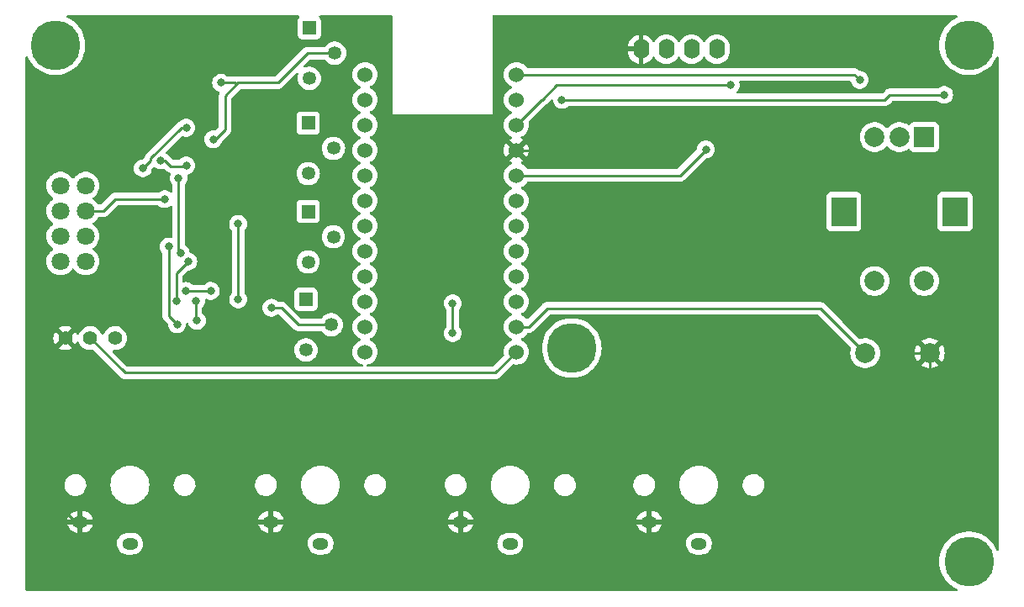
<source format=gbr>
%TF.GenerationSoftware,KiCad,Pcbnew,7.0.9*%
%TF.CreationDate,2024-05-12T00:48:34+09:00*%
%TF.ProjectId,hid taiko opeammm,68696420-7461-4696-9b6f-206f7065616d,rev?*%
%TF.SameCoordinates,Original*%
%TF.FileFunction,Copper,L1,Top*%
%TF.FilePolarity,Positive*%
%FSLAX46Y46*%
G04 Gerber Fmt 4.6, Leading zero omitted, Abs format (unit mm)*
G04 Created by KiCad (PCBNEW 7.0.9) date 2024-05-12 00:48:34*
%MOMM*%
%LPD*%
G01*
G04 APERTURE LIST*
%TA.AperFunction,ComponentPad*%
%ADD10C,5.000000*%
%TD*%
%TA.AperFunction,ComponentPad*%
%ADD11C,2.000000*%
%TD*%
%TA.AperFunction,ComponentPad*%
%ADD12R,2.500000X3.000000*%
%TD*%
%TA.AperFunction,ComponentPad*%
%ADD13R,2.000000X2.000000*%
%TD*%
%TA.AperFunction,ComponentPad*%
%ADD14R,1.346200X1.346200*%
%TD*%
%TA.AperFunction,ComponentPad*%
%ADD15C,1.346200*%
%TD*%
%TA.AperFunction,ComponentPad*%
%ADD16C,1.800000*%
%TD*%
%TA.AperFunction,ComponentPad*%
%ADD17O,1.600000X1.200000*%
%TD*%
%TA.AperFunction,ComponentPad*%
%ADD18O,1.600000X2.000000*%
%TD*%
%TA.AperFunction,ComponentPad*%
%ADD19C,1.400000*%
%TD*%
%TA.AperFunction,ComponentPad*%
%ADD20C,1.524000*%
%TD*%
%TA.AperFunction,ViaPad*%
%ADD21C,0.800000*%
%TD*%
%TA.AperFunction,Conductor*%
%ADD22C,0.250000*%
%TD*%
G04 APERTURE END LIST*
D10*
%TO.P,,1*%
%TO.N,N/C*%
X225187500Y-98600000D03*
%TD*%
%TO.P,,1*%
%TO.N,N/C*%
X173187500Y-68100000D03*
%TD*%
%TO.P,,1*%
%TO.N,N/C*%
X265187500Y-68100000D03*
%TD*%
%TO.P,J2,1*%
%TO.N,N/C*%
X265187500Y-120100000D03*
%TD*%
D11*
%TO.P,SW1,S2*%
%TO.N,N/C*%
X255687500Y-91850000D03*
%TO.P,SW1,S1*%
X260687500Y-91850000D03*
D12*
%TO.P,SW1,MP*%
X252587500Y-84850000D03*
X263787500Y-84850000D03*
D11*
%TO.P,SW1,C,C*%
%TO.N,Net-(C1-Pad1)*%
X258187500Y-77350000D03*
%TO.P,SW1,B,B*%
%TO.N,Net-(U1-D3{slash}TX0)*%
X255687500Y-77350000D03*
D13*
%TO.P,SW1,A,A*%
%TO.N,Net-(U1-D2{slash}RX1)*%
X260687500Y-77350000D03*
%TD*%
D14*
%TO.P,10k2,1*%
%TO.N,Net-(10k2-Pad1)*%
X198760000Y-66360000D03*
D15*
%TO.P,10k2,2*%
%TO.N,Net-(U3-AINPUT-)*%
X201300000Y-68900000D03*
%TO.P,10k2,3*%
%TO.N,N/C*%
X198760000Y-71440000D03*
%TD*%
D14*
%TO.P,10k1,1*%
%TO.N,Net-(10k1-Pad1)*%
X198647500Y-75948700D03*
D15*
%TO.P,10k1,2*%
%TO.N,Net-(U3-BINPUT-)*%
X201187500Y-78488700D03*
%TO.P,10k1,3*%
%TO.N,N/C*%
X198647500Y-81028700D03*
%TD*%
D11*
%TO.P,SW7,1,1*%
%TO.N,Net-(Brd1-GND)*%
X261237500Y-99100000D03*
%TO.P,SW7,2,2*%
%TO.N,Net-(U1-B4{slash}8)*%
X254737500Y-99100000D03*
%TD*%
D16*
%TO.P,J4,1,Pin_1*%
%TO.N,Net-(J4-Pin_1)*%
X176222500Y-87325000D03*
%TO.P,J4,2,Pin_2*%
%TO.N,Net-(J1-Pin_1)*%
X173682500Y-87325000D03*
%TD*%
D17*
%TO.P,SW4,1,1*%
%TO.N,Net-(Brd1-GND)*%
X232987500Y-116100000D03*
%TO.P,SW4,2,2*%
%TO.N,Net-(U1-C6{slash}5)*%
X237987500Y-118300000D03*
%TD*%
%TO.P,SW5,1,1*%
%TO.N,Net-(Brd1-GND)*%
X194887500Y-116100000D03*
%TO.P,SW5,2,2*%
%TO.N,Net-(U1-D4{slash}4)*%
X199887500Y-118300000D03*
%TD*%
D16*
%TO.P,J2,1,Pin_1*%
%TO.N,Net-(J1-Pin_1)*%
X173682500Y-84785000D03*
%TO.P,J2,2,Pin_2*%
%TO.N,Net-(J2-Pin_2)*%
X176222500Y-84785000D03*
%TD*%
D18*
%TO.P,Brd1,1,GND*%
%TO.N,Net-(Brd1-GND)*%
X232167500Y-68500000D03*
%TO.P,Brd1,2,VCC*%
%TO.N,Net-(Brd1-VCC)*%
X234707500Y-68500000D03*
%TO.P,Brd1,3,SCL*%
%TO.N,Net-(Brd1-SCL)*%
X237247500Y-68500000D03*
%TO.P,Brd1,4,SDA*%
%TO.N,Net-(Brd1-SDA)*%
X239787500Y-68500000D03*
%TD*%
D17*
%TO.P,SW3,1,1*%
%TO.N,Net-(Brd1-GND)*%
X175687500Y-116100000D03*
%TO.P,SW3,2,2*%
%TO.N,Net-(U1-D7{slash}6)*%
X180687500Y-118300000D03*
%TD*%
D19*
%TO.P,SW2,1,C*%
%TO.N,unconnected-(SW2-C-Pad1)*%
X179187500Y-97600000D03*
%TO.P,SW2,2,B*%
%TO.N,Net-(SW2-B)*%
X176687500Y-97600000D03*
%TO.P,SW2,3,A*%
%TO.N,Net-(Brd1-GND)*%
X174187500Y-97600000D03*
%TD*%
D16*
%TO.P,J3,1,Pin_1*%
%TO.N,Net-(J3-Pin_1)*%
X176222500Y-89865000D03*
%TO.P,J3,2,Pin_2*%
%TO.N,Net-(J1-Pin_1)*%
X173682500Y-89865000D03*
%TD*%
D17*
%TO.P,SW6,1,1*%
%TO.N,Net-(Brd1-GND)*%
X213987500Y-116100000D03*
%TO.P,SW6,2,2*%
%TO.N,Net-(U1-E6{slash}7)*%
X218987500Y-118300000D03*
%TD*%
D16*
%TO.P,J1,1,Pin_1*%
%TO.N,Net-(J1-Pin_1)*%
X173682500Y-82245000D03*
%TO.P,J1,2,Pin_2*%
%TO.N,Net-(J1-Pin_2)*%
X176222500Y-82245000D03*
%TD*%
D14*
%TO.P,10k3,1*%
%TO.N,Net-(10k3-Pad1)*%
X198420100Y-93710000D03*
D15*
%TO.P,10k3,2*%
%TO.N,Net-(U4-BINPUT-)*%
X200960100Y-96250000D03*
%TO.P,10k3,3*%
%TO.N,N/C*%
X198420100Y-98790000D03*
%TD*%
D14*
%TO.P,10k4,1*%
%TO.N,Net-(10k4-Pad1)*%
X198637500Y-84850000D03*
D15*
%TO.P,10k4,2*%
%TO.N,Net-(U4-AINPUT-)*%
X201177500Y-87390000D03*
%TO.P,10k4,3*%
%TO.N,N/C*%
X198637500Y-89930000D03*
%TD*%
D20*
%TO.P,U1,1,D3/TX0*%
%TO.N,Net-(U1-D3{slash}TX0)*%
X219607500Y-71056000D03*
%TO.P,U1,2,D2/RX1*%
%TO.N,Net-(U1-D2{slash}RX1)*%
X219607500Y-73596000D03*
%TO.P,U1,3,GND*%
%TO.N,Net-(C1-Pad1)*%
X219607500Y-76136000D03*
%TO.P,U1,4,GND*%
%TO.N,Net-(Brd1-GND)*%
X219607500Y-78676000D03*
%TO.P,U1,5,SDA/D1/2*%
%TO.N,Net-(Brd1-SDA)*%
X219607500Y-81216000D03*
%TO.P,U1,6,SCL/D0/3*%
%TO.N,Net-(Brd1-SCL)*%
X219607500Y-83756000D03*
%TO.P,U1,7,D4/4*%
%TO.N,Net-(U1-D4{slash}4)*%
X219607500Y-86296000D03*
%TO.P,U1,8,C6/5*%
%TO.N,Net-(U1-C6{slash}5)*%
X219607500Y-88836000D03*
%TO.P,U1,9,D7/6*%
%TO.N,Net-(U1-D7{slash}6)*%
X219607500Y-91376000D03*
%TO.P,U1,10,E6/7*%
%TO.N,Net-(U1-E6{slash}7)*%
X219607500Y-93916000D03*
%TO.P,U1,11,B4/8*%
%TO.N,Net-(U1-B4{slash}8)*%
X219607500Y-96456000D03*
%TO.P,U1,12,B5/9*%
%TO.N,Net-(SW2-B)*%
X219607500Y-98996000D03*
%TO.P,U1,13,10/B6*%
%TO.N,unconnected-(U1-10{slash}B6-Pad13)*%
X204367500Y-98996000D03*
%TO.P,U1,14,16/B2*%
%TO.N,unconnected-(U1-16{slash}B2-Pad14)*%
X204367500Y-96456000D03*
%TO.P,U1,15,14/B3*%
%TO.N,unconnected-(U1-14{slash}B3-Pad15)*%
X204367500Y-93916000D03*
%TO.P,U1,16,15/B1*%
%TO.N,unconnected-(U1-15{slash}B1-Pad16)*%
X204367500Y-91376000D03*
%TO.P,U1,17,A0/F7*%
%TO.N,unconnected-(U1-A0{slash}F7-Pad17)*%
X204367500Y-88836000D03*
%TO.P,U1,18,A1/F6*%
%TO.N,unconnected-(U1-A1{slash}F6-Pad18)*%
X204367500Y-86296000D03*
%TO.P,U1,19,A2/F5*%
%TO.N,unconnected-(U1-A2{slash}F5-Pad19)*%
X204367500Y-83756000D03*
%TO.P,U1,20,A3/F4*%
%TO.N,unconnected-(U1-A3{slash}F4-Pad20)*%
X204367500Y-81216000D03*
%TO.P,U1,21,VCC*%
%TO.N,Net-(Brd1-VCC)*%
X204367500Y-78676000D03*
%TO.P,U1,22,RST*%
%TO.N,unconnected-(U1-RST-Pad22)*%
X204367500Y-76136000D03*
%TO.P,U1,23,GND*%
%TO.N,Net-(J1-Pin_1)*%
X204367500Y-73596000D03*
%TO.P,U1,24,RAW*%
%TO.N,unconnected-(U1-RAW-Pad24)*%
X204367500Y-71056000D03*
%TD*%
D21*
%TO.N,Net-(U1-D4{slash}4)*%
X213187500Y-94100000D03*
X213187500Y-97100000D03*
%TO.N,Net-(Brd1-SDA)*%
X238687500Y-78600000D03*
%TO.N,Net-(U1-D2{slash}RX1)*%
X262687500Y-73100000D03*
X224187500Y-73600000D03*
%TO.N,Net-(C1-Pad1)*%
X241187500Y-72100000D03*
%TO.N,Net-(U1-D3{slash}TX0)*%
X254187500Y-71600000D03*
%TO.N,Net-(J2-Pin_2)*%
X184187500Y-83600000D03*
%TO.N,Net-(J1-Pin_1)*%
X186364200Y-76418700D03*
X181987500Y-80500000D03*
%TO.N,Net-(U3-AOUTPUT)*%
X186364200Y-80228700D03*
X183787500Y-79700000D03*
%TO.N,Net-(J1-Pin_1)*%
X186566250Y-89880000D03*
X185366250Y-93880000D03*
%TO.N,Net-(J2-Pin_2)*%
X191587500Y-86100000D03*
X191587500Y-93700000D03*
%TO.N,Net-(U3-AINPUT-)*%
X189077400Y-77588700D03*
X189877400Y-71888700D03*
%TO.N,Net-(U4-BINPUT-)*%
X194937500Y-94550000D03*
%TO.N,Net-(U4-AINPUT-)*%
X188837500Y-92850000D03*
X186337500Y-92850000D03*
%TO.N,Net-(J3-Pin_1)*%
X185787500Y-89000000D03*
X185587500Y-81500000D03*
%TO.N,Net-(J4-Pin_1)*%
X185436800Y-96210000D03*
X184587500Y-88400000D03*
%TO.N,Net-(U4-AOUTPUT)*%
X187337500Y-93850000D03*
X187437500Y-95850000D03*
%TD*%
D22*
%TO.N,Net-(Brd1-GND)*%
X257687500Y-99100000D02*
X261237500Y-99100000D01*
X251187500Y-92600000D02*
X257687500Y-99100000D01*
X240187500Y-76100000D02*
X241187500Y-77100000D01*
X225187500Y-76100000D02*
X240187500Y-76100000D01*
X222611500Y-78676000D02*
X225187500Y-76100000D01*
X241187500Y-77100000D02*
X241187500Y-84100000D01*
X241187500Y-84100000D02*
X249687500Y-92600000D01*
X219607500Y-78676000D02*
X222611500Y-78676000D01*
X249687500Y-92600000D02*
X251187500Y-92600000D01*
%TO.N,Net-(SW2-B)*%
X217503500Y-101100000D02*
X219607500Y-98996000D01*
X180187500Y-101100000D02*
X217503500Y-101100000D01*
X176687500Y-97600000D02*
X180187500Y-101100000D01*
%TO.N,Net-(U1-B4{slash}8)*%
X250237500Y-94600000D02*
X254737500Y-99100000D01*
X220831500Y-96456000D02*
X222687500Y-94600000D01*
X219607500Y-96456000D02*
X220831500Y-96456000D01*
X222687500Y-94600000D02*
X250237500Y-94600000D01*
%TO.N,Net-(U1-D4{slash}4)*%
X213187500Y-97100000D02*
X213187500Y-94100000D01*
%TO.N,Net-(Brd1-SDA)*%
X236071500Y-81216000D02*
X219607500Y-81216000D01*
X238687500Y-78600000D02*
X236071500Y-81216000D01*
%TO.N,Net-(C1-Pad1)*%
X222143500Y-73600000D02*
X219607500Y-76136000D01*
X222187500Y-73600000D02*
X222143500Y-73600000D01*
X223687500Y-72100000D02*
X222187500Y-73600000D01*
X241187500Y-72100000D02*
X223687500Y-72100000D01*
%TO.N,Net-(U1-D2{slash}RX1)*%
X257187500Y-73100000D02*
X262687500Y-73100000D01*
X256687500Y-73600000D02*
X257187500Y-73100000D01*
X224187500Y-73600000D02*
X256687500Y-73600000D01*
%TO.N,Net-(U1-D3{slash}TX0)*%
X253643500Y-71056000D02*
X219607500Y-71056000D01*
X254187500Y-71600000D02*
X253643500Y-71056000D01*
%TO.N,Net-(Brd1-GND)*%
X219287500Y-68500000D02*
X232167500Y-68500000D01*
X217687500Y-76756000D02*
X217687500Y-70100000D01*
X219607500Y-78676000D02*
X217687500Y-76756000D01*
X217687500Y-70100000D02*
X219287500Y-68500000D01*
X261237500Y-101550000D02*
X261237500Y-99100000D01*
X246687500Y-116100000D02*
X261237500Y-101550000D01*
X232987500Y-116100000D02*
X246687500Y-116100000D01*
X213987500Y-116100000D02*
X232987500Y-116100000D01*
X194887500Y-116100000D02*
X213987500Y-116100000D01*
X194887500Y-116100000D02*
X175687500Y-116100000D01*
X175187500Y-116100000D02*
X175687500Y-116100000D01*
X173187500Y-114100000D02*
X175187500Y-116100000D01*
X173187500Y-98600000D02*
X173187500Y-114100000D01*
X174187500Y-97600000D02*
X173187500Y-98600000D01*
%TO.N,Net-(J2-Pin_2)*%
X182187500Y-83600000D02*
X184187500Y-83600000D01*
X178002500Y-84785000D02*
X179187500Y-83600000D01*
X179187500Y-83600000D02*
X182187500Y-83600000D01*
X176222500Y-84785000D02*
X178002500Y-84785000D01*
%TO.N,Net-(J1-Pin_1)*%
X181987500Y-80500000D02*
X182787500Y-79700000D01*
X182787500Y-79500000D02*
X185868800Y-76418700D01*
X182787500Y-79700000D02*
X182787500Y-79500000D01*
X185868800Y-76418700D02*
X186364200Y-76418700D01*
%TO.N,Net-(U3-AOUTPUT)*%
X184787500Y-80300000D02*
X186292900Y-80300000D01*
X184187500Y-79700000D02*
X184787500Y-80300000D01*
X183787500Y-79700000D02*
X184187500Y-79700000D01*
X186292900Y-80300000D02*
X186364200Y-80228700D01*
%TO.N,Net-(U3-AINPUT-)*%
X191577400Y-71888700D02*
X191427400Y-72038700D01*
X195588700Y-71888700D02*
X191577400Y-71888700D01*
X198577400Y-68900000D02*
X195588700Y-71888700D01*
X201300000Y-68900000D02*
X198577400Y-68900000D01*
%TO.N,Net-(J1-Pin_1)*%
X185366250Y-91080000D02*
X185366250Y-93880000D01*
X186566250Y-89880000D02*
X185366250Y-91080000D01*
%TO.N,Net-(J2-Pin_2)*%
X191587500Y-86100000D02*
X191587500Y-93700000D01*
%TO.N,Net-(U3-AINPUT-)*%
X190277400Y-73188700D02*
X190277400Y-76588700D01*
X191427400Y-72038700D02*
X190277400Y-73188700D01*
X190277400Y-76588700D02*
X189277400Y-77588700D01*
X191277400Y-71888700D02*
X189877400Y-71888700D01*
X189277400Y-77588700D02*
X189077400Y-77588700D01*
X191427400Y-72038700D02*
X191277400Y-71888700D01*
%TO.N,Net-(U4-BINPUT-)*%
X195937500Y-94550000D02*
X197637500Y-96250000D01*
X194937500Y-94550000D02*
X195937500Y-94550000D01*
X197637500Y-96250000D02*
X200960100Y-96250000D01*
%TO.N,Net-(U4-AINPUT-)*%
X188837500Y-92850000D02*
X186337500Y-92850000D01*
%TO.N,Net-(J3-Pin_1)*%
X185587500Y-88800000D02*
X185587500Y-81500000D01*
X185787500Y-89000000D02*
X185587500Y-88800000D01*
%TO.N,Net-(J4-Pin_1)*%
X184587500Y-88400000D02*
X184587500Y-95360700D01*
X184587500Y-95360700D02*
X185436800Y-96210000D01*
%TO.N,Net-(U4-AOUTPUT)*%
X187337500Y-95750000D02*
X187437500Y-95850000D01*
X187337500Y-93850000D02*
X187337500Y-95750000D01*
%TD*%
%TA.AperFunction,Conductor*%
%TO.N,Net-(Brd1-GND)*%
G36*
X197729546Y-65120185D02*
G01*
X197775301Y-65172989D01*
X197785245Y-65242147D01*
X197756220Y-65305703D01*
X197736819Y-65323766D01*
X197729352Y-65329355D01*
X197643106Y-65444564D01*
X197643102Y-65444571D01*
X197592808Y-65579417D01*
X197586401Y-65639016D01*
X197586401Y-65639023D01*
X197586400Y-65639035D01*
X197586400Y-67080970D01*
X197586401Y-67080976D01*
X197592808Y-67140583D01*
X197643102Y-67275428D01*
X197643106Y-67275435D01*
X197729352Y-67390644D01*
X197729355Y-67390647D01*
X197844564Y-67476893D01*
X197844571Y-67476897D01*
X197979417Y-67527191D01*
X197979416Y-67527191D01*
X197986344Y-67527935D01*
X198039027Y-67533600D01*
X199480972Y-67533599D01*
X199540583Y-67527191D01*
X199675431Y-67476896D01*
X199790646Y-67390646D01*
X199876896Y-67275431D01*
X199927191Y-67140583D01*
X199933600Y-67080973D01*
X199933599Y-65639028D01*
X199927191Y-65579417D01*
X199896484Y-65497088D01*
X199876897Y-65444571D01*
X199876893Y-65444564D01*
X199790647Y-65329355D01*
X199783181Y-65323766D01*
X199741311Y-65267832D01*
X199736327Y-65198140D01*
X199769813Y-65136818D01*
X199831136Y-65103333D01*
X199857493Y-65100500D01*
X207063000Y-65100500D01*
X207130039Y-65120185D01*
X207175794Y-65172989D01*
X207187000Y-65224500D01*
X207187000Y-75075467D01*
X207186916Y-75075889D01*
X207186959Y-75100001D01*
X207187000Y-75100099D01*
X207187116Y-75100382D01*
X207187118Y-75100384D01*
X207187308Y-75100462D01*
X207187500Y-75100541D01*
X207187502Y-75100539D01*
X207212116Y-75100524D01*
X207212116Y-75100528D01*
X207212260Y-75100500D01*
X217162740Y-75100500D01*
X217162883Y-75100528D01*
X217162884Y-75100524D01*
X217187497Y-75100539D01*
X217187500Y-75100541D01*
X217187883Y-75100383D01*
X217188000Y-75100099D01*
X217188041Y-75100000D01*
X217188040Y-75099997D01*
X217188083Y-75075889D01*
X217188000Y-75075467D01*
X217188000Y-68756763D01*
X230867500Y-68756763D01*
X230882358Y-68926599D01*
X230882360Y-68926610D01*
X230941230Y-69146317D01*
X230941234Y-69146326D01*
X231037365Y-69352482D01*
X231167842Y-69538820D01*
X231328679Y-69699657D01*
X231515017Y-69830134D01*
X231721173Y-69926265D01*
X231721182Y-69926269D01*
X231917499Y-69978872D01*
X231917500Y-69978871D01*
X231917500Y-68935501D01*
X232025185Y-68984680D01*
X232131737Y-69000000D01*
X232203263Y-69000000D01*
X232309815Y-68984680D01*
X232417500Y-68935501D01*
X232417500Y-69978872D01*
X232613817Y-69926269D01*
X232613826Y-69926265D01*
X232819982Y-69830134D01*
X233006320Y-69699657D01*
X233167157Y-69538820D01*
X233297632Y-69352484D01*
X233324841Y-69294134D01*
X233371013Y-69241695D01*
X233438207Y-69222542D01*
X233505088Y-69242757D01*
X233549606Y-69294133D01*
X233576931Y-69352732D01*
X233576932Y-69352734D01*
X233707454Y-69539141D01*
X233868358Y-69700045D01*
X233868361Y-69700047D01*
X234054766Y-69830568D01*
X234261004Y-69926739D01*
X234480808Y-69985635D01*
X234642730Y-69999801D01*
X234707498Y-70005468D01*
X234707500Y-70005468D01*
X234707502Y-70005468D01*
X234764173Y-70000509D01*
X234934192Y-69985635D01*
X235153996Y-69926739D01*
X235360234Y-69830568D01*
X235546639Y-69700047D01*
X235707547Y-69539139D01*
X235838068Y-69352734D01*
X235865118Y-69294724D01*
X235911290Y-69242285D01*
X235978483Y-69223133D01*
X236045365Y-69243348D01*
X236089882Y-69294725D01*
X236116929Y-69352728D01*
X236116932Y-69352734D01*
X236247454Y-69539141D01*
X236408358Y-69700045D01*
X236408361Y-69700047D01*
X236594766Y-69830568D01*
X236801004Y-69926739D01*
X237020808Y-69985635D01*
X237182730Y-69999801D01*
X237247498Y-70005468D01*
X237247500Y-70005468D01*
X237247502Y-70005468D01*
X237304173Y-70000509D01*
X237474192Y-69985635D01*
X237693996Y-69926739D01*
X237900234Y-69830568D01*
X238086639Y-69700047D01*
X238247547Y-69539139D01*
X238378068Y-69352734D01*
X238405118Y-69294724D01*
X238451290Y-69242285D01*
X238518483Y-69223133D01*
X238585365Y-69243348D01*
X238629882Y-69294725D01*
X238656929Y-69352728D01*
X238656932Y-69352734D01*
X238787454Y-69539141D01*
X238948358Y-69700045D01*
X238948361Y-69700047D01*
X239134766Y-69830568D01*
X239341004Y-69926739D01*
X239560808Y-69985635D01*
X239722730Y-69999801D01*
X239787498Y-70005468D01*
X239787500Y-70005468D01*
X239787502Y-70005468D01*
X239844173Y-70000509D01*
X240014192Y-69985635D01*
X240233996Y-69926739D01*
X240440234Y-69830568D01*
X240626639Y-69700047D01*
X240787547Y-69539139D01*
X240918068Y-69352734D01*
X241014239Y-69146496D01*
X241073135Y-68926692D01*
X241088000Y-68756784D01*
X241088000Y-68243216D01*
X241073135Y-68073308D01*
X241014239Y-67853504D01*
X240918068Y-67647266D01*
X240787547Y-67460861D01*
X240787545Y-67460858D01*
X240626641Y-67299954D01*
X240440234Y-67169432D01*
X240440232Y-67169431D01*
X240233997Y-67073261D01*
X240233988Y-67073258D01*
X240014197Y-67014366D01*
X240014193Y-67014365D01*
X240014192Y-67014365D01*
X240014191Y-67014364D01*
X240014186Y-67014364D01*
X239787502Y-66994532D01*
X239787498Y-66994532D01*
X239560813Y-67014364D01*
X239560802Y-67014366D01*
X239341011Y-67073258D01*
X239341002Y-67073261D01*
X239134767Y-67169431D01*
X239134765Y-67169432D01*
X238948358Y-67299954D01*
X238787454Y-67460858D01*
X238656932Y-67647265D01*
X238656931Y-67647267D01*
X238629882Y-67705275D01*
X238583709Y-67757714D01*
X238516516Y-67776866D01*
X238449635Y-67756650D01*
X238405118Y-67705275D01*
X238378186Y-67647520D01*
X238378068Y-67647266D01*
X238247547Y-67460861D01*
X238247545Y-67460858D01*
X238086641Y-67299954D01*
X237900234Y-67169432D01*
X237900232Y-67169431D01*
X237693997Y-67073261D01*
X237693988Y-67073258D01*
X237474197Y-67014366D01*
X237474193Y-67014365D01*
X237474192Y-67014365D01*
X237474191Y-67014364D01*
X237474186Y-67014364D01*
X237247502Y-66994532D01*
X237247498Y-66994532D01*
X237020813Y-67014364D01*
X237020802Y-67014366D01*
X236801011Y-67073258D01*
X236801002Y-67073261D01*
X236594767Y-67169431D01*
X236594765Y-67169432D01*
X236408358Y-67299954D01*
X236247454Y-67460858D01*
X236116932Y-67647265D01*
X236116931Y-67647267D01*
X236089882Y-67705275D01*
X236043709Y-67757714D01*
X235976516Y-67776866D01*
X235909635Y-67756650D01*
X235865118Y-67705275D01*
X235838186Y-67647520D01*
X235838068Y-67647266D01*
X235707547Y-67460861D01*
X235707545Y-67460858D01*
X235546641Y-67299954D01*
X235360234Y-67169432D01*
X235360232Y-67169431D01*
X235153997Y-67073261D01*
X235153988Y-67073258D01*
X234934197Y-67014366D01*
X234934193Y-67014365D01*
X234934192Y-67014365D01*
X234934191Y-67014364D01*
X234934186Y-67014364D01*
X234707502Y-66994532D01*
X234707498Y-66994532D01*
X234480813Y-67014364D01*
X234480802Y-67014366D01*
X234261011Y-67073258D01*
X234261002Y-67073261D01*
X234054767Y-67169431D01*
X234054765Y-67169432D01*
X233868358Y-67299954D01*
X233707454Y-67460858D01*
X233576933Y-67647264D01*
X233576932Y-67647266D01*
X233576815Y-67647518D01*
X233549606Y-67705867D01*
X233503433Y-67758306D01*
X233436239Y-67777457D01*
X233369358Y-67757241D01*
X233324842Y-67705865D01*
X233297635Y-67647520D01*
X233297634Y-67647518D01*
X233167157Y-67461179D01*
X233006320Y-67300342D01*
X232819982Y-67169865D01*
X232613828Y-67073734D01*
X232417500Y-67021127D01*
X232417500Y-68064498D01*
X232309815Y-68015320D01*
X232203263Y-68000000D01*
X232131737Y-68000000D01*
X232025185Y-68015320D01*
X231917500Y-68064498D01*
X231917500Y-67021127D01*
X231721171Y-67073734D01*
X231515017Y-67169865D01*
X231328679Y-67300342D01*
X231167842Y-67461179D01*
X231037365Y-67647517D01*
X230941234Y-67853673D01*
X230941230Y-67853682D01*
X230882360Y-68073389D01*
X230882358Y-68073400D01*
X230867500Y-68243237D01*
X230867500Y-68250000D01*
X231733814Y-68250000D01*
X231708007Y-68290156D01*
X231667500Y-68428111D01*
X231667500Y-68571889D01*
X231708007Y-68709844D01*
X231733814Y-68750000D01*
X230867500Y-68750000D01*
X230867500Y-68756763D01*
X217188000Y-68756763D01*
X217188000Y-65224500D01*
X217207685Y-65157461D01*
X217260489Y-65111706D01*
X217312000Y-65100500D01*
X263952443Y-65100500D01*
X264019482Y-65120185D01*
X264065237Y-65172989D01*
X264075181Y-65242147D01*
X264046156Y-65305703D01*
X263999839Y-65337590D01*
X264000359Y-65338795D01*
X263997041Y-65340226D01*
X263684703Y-65497088D01*
X263392694Y-65689146D01*
X263392686Y-65689152D01*
X263124942Y-65913817D01*
X263124940Y-65913819D01*
X262885089Y-66168044D01*
X262885084Y-66168050D01*
X262676370Y-66448402D01*
X262501613Y-66751091D01*
X262501607Y-66751104D01*
X262363174Y-67072027D01*
X262262930Y-67406865D01*
X262262928Y-67406872D01*
X262202239Y-67751061D01*
X262202238Y-67751072D01*
X262181915Y-68099996D01*
X262181915Y-68100003D01*
X262202238Y-68448927D01*
X262202239Y-68448938D01*
X262262928Y-68793127D01*
X262262930Y-68793134D01*
X262363174Y-69127972D01*
X262501607Y-69448895D01*
X262501613Y-69448908D01*
X262676370Y-69751597D01*
X262885084Y-70031949D01*
X262885089Y-70031955D01*
X262935300Y-70085175D01*
X263124942Y-70286183D01*
X263273473Y-70410815D01*
X263392686Y-70510847D01*
X263392694Y-70510853D01*
X263684703Y-70702911D01*
X263684707Y-70702913D01*
X263997049Y-70859777D01*
X264325489Y-70979319D01*
X264665586Y-71059923D01*
X265012741Y-71100500D01*
X265012748Y-71100500D01*
X265362252Y-71100500D01*
X265362259Y-71100500D01*
X265709414Y-71059923D01*
X266049511Y-70979319D01*
X266377951Y-70859777D01*
X266690293Y-70702913D01*
X266978543Y-70513327D01*
X266982305Y-70510853D01*
X266982305Y-70510852D01*
X266982311Y-70510849D01*
X267250058Y-70286183D01*
X267489912Y-70031953D01*
X267698630Y-69751596D01*
X267873389Y-69448904D01*
X267949141Y-69273290D01*
X267993769Y-69219531D01*
X268060377Y-69198433D01*
X268127818Y-69216695D01*
X268174679Y-69268519D01*
X268187000Y-69322405D01*
X268187000Y-118877594D01*
X268167315Y-118944633D01*
X268114511Y-118990388D01*
X268045353Y-119000332D01*
X267981797Y-118971307D01*
X267949141Y-118926708D01*
X267915088Y-118847765D01*
X267873389Y-118751096D01*
X267763424Y-118560631D01*
X267698629Y-118448402D01*
X267489915Y-118168050D01*
X267489910Y-118168044D01*
X267368507Y-118039365D01*
X267250058Y-117913817D01*
X267051552Y-117747251D01*
X266982313Y-117689152D01*
X266982305Y-117689146D01*
X266690296Y-117497088D01*
X266377958Y-117340226D01*
X266377952Y-117340223D01*
X266049512Y-117220681D01*
X266049509Y-117220680D01*
X265709415Y-117140077D01*
X265666019Y-117135004D01*
X265362259Y-117099500D01*
X265012741Y-117099500D01*
X264708980Y-117135004D01*
X264665585Y-117140077D01*
X264665583Y-117140077D01*
X264325490Y-117220680D01*
X264325487Y-117220681D01*
X263997047Y-117340223D01*
X263997041Y-117340226D01*
X263684703Y-117497088D01*
X263392694Y-117689146D01*
X263392686Y-117689152D01*
X263124942Y-117913817D01*
X263124940Y-117913819D01*
X262885089Y-118168044D01*
X262885084Y-118168050D01*
X262676370Y-118448402D01*
X262501613Y-118751091D01*
X262501607Y-118751104D01*
X262363174Y-119072027D01*
X262262930Y-119406865D01*
X262262928Y-119406872D01*
X262202239Y-119751061D01*
X262202238Y-119751072D01*
X262181915Y-120099996D01*
X262181915Y-120100003D01*
X262202238Y-120448927D01*
X262202239Y-120448938D01*
X262262928Y-120793127D01*
X262262930Y-120793134D01*
X262363174Y-121127972D01*
X262501607Y-121448895D01*
X262501613Y-121448908D01*
X262676370Y-121751597D01*
X262885084Y-122031949D01*
X262885089Y-122031955D01*
X263008963Y-122163253D01*
X263124942Y-122286183D01*
X263301403Y-122434251D01*
X263392686Y-122510847D01*
X263392694Y-122510853D01*
X263684703Y-122702911D01*
X263684707Y-122702913D01*
X263997049Y-122859777D01*
X263997057Y-122859779D01*
X264000359Y-122861205D01*
X263999761Y-122862590D01*
X264051121Y-122900408D01*
X264076053Y-122965678D01*
X264061741Y-123034066D01*
X264012727Y-123083860D01*
X263952443Y-123099500D01*
X170312000Y-123099500D01*
X170244961Y-123079815D01*
X170199206Y-123027011D01*
X170188000Y-122975500D01*
X170188000Y-118247401D01*
X179383246Y-118247401D01*
X179393245Y-118457327D01*
X179442796Y-118661578D01*
X179442798Y-118661582D01*
X179530098Y-118852743D01*
X179530101Y-118852748D01*
X179530102Y-118852750D01*
X179530104Y-118852753D01*
X179652014Y-119023952D01*
X179652015Y-119023953D01*
X179652020Y-119023959D01*
X179804120Y-119168985D01*
X179899078Y-119230011D01*
X179980928Y-119282613D01*
X180176043Y-119360725D01*
X180279229Y-119380612D01*
X180382414Y-119400500D01*
X180382415Y-119400500D01*
X180939919Y-119400500D01*
X180939925Y-119400500D01*
X181096718Y-119385528D01*
X181298375Y-119326316D01*
X181485182Y-119230011D01*
X181650386Y-119100092D01*
X181788019Y-118941256D01*
X181796419Y-118926708D01*
X181893101Y-118759249D01*
X181893100Y-118759249D01*
X181893104Y-118759244D01*
X181961844Y-118560633D01*
X181991754Y-118352602D01*
X181986743Y-118247401D01*
X198583246Y-118247401D01*
X198593245Y-118457327D01*
X198642796Y-118661578D01*
X198642798Y-118661582D01*
X198730098Y-118852743D01*
X198730101Y-118852748D01*
X198730102Y-118852750D01*
X198730104Y-118852753D01*
X198852014Y-119023952D01*
X198852015Y-119023953D01*
X198852020Y-119023959D01*
X199004120Y-119168985D01*
X199099078Y-119230011D01*
X199180928Y-119282613D01*
X199376043Y-119360725D01*
X199479229Y-119380612D01*
X199582414Y-119400500D01*
X199582415Y-119400500D01*
X200139919Y-119400500D01*
X200139925Y-119400500D01*
X200296718Y-119385528D01*
X200498375Y-119326316D01*
X200685182Y-119230011D01*
X200850386Y-119100092D01*
X200988019Y-118941256D01*
X200996419Y-118926708D01*
X201093101Y-118759249D01*
X201093100Y-118759249D01*
X201093104Y-118759244D01*
X201161844Y-118560633D01*
X201191754Y-118352602D01*
X201186743Y-118247401D01*
X217683246Y-118247401D01*
X217693245Y-118457327D01*
X217742796Y-118661578D01*
X217742798Y-118661582D01*
X217830098Y-118852743D01*
X217830101Y-118852748D01*
X217830102Y-118852750D01*
X217830104Y-118852753D01*
X217952014Y-119023952D01*
X217952015Y-119023953D01*
X217952020Y-119023959D01*
X218104120Y-119168985D01*
X218199078Y-119230011D01*
X218280928Y-119282613D01*
X218476043Y-119360725D01*
X218579229Y-119380612D01*
X218682414Y-119400500D01*
X218682415Y-119400500D01*
X219239919Y-119400500D01*
X219239925Y-119400500D01*
X219396718Y-119385528D01*
X219598375Y-119326316D01*
X219785182Y-119230011D01*
X219950386Y-119100092D01*
X220088019Y-118941256D01*
X220096419Y-118926708D01*
X220193101Y-118759249D01*
X220193100Y-118759249D01*
X220193104Y-118759244D01*
X220261844Y-118560633D01*
X220291754Y-118352602D01*
X220286743Y-118247401D01*
X236683246Y-118247401D01*
X236693245Y-118457327D01*
X236742796Y-118661578D01*
X236742798Y-118661582D01*
X236830098Y-118852743D01*
X236830101Y-118852748D01*
X236830102Y-118852750D01*
X236830104Y-118852753D01*
X236952014Y-119023952D01*
X236952015Y-119023953D01*
X236952020Y-119023959D01*
X237104120Y-119168985D01*
X237199078Y-119230011D01*
X237280928Y-119282613D01*
X237476043Y-119360725D01*
X237579229Y-119380612D01*
X237682414Y-119400500D01*
X237682415Y-119400500D01*
X238239919Y-119400500D01*
X238239925Y-119400500D01*
X238396718Y-119385528D01*
X238598375Y-119326316D01*
X238785182Y-119230011D01*
X238950386Y-119100092D01*
X239088019Y-118941256D01*
X239096419Y-118926708D01*
X239193101Y-118759249D01*
X239193100Y-118759249D01*
X239193104Y-118759244D01*
X239261844Y-118560633D01*
X239291754Y-118352602D01*
X239281754Y-118142670D01*
X239232204Y-117938424D01*
X239232201Y-117938417D01*
X239144901Y-117747256D01*
X239144898Y-117747251D01*
X239144897Y-117747250D01*
X239144896Y-117747247D01*
X239022986Y-117576048D01*
X239022984Y-117576046D01*
X239022979Y-117576040D01*
X238870879Y-117431014D01*
X238694074Y-117317388D01*
X238498955Y-117239274D01*
X238292586Y-117199500D01*
X238292585Y-117199500D01*
X237735075Y-117199500D01*
X237578282Y-117214472D01*
X237578278Y-117214473D01*
X237376627Y-117273683D01*
X237189813Y-117369991D01*
X237024616Y-117499905D01*
X237024612Y-117499909D01*
X236886978Y-117658746D01*
X236781898Y-117840750D01*
X236713156Y-118039365D01*
X236713156Y-118039367D01*
X236694655Y-118168050D01*
X236683246Y-118247401D01*
X220286743Y-118247401D01*
X220281754Y-118142670D01*
X220232204Y-117938424D01*
X220232201Y-117938417D01*
X220144901Y-117747256D01*
X220144898Y-117747251D01*
X220144897Y-117747250D01*
X220144896Y-117747247D01*
X220022986Y-117576048D01*
X220022984Y-117576046D01*
X220022979Y-117576040D01*
X219870879Y-117431014D01*
X219694074Y-117317388D01*
X219498955Y-117239274D01*
X219292586Y-117199500D01*
X219292585Y-117199500D01*
X218735075Y-117199500D01*
X218578282Y-117214472D01*
X218578278Y-117214473D01*
X218376627Y-117273683D01*
X218189813Y-117369991D01*
X218024616Y-117499905D01*
X218024612Y-117499909D01*
X217886978Y-117658746D01*
X217781898Y-117840750D01*
X217713156Y-118039365D01*
X217713156Y-118039367D01*
X217694655Y-118168050D01*
X217683246Y-118247401D01*
X201186743Y-118247401D01*
X201181754Y-118142670D01*
X201132204Y-117938424D01*
X201132201Y-117938417D01*
X201044901Y-117747256D01*
X201044898Y-117747251D01*
X201044897Y-117747250D01*
X201044896Y-117747247D01*
X200922986Y-117576048D01*
X200922984Y-117576046D01*
X200922979Y-117576040D01*
X200770879Y-117431014D01*
X200594074Y-117317388D01*
X200398955Y-117239274D01*
X200192586Y-117199500D01*
X200192585Y-117199500D01*
X199635075Y-117199500D01*
X199478282Y-117214472D01*
X199478278Y-117214473D01*
X199276627Y-117273683D01*
X199089813Y-117369991D01*
X198924616Y-117499905D01*
X198924612Y-117499909D01*
X198786978Y-117658746D01*
X198681898Y-117840750D01*
X198613156Y-118039365D01*
X198613156Y-118039367D01*
X198594655Y-118168050D01*
X198583246Y-118247401D01*
X181986743Y-118247401D01*
X181981754Y-118142670D01*
X181932204Y-117938424D01*
X181932201Y-117938417D01*
X181844901Y-117747256D01*
X181844898Y-117747251D01*
X181844897Y-117747250D01*
X181844896Y-117747247D01*
X181722986Y-117576048D01*
X181722984Y-117576046D01*
X181722979Y-117576040D01*
X181570879Y-117431014D01*
X181394074Y-117317388D01*
X181198955Y-117239274D01*
X180992586Y-117199500D01*
X180992585Y-117199500D01*
X180435075Y-117199500D01*
X180278282Y-117214472D01*
X180278278Y-117214473D01*
X180076627Y-117273683D01*
X179889813Y-117369991D01*
X179724616Y-117499905D01*
X179724612Y-117499909D01*
X179586978Y-117658746D01*
X179481898Y-117840750D01*
X179413156Y-118039365D01*
X179413156Y-118039367D01*
X179394655Y-118168050D01*
X179383246Y-118247401D01*
X170188000Y-118247401D01*
X170188000Y-115850000D01*
X174412132Y-115850000D01*
X175171814Y-115850000D01*
X175159859Y-115861955D01*
X175102335Y-115974852D01*
X175082514Y-116100000D01*
X175102335Y-116225148D01*
X175159859Y-116338045D01*
X175171814Y-116350000D01*
X174416242Y-116350000D01*
X174443270Y-116461409D01*
X174530540Y-116652507D01*
X174652389Y-116823619D01*
X174652395Y-116823625D01*
X174804432Y-116968592D01*
X174981157Y-117082166D01*
X175176185Y-117160244D01*
X175382462Y-117200000D01*
X175437500Y-117200000D01*
X175437500Y-116497066D01*
X175456019Y-116500000D01*
X175918981Y-116500000D01*
X175937500Y-116497066D01*
X175937500Y-117200000D01*
X175939898Y-117200000D01*
X176096622Y-117185034D01*
X176096626Y-117185033D01*
X176298186Y-117125850D01*
X176484914Y-117029586D01*
X176650037Y-116899731D01*
X176650040Y-116899728D01*
X176787605Y-116740969D01*
X176787614Y-116740958D01*
X176892644Y-116559039D01*
X176892647Y-116559032D01*
X176961355Y-116360517D01*
X176961355Y-116360515D01*
X176962868Y-116350000D01*
X176203186Y-116350000D01*
X176215141Y-116338045D01*
X176272665Y-116225148D01*
X176292486Y-116100000D01*
X176272665Y-115974852D01*
X176215141Y-115861955D01*
X176203186Y-115850000D01*
X176958757Y-115850000D01*
X193612132Y-115850000D01*
X194371814Y-115850000D01*
X194359859Y-115861955D01*
X194302335Y-115974852D01*
X194282514Y-116100000D01*
X194302335Y-116225148D01*
X194359859Y-116338045D01*
X194371814Y-116350000D01*
X193616242Y-116350000D01*
X193643270Y-116461409D01*
X193730540Y-116652507D01*
X193852389Y-116823619D01*
X193852395Y-116823625D01*
X194004432Y-116968592D01*
X194181157Y-117082166D01*
X194376185Y-117160244D01*
X194582462Y-117200000D01*
X194637500Y-117200000D01*
X194637500Y-116497066D01*
X194656019Y-116500000D01*
X195118981Y-116500000D01*
X195137500Y-116497066D01*
X195137500Y-117200000D01*
X195139898Y-117200000D01*
X195296622Y-117185034D01*
X195296626Y-117185033D01*
X195498186Y-117125850D01*
X195684914Y-117029586D01*
X195850037Y-116899731D01*
X195850040Y-116899728D01*
X195987605Y-116740969D01*
X195987614Y-116740958D01*
X196092644Y-116559039D01*
X196092647Y-116559032D01*
X196161355Y-116360517D01*
X196161355Y-116360515D01*
X196162868Y-116350000D01*
X195403186Y-116350000D01*
X195415141Y-116338045D01*
X195472665Y-116225148D01*
X195492486Y-116100000D01*
X195472665Y-115974852D01*
X195415141Y-115861955D01*
X195403186Y-115850000D01*
X196158757Y-115850000D01*
X212712132Y-115850000D01*
X213471814Y-115850000D01*
X213459859Y-115861955D01*
X213402335Y-115974852D01*
X213382514Y-116100000D01*
X213402335Y-116225148D01*
X213459859Y-116338045D01*
X213471814Y-116350000D01*
X212716242Y-116350000D01*
X212743270Y-116461409D01*
X212830540Y-116652507D01*
X212952389Y-116823619D01*
X212952395Y-116823625D01*
X213104432Y-116968592D01*
X213281157Y-117082166D01*
X213476185Y-117160244D01*
X213682462Y-117200000D01*
X213737500Y-117200000D01*
X213737500Y-116497066D01*
X213756019Y-116500000D01*
X214218981Y-116500000D01*
X214237500Y-116497066D01*
X214237500Y-117200000D01*
X214239898Y-117200000D01*
X214396622Y-117185034D01*
X214396626Y-117185033D01*
X214598186Y-117125850D01*
X214784914Y-117029586D01*
X214950037Y-116899731D01*
X214950040Y-116899728D01*
X215087605Y-116740969D01*
X215087614Y-116740958D01*
X215192644Y-116559039D01*
X215192647Y-116559032D01*
X215261355Y-116360517D01*
X215261355Y-116360515D01*
X215262868Y-116350000D01*
X214503186Y-116350000D01*
X214515141Y-116338045D01*
X214572665Y-116225148D01*
X214592486Y-116100000D01*
X214572665Y-115974852D01*
X214515141Y-115861955D01*
X214503186Y-115850000D01*
X215258757Y-115850000D01*
X231712132Y-115850000D01*
X232471814Y-115850000D01*
X232459859Y-115861955D01*
X232402335Y-115974852D01*
X232382514Y-116100000D01*
X232402335Y-116225148D01*
X232459859Y-116338045D01*
X232471814Y-116350000D01*
X231716242Y-116350000D01*
X231743270Y-116461409D01*
X231830540Y-116652507D01*
X231952389Y-116823619D01*
X231952395Y-116823625D01*
X232104432Y-116968592D01*
X232281157Y-117082166D01*
X232476185Y-117160244D01*
X232682462Y-117200000D01*
X232737500Y-117200000D01*
X232737500Y-116497066D01*
X232756019Y-116500000D01*
X233218981Y-116500000D01*
X233237500Y-116497066D01*
X233237500Y-117200000D01*
X233239898Y-117200000D01*
X233396622Y-117185034D01*
X233396626Y-117185033D01*
X233598186Y-117125850D01*
X233784914Y-117029586D01*
X233950037Y-116899731D01*
X233950040Y-116899728D01*
X234087605Y-116740969D01*
X234087614Y-116740958D01*
X234192644Y-116559039D01*
X234192647Y-116559032D01*
X234261355Y-116360517D01*
X234261355Y-116360515D01*
X234262868Y-116350000D01*
X233503186Y-116350000D01*
X233515141Y-116338045D01*
X233572665Y-116225148D01*
X233592486Y-116100000D01*
X233572665Y-115974852D01*
X233515141Y-115861955D01*
X233503186Y-115850000D01*
X234258757Y-115850000D01*
X234231729Y-115738590D01*
X234144459Y-115547492D01*
X234022610Y-115376380D01*
X234022604Y-115376374D01*
X233870567Y-115231407D01*
X233693842Y-115117833D01*
X233498814Y-115039755D01*
X233292538Y-115000000D01*
X233237500Y-115000000D01*
X233237500Y-115702933D01*
X233218981Y-115700000D01*
X232756019Y-115700000D01*
X232737500Y-115702933D01*
X232737500Y-115000000D01*
X232735102Y-115000000D01*
X232578377Y-115014965D01*
X232578373Y-115014966D01*
X232376813Y-115074149D01*
X232190085Y-115170413D01*
X232024962Y-115300268D01*
X232024959Y-115300271D01*
X231887394Y-115459030D01*
X231887385Y-115459041D01*
X231782355Y-115640960D01*
X231782352Y-115640967D01*
X231713644Y-115839482D01*
X231713644Y-115839484D01*
X231712132Y-115850000D01*
X215258757Y-115850000D01*
X215231729Y-115738590D01*
X215144459Y-115547492D01*
X215022610Y-115376380D01*
X215022604Y-115376374D01*
X214870567Y-115231407D01*
X214693842Y-115117833D01*
X214498814Y-115039755D01*
X214292538Y-115000000D01*
X214237500Y-115000000D01*
X214237500Y-115702933D01*
X214218981Y-115700000D01*
X213756019Y-115700000D01*
X213737500Y-115702933D01*
X213737500Y-115000000D01*
X213735102Y-115000000D01*
X213578377Y-115014965D01*
X213578373Y-115014966D01*
X213376813Y-115074149D01*
X213190085Y-115170413D01*
X213024962Y-115300268D01*
X213024959Y-115300271D01*
X212887394Y-115459030D01*
X212887385Y-115459041D01*
X212782355Y-115640960D01*
X212782352Y-115640967D01*
X212713644Y-115839482D01*
X212713644Y-115839484D01*
X212712132Y-115850000D01*
X196158757Y-115850000D01*
X196131729Y-115738590D01*
X196044459Y-115547492D01*
X195922610Y-115376380D01*
X195922604Y-115376374D01*
X195770567Y-115231407D01*
X195593842Y-115117833D01*
X195398814Y-115039755D01*
X195192538Y-115000000D01*
X195137500Y-115000000D01*
X195137500Y-115702933D01*
X195118981Y-115700000D01*
X194656019Y-115700000D01*
X194637500Y-115702933D01*
X194637500Y-115000000D01*
X194635102Y-115000000D01*
X194478377Y-115014965D01*
X194478373Y-115014966D01*
X194276813Y-115074149D01*
X194090085Y-115170413D01*
X193924962Y-115300268D01*
X193924959Y-115300271D01*
X193787394Y-115459030D01*
X193787385Y-115459041D01*
X193682355Y-115640960D01*
X193682352Y-115640967D01*
X193613644Y-115839482D01*
X193613644Y-115839484D01*
X193612132Y-115850000D01*
X176958757Y-115850000D01*
X176931729Y-115738590D01*
X176844459Y-115547492D01*
X176722610Y-115376380D01*
X176722604Y-115376374D01*
X176570567Y-115231407D01*
X176393842Y-115117833D01*
X176198814Y-115039755D01*
X175992538Y-115000000D01*
X175937500Y-115000000D01*
X175937500Y-115702933D01*
X175918981Y-115700000D01*
X175456019Y-115700000D01*
X175437500Y-115702933D01*
X175437500Y-115000000D01*
X175435102Y-115000000D01*
X175278377Y-115014965D01*
X175278373Y-115014966D01*
X175076813Y-115074149D01*
X174890085Y-115170413D01*
X174724962Y-115300268D01*
X174724959Y-115300271D01*
X174587394Y-115459030D01*
X174587385Y-115459041D01*
X174482355Y-115640960D01*
X174482352Y-115640967D01*
X174413644Y-115839482D01*
X174413644Y-115839484D01*
X174412132Y-115850000D01*
X170188000Y-115850000D01*
X170188000Y-112347401D01*
X174083246Y-112347401D01*
X174093245Y-112557327D01*
X174142796Y-112761578D01*
X174142798Y-112761582D01*
X174230098Y-112952743D01*
X174230101Y-112952748D01*
X174230102Y-112952750D01*
X174230104Y-112952753D01*
X174293127Y-113041256D01*
X174352015Y-113123953D01*
X174352020Y-113123959D01*
X174504120Y-113268985D01*
X174599078Y-113330011D01*
X174680928Y-113382613D01*
X174876043Y-113460725D01*
X174979229Y-113480612D01*
X175082414Y-113500500D01*
X175082415Y-113500500D01*
X175239919Y-113500500D01*
X175239925Y-113500500D01*
X175396718Y-113485528D01*
X175598375Y-113426316D01*
X175785182Y-113330011D01*
X175950386Y-113200092D01*
X176088019Y-113041256D01*
X176193104Y-112859244D01*
X176261844Y-112660633D01*
X176291754Y-112452602D01*
X176289248Y-112400001D01*
X178732018Y-112400001D01*
X178751922Y-112678299D01*
X178791285Y-112859244D01*
X178811229Y-112950923D01*
X178871766Y-113113230D01*
X178908731Y-113212338D01*
X178908733Y-113212342D01*
X179042440Y-113457207D01*
X179042445Y-113457215D01*
X179209638Y-113680560D01*
X179209654Y-113680578D01*
X179406921Y-113877845D01*
X179406939Y-113877861D01*
X179630284Y-114045054D01*
X179630292Y-114045059D01*
X179875157Y-114178766D01*
X179875161Y-114178768D01*
X179875163Y-114178769D01*
X180136577Y-114276271D01*
X180272891Y-114305924D01*
X180409200Y-114335577D01*
X180409202Y-114335577D01*
X180409206Y-114335578D01*
X180617843Y-114350500D01*
X180757157Y-114350500D01*
X180965794Y-114335578D01*
X181238423Y-114276271D01*
X181499837Y-114178769D01*
X181744713Y-114045056D01*
X181968068Y-113877855D01*
X182165355Y-113680568D01*
X182332556Y-113457213D01*
X182466269Y-113212337D01*
X182563771Y-112950923D01*
X182623078Y-112678294D01*
X182642982Y-112400000D01*
X182639220Y-112347401D01*
X185083246Y-112347401D01*
X185093245Y-112557327D01*
X185142796Y-112761578D01*
X185142798Y-112761582D01*
X185230098Y-112952743D01*
X185230101Y-112952748D01*
X185230102Y-112952750D01*
X185230104Y-112952753D01*
X185293127Y-113041256D01*
X185352015Y-113123953D01*
X185352020Y-113123959D01*
X185504120Y-113268985D01*
X185599078Y-113330011D01*
X185680928Y-113382613D01*
X185876043Y-113460725D01*
X185979229Y-113480612D01*
X186082414Y-113500500D01*
X186082415Y-113500500D01*
X186239919Y-113500500D01*
X186239925Y-113500500D01*
X186396718Y-113485528D01*
X186598375Y-113426316D01*
X186785182Y-113330011D01*
X186950386Y-113200092D01*
X187088019Y-113041256D01*
X187193104Y-112859244D01*
X187261844Y-112660633D01*
X187291754Y-112452602D01*
X187286743Y-112347401D01*
X193283246Y-112347401D01*
X193293245Y-112557327D01*
X193342796Y-112761578D01*
X193342798Y-112761582D01*
X193430098Y-112952743D01*
X193430101Y-112952748D01*
X193430102Y-112952750D01*
X193430104Y-112952753D01*
X193493127Y-113041256D01*
X193552015Y-113123953D01*
X193552020Y-113123959D01*
X193704120Y-113268985D01*
X193799078Y-113330011D01*
X193880928Y-113382613D01*
X194076043Y-113460725D01*
X194179229Y-113480612D01*
X194282414Y-113500500D01*
X194282415Y-113500500D01*
X194439919Y-113500500D01*
X194439925Y-113500500D01*
X194596718Y-113485528D01*
X194798375Y-113426316D01*
X194985182Y-113330011D01*
X195150386Y-113200092D01*
X195288019Y-113041256D01*
X195393104Y-112859244D01*
X195461844Y-112660633D01*
X195491754Y-112452602D01*
X195489248Y-112400001D01*
X197932018Y-112400001D01*
X197951922Y-112678299D01*
X197991285Y-112859244D01*
X198011229Y-112950923D01*
X198071766Y-113113230D01*
X198108731Y-113212338D01*
X198108733Y-113212342D01*
X198242440Y-113457207D01*
X198242445Y-113457215D01*
X198409638Y-113680560D01*
X198409654Y-113680578D01*
X198606921Y-113877845D01*
X198606939Y-113877861D01*
X198830284Y-114045054D01*
X198830292Y-114045059D01*
X199075157Y-114178766D01*
X199075161Y-114178768D01*
X199075163Y-114178769D01*
X199336577Y-114276271D01*
X199472891Y-114305924D01*
X199609200Y-114335577D01*
X199609202Y-114335577D01*
X199609206Y-114335578D01*
X199817843Y-114350500D01*
X199957157Y-114350500D01*
X200165794Y-114335578D01*
X200438423Y-114276271D01*
X200699837Y-114178769D01*
X200944713Y-114045056D01*
X201168068Y-113877855D01*
X201365355Y-113680568D01*
X201532556Y-113457213D01*
X201666269Y-113212337D01*
X201763771Y-112950923D01*
X201823078Y-112678294D01*
X201842982Y-112400000D01*
X201839220Y-112347401D01*
X204283246Y-112347401D01*
X204293245Y-112557327D01*
X204342796Y-112761578D01*
X204342798Y-112761582D01*
X204430098Y-112952743D01*
X204430101Y-112952748D01*
X204430102Y-112952750D01*
X204430104Y-112952753D01*
X204493127Y-113041256D01*
X204552015Y-113123953D01*
X204552020Y-113123959D01*
X204704120Y-113268985D01*
X204799078Y-113330011D01*
X204880928Y-113382613D01*
X205076043Y-113460725D01*
X205179229Y-113480612D01*
X205282414Y-113500500D01*
X205282415Y-113500500D01*
X205439919Y-113500500D01*
X205439925Y-113500500D01*
X205596718Y-113485528D01*
X205798375Y-113426316D01*
X205985182Y-113330011D01*
X206150386Y-113200092D01*
X206288019Y-113041256D01*
X206393104Y-112859244D01*
X206461844Y-112660633D01*
X206491754Y-112452602D01*
X206486743Y-112347401D01*
X212383246Y-112347401D01*
X212393245Y-112557327D01*
X212442796Y-112761578D01*
X212442798Y-112761582D01*
X212530098Y-112952743D01*
X212530101Y-112952748D01*
X212530102Y-112952750D01*
X212530104Y-112952753D01*
X212593127Y-113041256D01*
X212652015Y-113123953D01*
X212652020Y-113123959D01*
X212804120Y-113268985D01*
X212899078Y-113330011D01*
X212980928Y-113382613D01*
X213176043Y-113460725D01*
X213279229Y-113480612D01*
X213382414Y-113500500D01*
X213382415Y-113500500D01*
X213539919Y-113500500D01*
X213539925Y-113500500D01*
X213696718Y-113485528D01*
X213898375Y-113426316D01*
X214085182Y-113330011D01*
X214250386Y-113200092D01*
X214388019Y-113041256D01*
X214493104Y-112859244D01*
X214561844Y-112660633D01*
X214591754Y-112452602D01*
X214589248Y-112400001D01*
X217032018Y-112400001D01*
X217051922Y-112678299D01*
X217091285Y-112859244D01*
X217111229Y-112950923D01*
X217171766Y-113113230D01*
X217208731Y-113212338D01*
X217208733Y-113212342D01*
X217342440Y-113457207D01*
X217342445Y-113457215D01*
X217509638Y-113680560D01*
X217509654Y-113680578D01*
X217706921Y-113877845D01*
X217706939Y-113877861D01*
X217930284Y-114045054D01*
X217930292Y-114045059D01*
X218175157Y-114178766D01*
X218175161Y-114178768D01*
X218175163Y-114178769D01*
X218436577Y-114276271D01*
X218572891Y-114305924D01*
X218709200Y-114335577D01*
X218709202Y-114335577D01*
X218709206Y-114335578D01*
X218917843Y-114350500D01*
X219057157Y-114350500D01*
X219265794Y-114335578D01*
X219538423Y-114276271D01*
X219799837Y-114178769D01*
X220044713Y-114045056D01*
X220268068Y-113877855D01*
X220465355Y-113680568D01*
X220632556Y-113457213D01*
X220766269Y-113212337D01*
X220863771Y-112950923D01*
X220923078Y-112678294D01*
X220942982Y-112400000D01*
X220939220Y-112347401D01*
X223383246Y-112347401D01*
X223393245Y-112557327D01*
X223442796Y-112761578D01*
X223442798Y-112761582D01*
X223530098Y-112952743D01*
X223530101Y-112952748D01*
X223530102Y-112952750D01*
X223530104Y-112952753D01*
X223593127Y-113041256D01*
X223652015Y-113123953D01*
X223652020Y-113123959D01*
X223804120Y-113268985D01*
X223899078Y-113330011D01*
X223980928Y-113382613D01*
X224176043Y-113460725D01*
X224279229Y-113480612D01*
X224382414Y-113500500D01*
X224382415Y-113500500D01*
X224539919Y-113500500D01*
X224539925Y-113500500D01*
X224696718Y-113485528D01*
X224898375Y-113426316D01*
X225085182Y-113330011D01*
X225250386Y-113200092D01*
X225388019Y-113041256D01*
X225493104Y-112859244D01*
X225561844Y-112660633D01*
X225591754Y-112452602D01*
X225586743Y-112347401D01*
X231383246Y-112347401D01*
X231393245Y-112557327D01*
X231442796Y-112761578D01*
X231442798Y-112761582D01*
X231530098Y-112952743D01*
X231530101Y-112952748D01*
X231530102Y-112952750D01*
X231530104Y-112952753D01*
X231593127Y-113041256D01*
X231652015Y-113123953D01*
X231652020Y-113123959D01*
X231804120Y-113268985D01*
X231899078Y-113330011D01*
X231980928Y-113382613D01*
X232176043Y-113460725D01*
X232279229Y-113480612D01*
X232382414Y-113500500D01*
X232382415Y-113500500D01*
X232539919Y-113500500D01*
X232539925Y-113500500D01*
X232696718Y-113485528D01*
X232898375Y-113426316D01*
X233085182Y-113330011D01*
X233250386Y-113200092D01*
X233388019Y-113041256D01*
X233493104Y-112859244D01*
X233561844Y-112660633D01*
X233591754Y-112452602D01*
X233589248Y-112400001D01*
X236032018Y-112400001D01*
X236051922Y-112678299D01*
X236091285Y-112859244D01*
X236111229Y-112950923D01*
X236171766Y-113113230D01*
X236208731Y-113212338D01*
X236208733Y-113212342D01*
X236342440Y-113457207D01*
X236342445Y-113457215D01*
X236509638Y-113680560D01*
X236509654Y-113680578D01*
X236706921Y-113877845D01*
X236706939Y-113877861D01*
X236930284Y-114045054D01*
X236930292Y-114045059D01*
X237175157Y-114178766D01*
X237175161Y-114178768D01*
X237175163Y-114178769D01*
X237436577Y-114276271D01*
X237572891Y-114305924D01*
X237709200Y-114335577D01*
X237709202Y-114335577D01*
X237709206Y-114335578D01*
X237917843Y-114350500D01*
X238057157Y-114350500D01*
X238265794Y-114335578D01*
X238538423Y-114276271D01*
X238799837Y-114178769D01*
X239044713Y-114045056D01*
X239268068Y-113877855D01*
X239465355Y-113680568D01*
X239632556Y-113457213D01*
X239766269Y-113212337D01*
X239863771Y-112950923D01*
X239923078Y-112678294D01*
X239942982Y-112400000D01*
X239939220Y-112347401D01*
X242383246Y-112347401D01*
X242393245Y-112557327D01*
X242442796Y-112761578D01*
X242442798Y-112761582D01*
X242530098Y-112952743D01*
X242530101Y-112952748D01*
X242530102Y-112952750D01*
X242530104Y-112952753D01*
X242593127Y-113041256D01*
X242652015Y-113123953D01*
X242652020Y-113123959D01*
X242804120Y-113268985D01*
X242899078Y-113330011D01*
X242980928Y-113382613D01*
X243176043Y-113460725D01*
X243279229Y-113480612D01*
X243382414Y-113500500D01*
X243382415Y-113500500D01*
X243539919Y-113500500D01*
X243539925Y-113500500D01*
X243696718Y-113485528D01*
X243898375Y-113426316D01*
X244085182Y-113330011D01*
X244250386Y-113200092D01*
X244388019Y-113041256D01*
X244493104Y-112859244D01*
X244561844Y-112660633D01*
X244591754Y-112452602D01*
X244581754Y-112242670D01*
X244532204Y-112038424D01*
X244532201Y-112038417D01*
X244444901Y-111847256D01*
X244444898Y-111847251D01*
X244444897Y-111847250D01*
X244444896Y-111847247D01*
X244322986Y-111676048D01*
X244322984Y-111676046D01*
X244322979Y-111676040D01*
X244170879Y-111531014D01*
X243994074Y-111417388D01*
X243798955Y-111339274D01*
X243592586Y-111299500D01*
X243592585Y-111299500D01*
X243435075Y-111299500D01*
X243278282Y-111314472D01*
X243278278Y-111314473D01*
X243076627Y-111373683D01*
X242889813Y-111469991D01*
X242724616Y-111599905D01*
X242724612Y-111599909D01*
X242586978Y-111758746D01*
X242481898Y-111940750D01*
X242413156Y-112139365D01*
X242413156Y-112139367D01*
X242398304Y-112242670D01*
X242383246Y-112347401D01*
X239939220Y-112347401D01*
X239923078Y-112121706D01*
X239904960Y-112038421D01*
X239863772Y-111849083D01*
X239863771Y-111849077D01*
X239766269Y-111587663D01*
X239673291Y-111417388D01*
X239632559Y-111342792D01*
X239632554Y-111342784D01*
X239465361Y-111119439D01*
X239465345Y-111119421D01*
X239268078Y-110922154D01*
X239268060Y-110922138D01*
X239044715Y-110754945D01*
X239044707Y-110754940D01*
X238799842Y-110621233D01*
X238799838Y-110621231D01*
X238700730Y-110584266D01*
X238538423Y-110523729D01*
X238538419Y-110523728D01*
X238538416Y-110523727D01*
X238265799Y-110464422D01*
X238057157Y-110449500D01*
X237917843Y-110449500D01*
X237709200Y-110464422D01*
X237436583Y-110523727D01*
X237436578Y-110523728D01*
X237436577Y-110523729D01*
X237373375Y-110547301D01*
X237175161Y-110621231D01*
X237175157Y-110621233D01*
X236930292Y-110754940D01*
X236930284Y-110754945D01*
X236706939Y-110922138D01*
X236706921Y-110922154D01*
X236509654Y-111119421D01*
X236509638Y-111119439D01*
X236342445Y-111342784D01*
X236342440Y-111342792D01*
X236208733Y-111587657D01*
X236208731Y-111587661D01*
X236111227Y-111849083D01*
X236051922Y-112121700D01*
X236032018Y-112399998D01*
X236032018Y-112400001D01*
X233589248Y-112400001D01*
X233581754Y-112242670D01*
X233532204Y-112038424D01*
X233532201Y-112038417D01*
X233444901Y-111847256D01*
X233444898Y-111847251D01*
X233444897Y-111847250D01*
X233444896Y-111847247D01*
X233322986Y-111676048D01*
X233322984Y-111676046D01*
X233322979Y-111676040D01*
X233170879Y-111531014D01*
X232994074Y-111417388D01*
X232798955Y-111339274D01*
X232592586Y-111299500D01*
X232592585Y-111299500D01*
X232435075Y-111299500D01*
X232278282Y-111314472D01*
X232278278Y-111314473D01*
X232076627Y-111373683D01*
X231889813Y-111469991D01*
X231724616Y-111599905D01*
X231724612Y-111599909D01*
X231586978Y-111758746D01*
X231481898Y-111940750D01*
X231413156Y-112139365D01*
X231413156Y-112139367D01*
X231398304Y-112242670D01*
X231383246Y-112347401D01*
X225586743Y-112347401D01*
X225581754Y-112242670D01*
X225532204Y-112038424D01*
X225532201Y-112038417D01*
X225444901Y-111847256D01*
X225444898Y-111847251D01*
X225444897Y-111847250D01*
X225444896Y-111847247D01*
X225322986Y-111676048D01*
X225322984Y-111676046D01*
X225322979Y-111676040D01*
X225170879Y-111531014D01*
X224994074Y-111417388D01*
X224798955Y-111339274D01*
X224592586Y-111299500D01*
X224592585Y-111299500D01*
X224435075Y-111299500D01*
X224278282Y-111314472D01*
X224278278Y-111314473D01*
X224076627Y-111373683D01*
X223889813Y-111469991D01*
X223724616Y-111599905D01*
X223724612Y-111599909D01*
X223586978Y-111758746D01*
X223481898Y-111940750D01*
X223413156Y-112139365D01*
X223413156Y-112139367D01*
X223398304Y-112242670D01*
X223383246Y-112347401D01*
X220939220Y-112347401D01*
X220923078Y-112121706D01*
X220904960Y-112038421D01*
X220863772Y-111849083D01*
X220863771Y-111849077D01*
X220766269Y-111587663D01*
X220673291Y-111417388D01*
X220632559Y-111342792D01*
X220632554Y-111342784D01*
X220465361Y-111119439D01*
X220465345Y-111119421D01*
X220268078Y-110922154D01*
X220268060Y-110922138D01*
X220044715Y-110754945D01*
X220044707Y-110754940D01*
X219799842Y-110621233D01*
X219799838Y-110621231D01*
X219700730Y-110584266D01*
X219538423Y-110523729D01*
X219538419Y-110523728D01*
X219538416Y-110523727D01*
X219265799Y-110464422D01*
X219057157Y-110449500D01*
X218917843Y-110449500D01*
X218709200Y-110464422D01*
X218436583Y-110523727D01*
X218436578Y-110523728D01*
X218436577Y-110523729D01*
X218373375Y-110547301D01*
X218175161Y-110621231D01*
X218175157Y-110621233D01*
X217930292Y-110754940D01*
X217930284Y-110754945D01*
X217706939Y-110922138D01*
X217706921Y-110922154D01*
X217509654Y-111119421D01*
X217509638Y-111119439D01*
X217342445Y-111342784D01*
X217342440Y-111342792D01*
X217208733Y-111587657D01*
X217208731Y-111587661D01*
X217111227Y-111849083D01*
X217051922Y-112121700D01*
X217032018Y-112399998D01*
X217032018Y-112400001D01*
X214589248Y-112400001D01*
X214581754Y-112242670D01*
X214532204Y-112038424D01*
X214532201Y-112038417D01*
X214444901Y-111847256D01*
X214444898Y-111847251D01*
X214444897Y-111847250D01*
X214444896Y-111847247D01*
X214322986Y-111676048D01*
X214322984Y-111676046D01*
X214322979Y-111676040D01*
X214170879Y-111531014D01*
X213994074Y-111417388D01*
X213798955Y-111339274D01*
X213592586Y-111299500D01*
X213592585Y-111299500D01*
X213435075Y-111299500D01*
X213278282Y-111314472D01*
X213278278Y-111314473D01*
X213076627Y-111373683D01*
X212889813Y-111469991D01*
X212724616Y-111599905D01*
X212724612Y-111599909D01*
X212586978Y-111758746D01*
X212481898Y-111940750D01*
X212413156Y-112139365D01*
X212413156Y-112139367D01*
X212398304Y-112242670D01*
X212383246Y-112347401D01*
X206486743Y-112347401D01*
X206481754Y-112242670D01*
X206432204Y-112038424D01*
X206432201Y-112038417D01*
X206344901Y-111847256D01*
X206344898Y-111847251D01*
X206344897Y-111847250D01*
X206344896Y-111847247D01*
X206222986Y-111676048D01*
X206222984Y-111676046D01*
X206222979Y-111676040D01*
X206070879Y-111531014D01*
X205894074Y-111417388D01*
X205698955Y-111339274D01*
X205492586Y-111299500D01*
X205492585Y-111299500D01*
X205335075Y-111299500D01*
X205178282Y-111314472D01*
X205178278Y-111314473D01*
X204976627Y-111373683D01*
X204789813Y-111469991D01*
X204624616Y-111599905D01*
X204624612Y-111599909D01*
X204486978Y-111758746D01*
X204381898Y-111940750D01*
X204313156Y-112139365D01*
X204313156Y-112139367D01*
X204298304Y-112242670D01*
X204283246Y-112347401D01*
X201839220Y-112347401D01*
X201823078Y-112121706D01*
X201804960Y-112038421D01*
X201763772Y-111849083D01*
X201763771Y-111849077D01*
X201666269Y-111587663D01*
X201573291Y-111417388D01*
X201532559Y-111342792D01*
X201532554Y-111342784D01*
X201365361Y-111119439D01*
X201365345Y-111119421D01*
X201168078Y-110922154D01*
X201168060Y-110922138D01*
X200944715Y-110754945D01*
X200944707Y-110754940D01*
X200699842Y-110621233D01*
X200699838Y-110621231D01*
X200600730Y-110584266D01*
X200438423Y-110523729D01*
X200438419Y-110523728D01*
X200438416Y-110523727D01*
X200165799Y-110464422D01*
X199957157Y-110449500D01*
X199817843Y-110449500D01*
X199609200Y-110464422D01*
X199336583Y-110523727D01*
X199336578Y-110523728D01*
X199336577Y-110523729D01*
X199273375Y-110547301D01*
X199075161Y-110621231D01*
X199075157Y-110621233D01*
X198830292Y-110754940D01*
X198830284Y-110754945D01*
X198606939Y-110922138D01*
X198606921Y-110922154D01*
X198409654Y-111119421D01*
X198409638Y-111119439D01*
X198242445Y-111342784D01*
X198242440Y-111342792D01*
X198108733Y-111587657D01*
X198108731Y-111587661D01*
X198011227Y-111849083D01*
X197951922Y-112121700D01*
X197932018Y-112399998D01*
X197932018Y-112400001D01*
X195489248Y-112400001D01*
X195481754Y-112242670D01*
X195432204Y-112038424D01*
X195432201Y-112038417D01*
X195344901Y-111847256D01*
X195344898Y-111847251D01*
X195344897Y-111847250D01*
X195344896Y-111847247D01*
X195222986Y-111676048D01*
X195222984Y-111676046D01*
X195222979Y-111676040D01*
X195070879Y-111531014D01*
X194894074Y-111417388D01*
X194698955Y-111339274D01*
X194492586Y-111299500D01*
X194492585Y-111299500D01*
X194335075Y-111299500D01*
X194178282Y-111314472D01*
X194178278Y-111314473D01*
X193976627Y-111373683D01*
X193789813Y-111469991D01*
X193624616Y-111599905D01*
X193624612Y-111599909D01*
X193486978Y-111758746D01*
X193381898Y-111940750D01*
X193313156Y-112139365D01*
X193313156Y-112139367D01*
X193298304Y-112242670D01*
X193283246Y-112347401D01*
X187286743Y-112347401D01*
X187281754Y-112242670D01*
X187232204Y-112038424D01*
X187232201Y-112038417D01*
X187144901Y-111847256D01*
X187144898Y-111847251D01*
X187144897Y-111847250D01*
X187144896Y-111847247D01*
X187022986Y-111676048D01*
X187022984Y-111676046D01*
X187022979Y-111676040D01*
X186870879Y-111531014D01*
X186694074Y-111417388D01*
X186498955Y-111339274D01*
X186292586Y-111299500D01*
X186292585Y-111299500D01*
X186135075Y-111299500D01*
X185978282Y-111314472D01*
X185978278Y-111314473D01*
X185776627Y-111373683D01*
X185589813Y-111469991D01*
X185424616Y-111599905D01*
X185424612Y-111599909D01*
X185286978Y-111758746D01*
X185181898Y-111940750D01*
X185113156Y-112139365D01*
X185113156Y-112139367D01*
X185098304Y-112242670D01*
X185083246Y-112347401D01*
X182639220Y-112347401D01*
X182623078Y-112121706D01*
X182604960Y-112038421D01*
X182563772Y-111849083D01*
X182563771Y-111849077D01*
X182466269Y-111587663D01*
X182373291Y-111417388D01*
X182332559Y-111342792D01*
X182332554Y-111342784D01*
X182165361Y-111119439D01*
X182165345Y-111119421D01*
X181968078Y-110922154D01*
X181968060Y-110922138D01*
X181744715Y-110754945D01*
X181744707Y-110754940D01*
X181499842Y-110621233D01*
X181499838Y-110621231D01*
X181400730Y-110584266D01*
X181238423Y-110523729D01*
X181238419Y-110523728D01*
X181238416Y-110523727D01*
X180965799Y-110464422D01*
X180757157Y-110449500D01*
X180617843Y-110449500D01*
X180409200Y-110464422D01*
X180136583Y-110523727D01*
X180136578Y-110523728D01*
X180136577Y-110523729D01*
X180073375Y-110547301D01*
X179875161Y-110621231D01*
X179875157Y-110621233D01*
X179630292Y-110754940D01*
X179630284Y-110754945D01*
X179406939Y-110922138D01*
X179406921Y-110922154D01*
X179209654Y-111119421D01*
X179209638Y-111119439D01*
X179042445Y-111342784D01*
X179042440Y-111342792D01*
X178908733Y-111587657D01*
X178908731Y-111587661D01*
X178811227Y-111849083D01*
X178751922Y-112121700D01*
X178732018Y-112399998D01*
X178732018Y-112400001D01*
X176289248Y-112400001D01*
X176281754Y-112242670D01*
X176232204Y-112038424D01*
X176232201Y-112038417D01*
X176144901Y-111847256D01*
X176144898Y-111847251D01*
X176144897Y-111847250D01*
X176144896Y-111847247D01*
X176022986Y-111676048D01*
X176022984Y-111676046D01*
X176022979Y-111676040D01*
X175870879Y-111531014D01*
X175694074Y-111417388D01*
X175498955Y-111339274D01*
X175292586Y-111299500D01*
X175292585Y-111299500D01*
X175135075Y-111299500D01*
X174978282Y-111314472D01*
X174978278Y-111314473D01*
X174776627Y-111373683D01*
X174589813Y-111469991D01*
X174424616Y-111599905D01*
X174424612Y-111599909D01*
X174286978Y-111758746D01*
X174181898Y-111940750D01*
X174113156Y-112139365D01*
X174113156Y-112139367D01*
X174098304Y-112242670D01*
X174083246Y-112347401D01*
X170188000Y-112347401D01*
X170188000Y-97600000D01*
X172982359Y-97600000D01*
X173002878Y-97821439D01*
X173063740Y-98035350D01*
X173162869Y-98234428D01*
X173178637Y-98255308D01*
X173178638Y-98255308D01*
X173743050Y-97690896D01*
X173743827Y-97701265D01*
X173793387Y-97827541D01*
X173877965Y-97933599D01*
X173990047Y-98010016D01*
X174097799Y-98043253D01*
X173534172Y-98606879D01*
X173534172Y-98606880D01*
X173650321Y-98678797D01*
X173650322Y-98678798D01*
X173857695Y-98759134D01*
X174076307Y-98800000D01*
X174298693Y-98800000D01*
X174517309Y-98759133D01*
X174724668Y-98678801D01*
X174724681Y-98678795D01*
X174840826Y-98606879D01*
X174275732Y-98041784D01*
X174321638Y-98034865D01*
X174443857Y-97976007D01*
X174543298Y-97883740D01*
X174611125Y-97766260D01*
X174628999Y-97687946D01*
X175196361Y-98255308D01*
X175212131Y-98234425D01*
X175212133Y-98234422D01*
X175311260Y-98035348D01*
X175311261Y-98035345D01*
X175317973Y-98011756D01*
X175355250Y-97952662D01*
X175418559Y-97923102D01*
X175487799Y-97932462D01*
X175540987Y-97977771D01*
X175556505Y-98011750D01*
X175563220Y-98035350D01*
X175563271Y-98035527D01*
X175563275Y-98035538D01*
X175662438Y-98234683D01*
X175662443Y-98234691D01*
X175796520Y-98412238D01*
X175960937Y-98562123D01*
X175960939Y-98562125D01*
X176150095Y-98679245D01*
X176150096Y-98679245D01*
X176150099Y-98679247D01*
X176357560Y-98759618D01*
X176576257Y-98800500D01*
X176576259Y-98800500D01*
X176798741Y-98800500D01*
X176798743Y-98800500D01*
X176906929Y-98780276D01*
X176976443Y-98787307D01*
X177017394Y-98814484D01*
X179686697Y-101483788D01*
X179696522Y-101496051D01*
X179696743Y-101495869D01*
X179701714Y-101501878D01*
X179722543Y-101521437D01*
X179752135Y-101549226D01*
X179773029Y-101570120D01*
X179778511Y-101574373D01*
X179782943Y-101578157D01*
X179816918Y-101610062D01*
X179834476Y-101619714D01*
X179850735Y-101630395D01*
X179866564Y-101642673D01*
X179909338Y-101661182D01*
X179914556Y-101663738D01*
X179955408Y-101686197D01*
X179974816Y-101691180D01*
X179993217Y-101697480D01*
X180011604Y-101705437D01*
X180054988Y-101712308D01*
X180057619Y-101712725D01*
X180063339Y-101713909D01*
X180108481Y-101725500D01*
X180128516Y-101725500D01*
X180147914Y-101727026D01*
X180167694Y-101730159D01*
X180167695Y-101730160D01*
X180167695Y-101730159D01*
X180167696Y-101730160D01*
X180214084Y-101725775D01*
X180219922Y-101725500D01*
X217420757Y-101725500D01*
X217436377Y-101727224D01*
X217436404Y-101726939D01*
X217444160Y-101727671D01*
X217444167Y-101727673D01*
X217513314Y-101725500D01*
X217542850Y-101725500D01*
X217549728Y-101724630D01*
X217555541Y-101724172D01*
X217602127Y-101722709D01*
X217621369Y-101717117D01*
X217640412Y-101713174D01*
X217660292Y-101710664D01*
X217703622Y-101693507D01*
X217709146Y-101691617D01*
X217712896Y-101690527D01*
X217753890Y-101678618D01*
X217771129Y-101668422D01*
X217788603Y-101659862D01*
X217807227Y-101652488D01*
X217807227Y-101652487D01*
X217807232Y-101652486D01*
X217844949Y-101625082D01*
X217849805Y-101621892D01*
X217889920Y-101598170D01*
X217904089Y-101583999D01*
X217918879Y-101571368D01*
X217935087Y-101559594D01*
X217964799Y-101523676D01*
X217968712Y-101519376D01*
X219223705Y-100264384D01*
X219285026Y-100230901D01*
X219343476Y-100232291D01*
X219387432Y-100244070D01*
X219544623Y-100257822D01*
X219607498Y-100263323D01*
X219607500Y-100263323D01*
X219607502Y-100263323D01*
X219662517Y-100258509D01*
X219827568Y-100244070D01*
X220040950Y-100186894D01*
X220241162Y-100093534D01*
X220422120Y-99966826D01*
X220578326Y-99810620D01*
X220705034Y-99629662D01*
X220798394Y-99429450D01*
X220855570Y-99216068D01*
X220870009Y-99051017D01*
X220874823Y-98996002D01*
X220874823Y-98995997D01*
X220866209Y-98897543D01*
X220855570Y-98775932D01*
X220808430Y-98600003D01*
X222181915Y-98600003D01*
X222202238Y-98948927D01*
X222202239Y-98948938D01*
X222262928Y-99293127D01*
X222262930Y-99293134D01*
X222363174Y-99627972D01*
X222501607Y-99948895D01*
X222501613Y-99948908D01*
X222676370Y-100251597D01*
X222885084Y-100531949D01*
X222885089Y-100531955D01*
X223008963Y-100663253D01*
X223124942Y-100786183D01*
X223301403Y-100934251D01*
X223392686Y-101010847D01*
X223392694Y-101010853D01*
X223684703Y-101202911D01*
X223684707Y-101202913D01*
X223997049Y-101359777D01*
X224325489Y-101479319D01*
X224665586Y-101559923D01*
X225012741Y-101600500D01*
X225012748Y-101600500D01*
X225362252Y-101600500D01*
X225362259Y-101600500D01*
X225709414Y-101559923D01*
X226049511Y-101479319D01*
X226377951Y-101359777D01*
X226690293Y-101202913D01*
X226982311Y-101010849D01*
X227250058Y-100786183D01*
X227489912Y-100531953D01*
X227698630Y-100251596D01*
X227873389Y-99948904D01*
X228011826Y-99627971D01*
X228112069Y-99293136D01*
X228117909Y-99260019D01*
X228167771Y-98977234D01*
X228172762Y-98948927D01*
X228192428Y-98611282D01*
X228193085Y-98600003D01*
X228193085Y-98599996D01*
X228182149Y-98412238D01*
X228172762Y-98251073D01*
X228172760Y-98251061D01*
X228112071Y-97906872D01*
X228112069Y-97906865D01*
X228109555Y-97898466D01*
X228011826Y-97572029D01*
X227873389Y-97251096D01*
X227774706Y-97080172D01*
X227698629Y-96948402D01*
X227489915Y-96668050D01*
X227489910Y-96668044D01*
X227301508Y-96468351D01*
X227250058Y-96413817D01*
X227054827Y-96249999D01*
X226982313Y-96189152D01*
X226982305Y-96189146D01*
X226690296Y-95997088D01*
X226377958Y-95840226D01*
X226377952Y-95840223D01*
X226049512Y-95720681D01*
X226049509Y-95720680D01*
X225709415Y-95640077D01*
X225666019Y-95635004D01*
X225362259Y-95599500D01*
X225012741Y-95599500D01*
X224708980Y-95635004D01*
X224665585Y-95640077D01*
X224665583Y-95640077D01*
X224325490Y-95720680D01*
X224325487Y-95720681D01*
X223997047Y-95840223D01*
X223997041Y-95840226D01*
X223684703Y-95997088D01*
X223392694Y-96189146D01*
X223392686Y-96189152D01*
X223124942Y-96413817D01*
X223124940Y-96413819D01*
X222885089Y-96668044D01*
X222885084Y-96668050D01*
X222676370Y-96948402D01*
X222501613Y-97251091D01*
X222501607Y-97251104D01*
X222363174Y-97572027D01*
X222262930Y-97906865D01*
X222262928Y-97906872D01*
X222202239Y-98251061D01*
X222202238Y-98251072D01*
X222181915Y-98599996D01*
X222181915Y-98600003D01*
X220808430Y-98600003D01*
X220798394Y-98562550D01*
X220705034Y-98362339D01*
X220578326Y-98181380D01*
X220422120Y-98025174D01*
X220422116Y-98025171D01*
X220422115Y-98025170D01*
X220241166Y-97898468D01*
X220241158Y-97898464D01*
X220112311Y-97838382D01*
X220059871Y-97792210D01*
X220040719Y-97725017D01*
X220060935Y-97658135D01*
X220112311Y-97613618D01*
X220142587Y-97599500D01*
X220241162Y-97553534D01*
X220422120Y-97426826D01*
X220578326Y-97270620D01*
X220672196Y-97136558D01*
X220726771Y-97092935D01*
X220769877Y-97083744D01*
X220772163Y-97083672D01*
X220772167Y-97083673D01*
X220839062Y-97081570D01*
X220841315Y-97081500D01*
X220870847Y-97081500D01*
X220870850Y-97081500D01*
X220877728Y-97080630D01*
X220883541Y-97080172D01*
X220930127Y-97078709D01*
X220949369Y-97073117D01*
X220968412Y-97069174D01*
X220988292Y-97066664D01*
X221031622Y-97049507D01*
X221037146Y-97047617D01*
X221040896Y-97046527D01*
X221081890Y-97034618D01*
X221099129Y-97024422D01*
X221116603Y-97015862D01*
X221135227Y-97008488D01*
X221135227Y-97008487D01*
X221135232Y-97008486D01*
X221172949Y-96981082D01*
X221177805Y-96977892D01*
X221217920Y-96954170D01*
X221232089Y-96939999D01*
X221246879Y-96927368D01*
X221263087Y-96915594D01*
X221292799Y-96879676D01*
X221296712Y-96875376D01*
X222910272Y-95261819D01*
X222971595Y-95228334D01*
X222997953Y-95225500D01*
X249927048Y-95225500D01*
X249994087Y-95245185D01*
X250014729Y-95261819D01*
X253273838Y-98520929D01*
X253307323Y-98582252D01*
X253306363Y-98639050D01*
X253252392Y-98852174D01*
X253252390Y-98852187D01*
X253231857Y-99099994D01*
X253231857Y-99100005D01*
X253252390Y-99347812D01*
X253252392Y-99347824D01*
X253313436Y-99588881D01*
X253413326Y-99816606D01*
X253549333Y-100024782D01*
X253549336Y-100024785D01*
X253717756Y-100207738D01*
X253913991Y-100360474D01*
X253913993Y-100360475D01*
X254131832Y-100478364D01*
X254132690Y-100478828D01*
X254351641Y-100553994D01*
X254366464Y-100559083D01*
X254367886Y-100559571D01*
X254613165Y-100600500D01*
X254861835Y-100600500D01*
X255107114Y-100559571D01*
X255342310Y-100478828D01*
X255561009Y-100360474D01*
X255757244Y-100207738D01*
X255925664Y-100024785D01*
X256061673Y-99816607D01*
X256161563Y-99588881D01*
X256222608Y-99347821D01*
X256224096Y-99329869D01*
X256243143Y-99100005D01*
X259732359Y-99100005D01*
X259752885Y-99347729D01*
X259752887Y-99347738D01*
X259813912Y-99588717D01*
X259913766Y-99816364D01*
X260014064Y-99969882D01*
X260634952Y-99348993D01*
X260644688Y-99378956D01*
X260732686Y-99517619D01*
X260852403Y-99630040D01*
X260987010Y-99704041D01*
X260367442Y-100323609D01*
X260414268Y-100360055D01*
X260414270Y-100360056D01*
X260632885Y-100478364D01*
X260632896Y-100478369D01*
X260868006Y-100559083D01*
X261113207Y-100600000D01*
X261361793Y-100600000D01*
X261606993Y-100559083D01*
X261842103Y-100478369D01*
X261842114Y-100478364D01*
X262060728Y-100360057D01*
X262060731Y-100360055D01*
X262107556Y-100323609D01*
X261485033Y-99701086D01*
X261553129Y-99674126D01*
X261685992Y-99577595D01*
X261790675Y-99451055D01*
X261839131Y-99348079D01*
X262460934Y-99969882D01*
X262561231Y-99816369D01*
X262661087Y-99588717D01*
X262722112Y-99347738D01*
X262722114Y-99347729D01*
X262742641Y-99100005D01*
X262742641Y-99099994D01*
X262722114Y-98852270D01*
X262722112Y-98852261D01*
X262661087Y-98611282D01*
X262561231Y-98383630D01*
X262460934Y-98230116D01*
X261840046Y-98851004D01*
X261830312Y-98821044D01*
X261742314Y-98682381D01*
X261622597Y-98569960D01*
X261487989Y-98495958D01*
X262107557Y-97876390D01*
X262107556Y-97876389D01*
X262060729Y-97839943D01*
X261842114Y-97721635D01*
X261842103Y-97721630D01*
X261606993Y-97640916D01*
X261361793Y-97600000D01*
X261113207Y-97600000D01*
X260868006Y-97640916D01*
X260632896Y-97721630D01*
X260632890Y-97721632D01*
X260414261Y-97839949D01*
X260367442Y-97876388D01*
X260367442Y-97876390D01*
X260989965Y-98498913D01*
X260921871Y-98525874D01*
X260789008Y-98622405D01*
X260684325Y-98748945D01*
X260635868Y-98851920D01*
X260014064Y-98230116D01*
X259913767Y-98383632D01*
X259813912Y-98611282D01*
X259752887Y-98852261D01*
X259752885Y-98852270D01*
X259732359Y-99099994D01*
X259732359Y-99100005D01*
X256243143Y-99100005D01*
X256243143Y-99099994D01*
X256222609Y-98852187D01*
X256222607Y-98852175D01*
X256161563Y-98611118D01*
X256061673Y-98383393D01*
X255925666Y-98175217D01*
X255899116Y-98146376D01*
X255757244Y-97992262D01*
X255561009Y-97839526D01*
X255561007Y-97839525D01*
X255561006Y-97839524D01*
X255342311Y-97721172D01*
X255342302Y-97721169D01*
X255107116Y-97640429D01*
X254861835Y-97599500D01*
X254613165Y-97599500D01*
X254367886Y-97640428D01*
X254288211Y-97667780D01*
X254218412Y-97670929D01*
X254160269Y-97638179D01*
X252466148Y-95944058D01*
X250738303Y-94216212D01*
X250728480Y-94203950D01*
X250728259Y-94204134D01*
X250723286Y-94198123D01*
X250705821Y-94181722D01*
X250672864Y-94150773D01*
X250658153Y-94136062D01*
X250651975Y-94129883D01*
X250646486Y-94125625D01*
X250642061Y-94121847D01*
X250608082Y-94089938D01*
X250608080Y-94089936D01*
X250608077Y-94089935D01*
X250590529Y-94080288D01*
X250574263Y-94069604D01*
X250558436Y-94057327D01*
X250558435Y-94057326D01*
X250558433Y-94057325D01*
X250515668Y-94038818D01*
X250510422Y-94036248D01*
X250469593Y-94013803D01*
X250469592Y-94013802D01*
X250450193Y-94008822D01*
X250431781Y-94002518D01*
X250413398Y-93994562D01*
X250413392Y-93994560D01*
X250367374Y-93987272D01*
X250361652Y-93986087D01*
X250316521Y-93974500D01*
X250316519Y-93974500D01*
X250296484Y-93974500D01*
X250277086Y-93972973D01*
X250269662Y-93971797D01*
X250257305Y-93969840D01*
X250257304Y-93969840D01*
X250210916Y-93974225D01*
X250205078Y-93974500D01*
X222770237Y-93974500D01*
X222754620Y-93972776D01*
X222754593Y-93973062D01*
X222746831Y-93972327D01*
X222677703Y-93974500D01*
X222648150Y-93974500D01*
X222647429Y-93974590D01*
X222641257Y-93975369D01*
X222635445Y-93975826D01*
X222588872Y-93977290D01*
X222588869Y-93977291D01*
X222569626Y-93982881D01*
X222550583Y-93986825D01*
X222530704Y-93989336D01*
X222530703Y-93989337D01*
X222487378Y-94006490D01*
X222481852Y-94008382D01*
X222437108Y-94021383D01*
X222437104Y-94021385D01*
X222419865Y-94031580D01*
X222402398Y-94040137D01*
X222383769Y-94047512D01*
X222383767Y-94047513D01*
X222346064Y-94074906D01*
X222341182Y-94078112D01*
X222301080Y-94101828D01*
X222286908Y-94116000D01*
X222272123Y-94128628D01*
X222261884Y-94136068D01*
X222255912Y-94140407D01*
X222226209Y-94176310D01*
X222222277Y-94180631D01*
X220757600Y-95645307D01*
X220696277Y-95678792D01*
X220626585Y-95673808D01*
X220583789Y-95643574D01*
X220582155Y-95645209D01*
X220503293Y-95566347D01*
X220422120Y-95485174D01*
X220422116Y-95485171D01*
X220422115Y-95485170D01*
X220241166Y-95358468D01*
X220241158Y-95358464D01*
X220112311Y-95298382D01*
X220059871Y-95252210D01*
X220040719Y-95185017D01*
X220060935Y-95118135D01*
X220112311Y-95073618D01*
X220118302Y-95070824D01*
X220241162Y-95013534D01*
X220422120Y-94886826D01*
X220578326Y-94730620D01*
X220705034Y-94549662D01*
X220798394Y-94349450D01*
X220855570Y-94136068D01*
X220873066Y-93936087D01*
X220874823Y-93916002D01*
X220874823Y-93915997D01*
X220861687Y-93765849D01*
X220855570Y-93695932D01*
X220798394Y-93482550D01*
X220705034Y-93282339D01*
X220624822Y-93167784D01*
X220578327Y-93101381D01*
X220515202Y-93038256D01*
X220422120Y-92945174D01*
X220422116Y-92945171D01*
X220422115Y-92945170D01*
X220241166Y-92818468D01*
X220241158Y-92818464D01*
X220112311Y-92758382D01*
X220059871Y-92712210D01*
X220040719Y-92645017D01*
X220060935Y-92578135D01*
X220112311Y-92533618D01*
X220118302Y-92530824D01*
X220241162Y-92473534D01*
X220422120Y-92346826D01*
X220578326Y-92190620D01*
X220705034Y-92009662D01*
X220779483Y-91850005D01*
X254181857Y-91850005D01*
X254202390Y-92097812D01*
X254202392Y-92097824D01*
X254263436Y-92338881D01*
X254363326Y-92566606D01*
X254499333Y-92774782D01*
X254499336Y-92774785D01*
X254667756Y-92957738D01*
X254863991Y-93110474D01*
X255082690Y-93228828D01*
X255317886Y-93309571D01*
X255563165Y-93350500D01*
X255811835Y-93350500D01*
X256057114Y-93309571D01*
X256292310Y-93228828D01*
X256511009Y-93110474D01*
X256707244Y-92957738D01*
X256875664Y-92774785D01*
X257011673Y-92566607D01*
X257111563Y-92338881D01*
X257172608Y-92097821D01*
X257175257Y-92065851D01*
X257193143Y-91850005D01*
X259181857Y-91850005D01*
X259202390Y-92097812D01*
X259202392Y-92097824D01*
X259263436Y-92338881D01*
X259363326Y-92566606D01*
X259499333Y-92774782D01*
X259499336Y-92774785D01*
X259667756Y-92957738D01*
X259863991Y-93110474D01*
X260082690Y-93228828D01*
X260317886Y-93309571D01*
X260563165Y-93350500D01*
X260811835Y-93350500D01*
X261057114Y-93309571D01*
X261292310Y-93228828D01*
X261511009Y-93110474D01*
X261707244Y-92957738D01*
X261875664Y-92774785D01*
X262011673Y-92566607D01*
X262111563Y-92338881D01*
X262172608Y-92097821D01*
X262175257Y-92065851D01*
X262193143Y-91850005D01*
X262193143Y-91849994D01*
X262172609Y-91602187D01*
X262172607Y-91602175D01*
X262111563Y-91361118D01*
X262011673Y-91133393D01*
X261875666Y-90925217D01*
X261825355Y-90870565D01*
X261707244Y-90742262D01*
X261511009Y-90589526D01*
X261511007Y-90589525D01*
X261511006Y-90589524D01*
X261292311Y-90471172D01*
X261292302Y-90471169D01*
X261057116Y-90390429D01*
X260811835Y-90349500D01*
X260563165Y-90349500D01*
X260317883Y-90390429D01*
X260082697Y-90471169D01*
X260082688Y-90471172D01*
X259863993Y-90589524D01*
X259667757Y-90742261D01*
X259499333Y-90925217D01*
X259363326Y-91133393D01*
X259263436Y-91361118D01*
X259202392Y-91602175D01*
X259202390Y-91602187D01*
X259181857Y-91849994D01*
X259181857Y-91850005D01*
X257193143Y-91850005D01*
X257193143Y-91849994D01*
X257172609Y-91602187D01*
X257172607Y-91602175D01*
X257111563Y-91361118D01*
X257011673Y-91133393D01*
X256875666Y-90925217D01*
X256825355Y-90870565D01*
X256707244Y-90742262D01*
X256511009Y-90589526D01*
X256511007Y-90589525D01*
X256511006Y-90589524D01*
X256292311Y-90471172D01*
X256292302Y-90471169D01*
X256057116Y-90390429D01*
X255811835Y-90349500D01*
X255563165Y-90349500D01*
X255317883Y-90390429D01*
X255082697Y-90471169D01*
X255082688Y-90471172D01*
X254863993Y-90589524D01*
X254667757Y-90742261D01*
X254499333Y-90925217D01*
X254363326Y-91133393D01*
X254263436Y-91361118D01*
X254202392Y-91602175D01*
X254202390Y-91602187D01*
X254181857Y-91849994D01*
X254181857Y-91850005D01*
X220779483Y-91850005D01*
X220798394Y-91809450D01*
X220855570Y-91596068D01*
X220874823Y-91376000D01*
X220855570Y-91155932D01*
X220798394Y-90942550D01*
X220705034Y-90742339D01*
X220598033Y-90589524D01*
X220578327Y-90561381D01*
X220550794Y-90533848D01*
X220422120Y-90405174D01*
X220422116Y-90405171D01*
X220422115Y-90405170D01*
X220241166Y-90278468D01*
X220241158Y-90278464D01*
X220112311Y-90218382D01*
X220059871Y-90172210D01*
X220040719Y-90105017D01*
X220060935Y-90038135D01*
X220112311Y-89993618D01*
X220118302Y-89990824D01*
X220241162Y-89933534D01*
X220422120Y-89806826D01*
X220578326Y-89650620D01*
X220705034Y-89469662D01*
X220798394Y-89269450D01*
X220855570Y-89056068D01*
X220874823Y-88836000D01*
X220871355Y-88796365D01*
X220867603Y-88753474D01*
X220855570Y-88615932D01*
X220798394Y-88402550D01*
X220705034Y-88202339D01*
X220602025Y-88055226D01*
X220578327Y-88021381D01*
X220550794Y-87993848D01*
X220422120Y-87865174D01*
X220422116Y-87865171D01*
X220422115Y-87865170D01*
X220241166Y-87738468D01*
X220241158Y-87738464D01*
X220112311Y-87678382D01*
X220059871Y-87632210D01*
X220040719Y-87565017D01*
X220060935Y-87498135D01*
X220112311Y-87453618D01*
X220118302Y-87450824D01*
X220241162Y-87393534D01*
X220422120Y-87266826D01*
X220578326Y-87110620D01*
X220705034Y-86929662D01*
X220798394Y-86729450D01*
X220855570Y-86516068D01*
X220865911Y-86397870D01*
X250837000Y-86397870D01*
X250837001Y-86397876D01*
X250843408Y-86457483D01*
X250893702Y-86592328D01*
X250893706Y-86592335D01*
X250979952Y-86707544D01*
X250979955Y-86707547D01*
X251095164Y-86793793D01*
X251095171Y-86793797D01*
X251230017Y-86844091D01*
X251230016Y-86844091D01*
X251236944Y-86844835D01*
X251289627Y-86850500D01*
X253885372Y-86850499D01*
X253944983Y-86844091D01*
X254079831Y-86793796D01*
X254195046Y-86707546D01*
X254281296Y-86592331D01*
X254331591Y-86457483D01*
X254338000Y-86397873D01*
X254338000Y-86397870D01*
X262037000Y-86397870D01*
X262037001Y-86397876D01*
X262043408Y-86457483D01*
X262093702Y-86592328D01*
X262093706Y-86592335D01*
X262179952Y-86707544D01*
X262179955Y-86707547D01*
X262295164Y-86793793D01*
X262295171Y-86793797D01*
X262430017Y-86844091D01*
X262430016Y-86844091D01*
X262436944Y-86844835D01*
X262489627Y-86850500D01*
X265085372Y-86850499D01*
X265144983Y-86844091D01*
X265279831Y-86793796D01*
X265395046Y-86707546D01*
X265481296Y-86592331D01*
X265531591Y-86457483D01*
X265538000Y-86397873D01*
X265537999Y-83302128D01*
X265531591Y-83242517D01*
X265507737Y-83178562D01*
X265481297Y-83107671D01*
X265481293Y-83107664D01*
X265395047Y-82992455D01*
X265395044Y-82992452D01*
X265279835Y-82906206D01*
X265279828Y-82906202D01*
X265144982Y-82855908D01*
X265144983Y-82855908D01*
X265085383Y-82849501D01*
X265085381Y-82849500D01*
X265085373Y-82849500D01*
X265085364Y-82849500D01*
X262489629Y-82849500D01*
X262489623Y-82849501D01*
X262430016Y-82855908D01*
X262295171Y-82906202D01*
X262295164Y-82906206D01*
X262179955Y-82992452D01*
X262179952Y-82992455D01*
X262093706Y-83107664D01*
X262093702Y-83107671D01*
X262043408Y-83242517D01*
X262039495Y-83278918D01*
X262037001Y-83302123D01*
X262037000Y-83302135D01*
X262037000Y-86397870D01*
X254338000Y-86397870D01*
X254337999Y-83302128D01*
X254331591Y-83242517D01*
X254307737Y-83178562D01*
X254281297Y-83107671D01*
X254281293Y-83107664D01*
X254195047Y-82992455D01*
X254195044Y-82992452D01*
X254079835Y-82906206D01*
X254079828Y-82906202D01*
X253944982Y-82855908D01*
X253944983Y-82855908D01*
X253885383Y-82849501D01*
X253885381Y-82849500D01*
X253885373Y-82849500D01*
X253885364Y-82849500D01*
X251289629Y-82849500D01*
X251289623Y-82849501D01*
X251230016Y-82855908D01*
X251095171Y-82906202D01*
X251095164Y-82906206D01*
X250979955Y-82992452D01*
X250979952Y-82992455D01*
X250893706Y-83107664D01*
X250893702Y-83107671D01*
X250843408Y-83242517D01*
X250839495Y-83278918D01*
X250837001Y-83302123D01*
X250837000Y-83302135D01*
X250837000Y-86397870D01*
X220865911Y-86397870D01*
X220874823Y-86296000D01*
X220871355Y-86256365D01*
X220867603Y-86213474D01*
X220855570Y-86075932D01*
X220798394Y-85862550D01*
X220705034Y-85662339D01*
X220602025Y-85515226D01*
X220578327Y-85481381D01*
X220504655Y-85407709D01*
X220422120Y-85325174D01*
X220422116Y-85325171D01*
X220422115Y-85325170D01*
X220241166Y-85198468D01*
X220241158Y-85198464D01*
X220112311Y-85138382D01*
X220059871Y-85092210D01*
X220040719Y-85025017D01*
X220060935Y-84958135D01*
X220112311Y-84913618D01*
X220118302Y-84910824D01*
X220241162Y-84853534D01*
X220422120Y-84726826D01*
X220578326Y-84570620D01*
X220705034Y-84389662D01*
X220798394Y-84189450D01*
X220855570Y-83976068D01*
X220874823Y-83756000D01*
X220855570Y-83535932D01*
X220798394Y-83322550D01*
X220705034Y-83122339D01*
X220610147Y-82986825D01*
X220578327Y-82941381D01*
X220510249Y-82873303D01*
X220422120Y-82785174D01*
X220422116Y-82785171D01*
X220422115Y-82785170D01*
X220241166Y-82658468D01*
X220241158Y-82658464D01*
X220112311Y-82598382D01*
X220059871Y-82552210D01*
X220040719Y-82485017D01*
X220060935Y-82418135D01*
X220112311Y-82373618D01*
X220118302Y-82370824D01*
X220241162Y-82313534D01*
X220422120Y-82186826D01*
X220578326Y-82030620D01*
X220673725Y-81894376D01*
X220728302Y-81850752D01*
X220775300Y-81841500D01*
X235988757Y-81841500D01*
X236004377Y-81843224D01*
X236004404Y-81842939D01*
X236012160Y-81843671D01*
X236012167Y-81843673D01*
X236081314Y-81841500D01*
X236110850Y-81841500D01*
X236117728Y-81840630D01*
X236123541Y-81840172D01*
X236170127Y-81838709D01*
X236189369Y-81833117D01*
X236208412Y-81829174D01*
X236228292Y-81826664D01*
X236271622Y-81809507D01*
X236277146Y-81807617D01*
X236280896Y-81806527D01*
X236321890Y-81794618D01*
X236339129Y-81784422D01*
X236356603Y-81775862D01*
X236375227Y-81768488D01*
X236375227Y-81768487D01*
X236375232Y-81768486D01*
X236412949Y-81741082D01*
X236417805Y-81737892D01*
X236457920Y-81714170D01*
X236472089Y-81699999D01*
X236486879Y-81687368D01*
X236503087Y-81675594D01*
X236532799Y-81639676D01*
X236536712Y-81635376D01*
X238635271Y-79536819D01*
X238696594Y-79503334D01*
X238722952Y-79500500D01*
X238782144Y-79500500D01*
X238782146Y-79500500D01*
X238967303Y-79461144D01*
X239140230Y-79384151D01*
X239293371Y-79272888D01*
X239420033Y-79132216D01*
X239514679Y-78968284D01*
X239573174Y-78788256D01*
X239592960Y-78600000D01*
X239573174Y-78411744D01*
X239514679Y-78231716D01*
X239420033Y-78067784D01*
X239293371Y-77927112D01*
X239293370Y-77927111D01*
X239140234Y-77815851D01*
X239140229Y-77815848D01*
X238967307Y-77738857D01*
X238967302Y-77738855D01*
X238808821Y-77705170D01*
X238782146Y-77699500D01*
X238592854Y-77699500D01*
X238566179Y-77705170D01*
X238407697Y-77738855D01*
X238407692Y-77738857D01*
X238234770Y-77815848D01*
X238234765Y-77815851D01*
X238081629Y-77927111D01*
X237954966Y-78067785D01*
X237860321Y-78231715D01*
X237860318Y-78231722D01*
X237801827Y-78411740D01*
X237801826Y-78411744D01*
X237785512Y-78566965D01*
X237784179Y-78579649D01*
X237757594Y-78644263D01*
X237748539Y-78654368D01*
X235848728Y-80554181D01*
X235787405Y-80587666D01*
X235761047Y-80590500D01*
X220775299Y-80590500D01*
X220708260Y-80570815D01*
X220673724Y-80537623D01*
X220578327Y-80401381D01*
X220512751Y-80335805D01*
X220422120Y-80245174D01*
X220422116Y-80245171D01*
X220422115Y-80245170D01*
X220241166Y-80118468D01*
X220241158Y-80118464D01*
X220111719Y-80058106D01*
X220059279Y-80011934D01*
X220040127Y-79944741D01*
X220060343Y-79877859D01*
X220111719Y-79833342D01*
X220240908Y-79773100D01*
X220240920Y-79773093D01*
X220305686Y-79727742D01*
X220305687Y-79727740D01*
X219673752Y-79095804D01*
X219740469Y-79085238D01*
X219860423Y-79024118D01*
X219955618Y-78928923D01*
X220016738Y-78808969D01*
X220027304Y-78742251D01*
X220659240Y-79374187D01*
X220659242Y-79374186D01*
X220704593Y-79309420D01*
X220704600Y-79309408D01*
X220797919Y-79109284D01*
X220797924Y-79109270D01*
X220855073Y-78895986D01*
X220855075Y-78895976D01*
X220874321Y-78676000D01*
X220874321Y-78675999D01*
X220855075Y-78456023D01*
X220855073Y-78456013D01*
X220797924Y-78242729D01*
X220797920Y-78242720D01*
X220704598Y-78042590D01*
X220659240Y-77977811D01*
X220027304Y-78609747D01*
X220016738Y-78543031D01*
X219955618Y-78423077D01*
X219860423Y-78327882D01*
X219740469Y-78266762D01*
X219673751Y-78256195D01*
X220305687Y-77624258D01*
X220240909Y-77578900D01*
X220240907Y-77578899D01*
X220111719Y-77518658D01*
X220059279Y-77472486D01*
X220040127Y-77405293D01*
X220056839Y-77350005D01*
X254181857Y-77350005D01*
X254202390Y-77597812D01*
X254202392Y-77597824D01*
X254263436Y-77838881D01*
X254363326Y-78066606D01*
X254499333Y-78274782D01*
X254499336Y-78274785D01*
X254667756Y-78457738D01*
X254863991Y-78610474D01*
X255082690Y-78728828D01*
X255317886Y-78809571D01*
X255563165Y-78850500D01*
X255811835Y-78850500D01*
X256057114Y-78809571D01*
X256292310Y-78728828D01*
X256511009Y-78610474D01*
X256707244Y-78457738D01*
X256846272Y-78306712D01*
X256906157Y-78270724D01*
X256975995Y-78272824D01*
X257028726Y-78306711D01*
X257167756Y-78457738D01*
X257363991Y-78610474D01*
X257582690Y-78728828D01*
X257817886Y-78809571D01*
X258063165Y-78850500D01*
X258311835Y-78850500D01*
X258557114Y-78809571D01*
X258792310Y-78728828D01*
X259011009Y-78610474D01*
X259066911Y-78566963D01*
X259131901Y-78541321D01*
X259200441Y-78554887D01*
X259242337Y-78590506D01*
X259329952Y-78707544D01*
X259329955Y-78707547D01*
X259445164Y-78793793D01*
X259445171Y-78793797D01*
X259580017Y-78844091D01*
X259580016Y-78844091D01*
X259586944Y-78844835D01*
X259639627Y-78850500D01*
X261735372Y-78850499D01*
X261794983Y-78844091D01*
X261929831Y-78793796D01*
X262045046Y-78707546D01*
X262131296Y-78592331D01*
X262181591Y-78457483D01*
X262188000Y-78397873D01*
X262187999Y-76302128D01*
X262181591Y-76242517D01*
X262178404Y-76233973D01*
X262131297Y-76107671D01*
X262131293Y-76107664D01*
X262045047Y-75992455D01*
X262045044Y-75992452D01*
X261929835Y-75906206D01*
X261929828Y-75906202D01*
X261794982Y-75855908D01*
X261794983Y-75855908D01*
X261735383Y-75849501D01*
X261735381Y-75849500D01*
X261735373Y-75849500D01*
X261735364Y-75849500D01*
X259639629Y-75849500D01*
X259639623Y-75849501D01*
X259580016Y-75855908D01*
X259445171Y-75906202D01*
X259445164Y-75906206D01*
X259329955Y-75992452D01*
X259242338Y-76109493D01*
X259186404Y-76151363D01*
X259116713Y-76156347D01*
X259066910Y-76133035D01*
X259011010Y-76089527D01*
X259011009Y-76089526D01*
X258910665Y-76035222D01*
X258792311Y-75971172D01*
X258792302Y-75971169D01*
X258557116Y-75890429D01*
X258311835Y-75849500D01*
X258063165Y-75849500D01*
X257817883Y-75890429D01*
X257582697Y-75971169D01*
X257582688Y-75971172D01*
X257363993Y-76089524D01*
X257167755Y-76242262D01*
X257167752Y-76242265D01*
X257028729Y-76393284D01*
X256968842Y-76429275D01*
X256899004Y-76427174D01*
X256846271Y-76393284D01*
X256707247Y-76242265D01*
X256707244Y-76242262D01*
X256692055Y-76230440D01*
X256511009Y-76089526D01*
X256511007Y-76089525D01*
X256511006Y-76089524D01*
X256292311Y-75971172D01*
X256292302Y-75971169D01*
X256057116Y-75890429D01*
X255811835Y-75849500D01*
X255563165Y-75849500D01*
X255317883Y-75890429D01*
X255082697Y-75971169D01*
X255082688Y-75971172D01*
X254863993Y-76089524D01*
X254667757Y-76242261D01*
X254499333Y-76425217D01*
X254363326Y-76633393D01*
X254263436Y-76861118D01*
X254202392Y-77102175D01*
X254202390Y-77102187D01*
X254181857Y-77349994D01*
X254181857Y-77350005D01*
X220056839Y-77350005D01*
X220060343Y-77338411D01*
X220111719Y-77293894D01*
X220112311Y-77293618D01*
X220241162Y-77233534D01*
X220422120Y-77106826D01*
X220578326Y-76950620D01*
X220705034Y-76769662D01*
X220798394Y-76569450D01*
X220855570Y-76356068D01*
X220874823Y-76136000D01*
X220872344Y-76107669D01*
X220862265Y-75992455D01*
X220855570Y-75915932D01*
X220843792Y-75871976D01*
X220845455Y-75802126D01*
X220875884Y-75752204D01*
X222447202Y-74180886D01*
X222484479Y-74156401D01*
X222484394Y-74156245D01*
X222486380Y-74155153D01*
X222489240Y-74153274D01*
X222491232Y-74152486D01*
X222528949Y-74125082D01*
X222533805Y-74121892D01*
X222573920Y-74098170D01*
X222588089Y-74083999D01*
X222602879Y-74071368D01*
X222619087Y-74059594D01*
X222648799Y-74023676D01*
X222652712Y-74019376D01*
X223078246Y-73593842D01*
X223139567Y-73560359D01*
X223209259Y-73565343D01*
X223265192Y-73607215D01*
X223289246Y-73668563D01*
X223301826Y-73788256D01*
X223301827Y-73788259D01*
X223360318Y-73968277D01*
X223360321Y-73968284D01*
X223454967Y-74132216D01*
X223575901Y-74266526D01*
X223581629Y-74272888D01*
X223734765Y-74384148D01*
X223734770Y-74384151D01*
X223907692Y-74461142D01*
X223907697Y-74461144D01*
X224092854Y-74500500D01*
X224092855Y-74500500D01*
X224282144Y-74500500D01*
X224282146Y-74500500D01*
X224467303Y-74461144D01*
X224640230Y-74384151D01*
X224793371Y-74272888D01*
X224796288Y-74269647D01*
X224799100Y-74266526D01*
X224858587Y-74229879D01*
X224891248Y-74225500D01*
X256604757Y-74225500D01*
X256620377Y-74227224D01*
X256620404Y-74226939D01*
X256628160Y-74227671D01*
X256628167Y-74227673D01*
X256697314Y-74225500D01*
X256726850Y-74225500D01*
X256733728Y-74224630D01*
X256739541Y-74224172D01*
X256786127Y-74222709D01*
X256805369Y-74217117D01*
X256824412Y-74213174D01*
X256844292Y-74210664D01*
X256887622Y-74193507D01*
X256893146Y-74191617D01*
X256896896Y-74190527D01*
X256937890Y-74178618D01*
X256955129Y-74168422D01*
X256972603Y-74159862D01*
X256991227Y-74152488D01*
X256991227Y-74152487D01*
X256991232Y-74152486D01*
X257028949Y-74125082D01*
X257033805Y-74121892D01*
X257073920Y-74098170D01*
X257088089Y-74083999D01*
X257102879Y-74071368D01*
X257119087Y-74059594D01*
X257148799Y-74023676D01*
X257152712Y-74019376D01*
X257410272Y-73761816D01*
X257471594Y-73728334D01*
X257497952Y-73725500D01*
X261983752Y-73725500D01*
X262050791Y-73745185D01*
X262075900Y-73766526D01*
X262081626Y-73772885D01*
X262081630Y-73772889D01*
X262234765Y-73884148D01*
X262234770Y-73884151D01*
X262407692Y-73961142D01*
X262407697Y-73961144D01*
X262592854Y-74000500D01*
X262592855Y-74000500D01*
X262782144Y-74000500D01*
X262782146Y-74000500D01*
X262967303Y-73961144D01*
X263140230Y-73884151D01*
X263293371Y-73772888D01*
X263420033Y-73632216D01*
X263514679Y-73468284D01*
X263573174Y-73288256D01*
X263592960Y-73100000D01*
X263573174Y-72911744D01*
X263514679Y-72731716D01*
X263420033Y-72567784D01*
X263293371Y-72427112D01*
X263293370Y-72427111D01*
X263140234Y-72315851D01*
X263140229Y-72315848D01*
X262967307Y-72238857D01*
X262967302Y-72238855D01*
X262821501Y-72207865D01*
X262782146Y-72199500D01*
X262592854Y-72199500D01*
X262560397Y-72206398D01*
X262407697Y-72238855D01*
X262407692Y-72238857D01*
X262234770Y-72315848D01*
X262234765Y-72315851D01*
X262081630Y-72427110D01*
X262081626Y-72427114D01*
X262075900Y-72433474D01*
X262016413Y-72470121D01*
X261983752Y-72474500D01*
X257270243Y-72474500D01*
X257254622Y-72472775D01*
X257254596Y-72473061D01*
X257246834Y-72472327D01*
X257246833Y-72472327D01*
X257177686Y-72474500D01*
X257148149Y-72474500D01*
X257141266Y-72475369D01*
X257135449Y-72475826D01*
X257088873Y-72477290D01*
X257069629Y-72482881D01*
X257050579Y-72486825D01*
X257030711Y-72489334D01*
X256987384Y-72506488D01*
X256981858Y-72508379D01*
X256937114Y-72521379D01*
X256937110Y-72521381D01*
X256919866Y-72531579D01*
X256902405Y-72540133D01*
X256883774Y-72547510D01*
X256883762Y-72547517D01*
X256846070Y-72574902D01*
X256841187Y-72578109D01*
X256801080Y-72601829D01*
X256786914Y-72615995D01*
X256772124Y-72628627D01*
X256755914Y-72640404D01*
X256755911Y-72640407D01*
X256726210Y-72676309D01*
X256722277Y-72680631D01*
X256464728Y-72938181D01*
X256403405Y-72971666D01*
X256377047Y-72974500D01*
X241890347Y-72974500D01*
X241823308Y-72954815D01*
X241777553Y-72902011D01*
X241767609Y-72832853D01*
X241796634Y-72769297D01*
X241798197Y-72767528D01*
X241814120Y-72749844D01*
X241920033Y-72632216D01*
X242014679Y-72468284D01*
X242073174Y-72288256D01*
X242092960Y-72100000D01*
X242073174Y-71911744D01*
X242051102Y-71843816D01*
X242049108Y-71773978D01*
X242085188Y-71714145D01*
X242147889Y-71683316D01*
X242169034Y-71681500D01*
X253178955Y-71681500D01*
X253245994Y-71701185D01*
X253291749Y-71753989D01*
X253299428Y-71782116D01*
X253300473Y-71781894D01*
X253301824Y-71788252D01*
X253360318Y-71968277D01*
X253360321Y-71968284D01*
X253454967Y-72132216D01*
X253581629Y-72272888D01*
X253734765Y-72384148D01*
X253734770Y-72384151D01*
X253907692Y-72461142D01*
X253907697Y-72461144D01*
X254092854Y-72500500D01*
X254092855Y-72500500D01*
X254282144Y-72500500D01*
X254282146Y-72500500D01*
X254467303Y-72461144D01*
X254640230Y-72384151D01*
X254793371Y-72272888D01*
X254920033Y-72132216D01*
X255014679Y-71968284D01*
X255073174Y-71788256D01*
X255092960Y-71600000D01*
X255073174Y-71411744D01*
X255014679Y-71231716D01*
X254920033Y-71067784D01*
X254793371Y-70927112D01*
X254793370Y-70927111D01*
X254640234Y-70815851D01*
X254640229Y-70815848D01*
X254467307Y-70738857D01*
X254467302Y-70738855D01*
X254321501Y-70707865D01*
X254282146Y-70699500D01*
X254282145Y-70699500D01*
X254225176Y-70699500D01*
X254158137Y-70679815D01*
X254135069Y-70659361D01*
X254134974Y-70659464D01*
X254131402Y-70656110D01*
X254129635Y-70654543D01*
X254129291Y-70654128D01*
X254129286Y-70654123D01*
X254078864Y-70606773D01*
X254068419Y-70596328D01*
X254057975Y-70585883D01*
X254052486Y-70581625D01*
X254048061Y-70577847D01*
X254014082Y-70545938D01*
X254014080Y-70545936D01*
X254014077Y-70545935D01*
X253996529Y-70536288D01*
X253980263Y-70525604D01*
X253964433Y-70513325D01*
X253921668Y-70494818D01*
X253916422Y-70492248D01*
X253875593Y-70469803D01*
X253875592Y-70469802D01*
X253856193Y-70464822D01*
X253837781Y-70458518D01*
X253819398Y-70450562D01*
X253819392Y-70450560D01*
X253773374Y-70443272D01*
X253767652Y-70442087D01*
X253722521Y-70430500D01*
X253722519Y-70430500D01*
X253702484Y-70430500D01*
X253683086Y-70428973D01*
X253675662Y-70427797D01*
X253663305Y-70425840D01*
X253663304Y-70425840D01*
X253616916Y-70430225D01*
X253611078Y-70430500D01*
X220775299Y-70430500D01*
X220708260Y-70410815D01*
X220673724Y-70377623D01*
X220578327Y-70241381D01*
X220514935Y-70177989D01*
X220422120Y-70085174D01*
X220422116Y-70085171D01*
X220422115Y-70085170D01*
X220241166Y-69958468D01*
X220241162Y-69958466D01*
X220241160Y-69958465D01*
X220040950Y-69865106D01*
X220040947Y-69865105D01*
X220040945Y-69865104D01*
X219827570Y-69807930D01*
X219827562Y-69807929D01*
X219607502Y-69788677D01*
X219607498Y-69788677D01*
X219387437Y-69807929D01*
X219387429Y-69807930D01*
X219174054Y-69865104D01*
X219174048Y-69865107D01*
X218973840Y-69958465D01*
X218973838Y-69958466D01*
X218792877Y-70085175D01*
X218636675Y-70241377D01*
X218509966Y-70422338D01*
X218509965Y-70422340D01*
X218416607Y-70622548D01*
X218416604Y-70622554D01*
X218359430Y-70835929D01*
X218359429Y-70835937D01*
X218340177Y-71055997D01*
X218340177Y-71056002D01*
X218359429Y-71276062D01*
X218359430Y-71276070D01*
X218416604Y-71489445D01*
X218416605Y-71489447D01*
X218416606Y-71489450D01*
X218494536Y-71656572D01*
X218509966Y-71689662D01*
X218509968Y-71689666D01*
X218636670Y-71870615D01*
X218636675Y-71870621D01*
X218792878Y-72026824D01*
X218792884Y-72026829D01*
X218973833Y-72153531D01*
X218973835Y-72153532D01*
X218973838Y-72153534D01*
X219072413Y-72199500D01*
X219102689Y-72213618D01*
X219155128Y-72259790D01*
X219174280Y-72326984D01*
X219154064Y-72393865D01*
X219102689Y-72438382D01*
X218973840Y-72498465D01*
X218973838Y-72498466D01*
X218792877Y-72625175D01*
X218636675Y-72781377D01*
X218509966Y-72962338D01*
X218509965Y-72962340D01*
X218416607Y-73162548D01*
X218416604Y-73162554D01*
X218359430Y-73375929D01*
X218359429Y-73375937D01*
X218340177Y-73595997D01*
X218340177Y-73596002D01*
X218359429Y-73816062D01*
X218359430Y-73816070D01*
X218416604Y-74029445D01*
X218416605Y-74029447D01*
X218416606Y-74029450D01*
X218492606Y-74192433D01*
X218509966Y-74229662D01*
X218509968Y-74229666D01*
X218636670Y-74410615D01*
X218636675Y-74410621D01*
X218792878Y-74566824D01*
X218792884Y-74566829D01*
X218973833Y-74693531D01*
X218973835Y-74693532D01*
X218973838Y-74693534D01*
X219093248Y-74749215D01*
X219102689Y-74753618D01*
X219155128Y-74799790D01*
X219174280Y-74866984D01*
X219154064Y-74933865D01*
X219102689Y-74978382D01*
X218973840Y-75038465D01*
X218973838Y-75038466D01*
X218792877Y-75165175D01*
X218636675Y-75321377D01*
X218509966Y-75502338D01*
X218509965Y-75502340D01*
X218416607Y-75702548D01*
X218416604Y-75702554D01*
X218359430Y-75915929D01*
X218359429Y-75915937D01*
X218340177Y-76135997D01*
X218340177Y-76136002D01*
X218359429Y-76356062D01*
X218359430Y-76356070D01*
X218416604Y-76569445D01*
X218416605Y-76569447D01*
X218416606Y-76569450D01*
X218490331Y-76727555D01*
X218509966Y-76769662D01*
X218509968Y-76769666D01*
X218636670Y-76950615D01*
X218636675Y-76950621D01*
X218792878Y-77106824D01*
X218792884Y-77106829D01*
X218973833Y-77233531D01*
X218973835Y-77233532D01*
X218973838Y-77233534D01*
X219102689Y-77293618D01*
X219103281Y-77293894D01*
X219155720Y-77340066D01*
X219174872Y-77407260D01*
X219154656Y-77474141D01*
X219103281Y-77518658D01*
X218974086Y-77578903D01*
X218909312Y-77624257D01*
X218909311Y-77624258D01*
X219541248Y-78256194D01*
X219474531Y-78266762D01*
X219354577Y-78327882D01*
X219259382Y-78423077D01*
X219198262Y-78543031D01*
X219187695Y-78609748D01*
X218555758Y-77977811D01*
X218555757Y-77977812D01*
X218510403Y-78042586D01*
X218417079Y-78242720D01*
X218417075Y-78242729D01*
X218359926Y-78456013D01*
X218359924Y-78456023D01*
X218340679Y-78675999D01*
X218340679Y-78676000D01*
X218359924Y-78895976D01*
X218359926Y-78895986D01*
X218417075Y-79109270D01*
X218417080Y-79109284D01*
X218510399Y-79309407D01*
X218510400Y-79309409D01*
X218555758Y-79374187D01*
X219187695Y-78742250D01*
X219198262Y-78808969D01*
X219259382Y-78928923D01*
X219354577Y-79024118D01*
X219474531Y-79085238D01*
X219541248Y-79095804D01*
X218909311Y-79727741D01*
X218974082Y-79773094D01*
X218974088Y-79773098D01*
X219103281Y-79833342D01*
X219155720Y-79879514D01*
X219174872Y-79946708D01*
X219154656Y-80013589D01*
X219103281Y-80058106D01*
X218973840Y-80118465D01*
X218973838Y-80118466D01*
X218792877Y-80245175D01*
X218636675Y-80401377D01*
X218509966Y-80582338D01*
X218509965Y-80582340D01*
X218416607Y-80782548D01*
X218416604Y-80782554D01*
X218359430Y-80995929D01*
X218359429Y-80995937D01*
X218340177Y-81215997D01*
X218340177Y-81216002D01*
X218359429Y-81436062D01*
X218359430Y-81436070D01*
X218416604Y-81649445D01*
X218416605Y-81649447D01*
X218416606Y-81649450D01*
X218459342Y-81741098D01*
X218509966Y-81849662D01*
X218509968Y-81849666D01*
X218636670Y-82030615D01*
X218636675Y-82030621D01*
X218792878Y-82186824D01*
X218792884Y-82186829D01*
X218973833Y-82313531D01*
X218973835Y-82313532D01*
X218973838Y-82313534D01*
X219093248Y-82369215D01*
X219102689Y-82373618D01*
X219155128Y-82419790D01*
X219174280Y-82486984D01*
X219154064Y-82553865D01*
X219102689Y-82598382D01*
X218973840Y-82658465D01*
X218973838Y-82658466D01*
X218792877Y-82785175D01*
X218636675Y-82941377D01*
X218509966Y-83122338D01*
X218509965Y-83122340D01*
X218416607Y-83322548D01*
X218416604Y-83322554D01*
X218359430Y-83535929D01*
X218359429Y-83535937D01*
X218340177Y-83755997D01*
X218340177Y-83756002D01*
X218359429Y-83976062D01*
X218359430Y-83976070D01*
X218416604Y-84189445D01*
X218416605Y-84189447D01*
X218416606Y-84189450D01*
X218481539Y-84328699D01*
X218509966Y-84389662D01*
X218509968Y-84389666D01*
X218636670Y-84570615D01*
X218636675Y-84570621D01*
X218792878Y-84726824D01*
X218792884Y-84726829D01*
X218973833Y-84853531D01*
X218973835Y-84853532D01*
X218973838Y-84853534D01*
X219093248Y-84909215D01*
X219102689Y-84913618D01*
X219155128Y-84959790D01*
X219174280Y-85026984D01*
X219154064Y-85093865D01*
X219102689Y-85138382D01*
X218973840Y-85198465D01*
X218973838Y-85198466D01*
X218792877Y-85325175D01*
X218636675Y-85481377D01*
X218509966Y-85662338D01*
X218509965Y-85662340D01*
X218416607Y-85862548D01*
X218416604Y-85862554D01*
X218359430Y-86075929D01*
X218359429Y-86075937D01*
X218340177Y-86295997D01*
X218340177Y-86296002D01*
X218359429Y-86516062D01*
X218359430Y-86516070D01*
X218416604Y-86729445D01*
X218416605Y-86729447D01*
X218416606Y-86729450D01*
X218481539Y-86868699D01*
X218509966Y-86929662D01*
X218509968Y-86929666D01*
X218636670Y-87110615D01*
X218636675Y-87110621D01*
X218792878Y-87266824D01*
X218792884Y-87266829D01*
X218973833Y-87393531D01*
X218973835Y-87393532D01*
X218973838Y-87393534D01*
X219093248Y-87449215D01*
X219102689Y-87453618D01*
X219155128Y-87499790D01*
X219174280Y-87566984D01*
X219154064Y-87633865D01*
X219102689Y-87678382D01*
X218973840Y-87738465D01*
X218973838Y-87738466D01*
X218792877Y-87865175D01*
X218636675Y-88021377D01*
X218509966Y-88202338D01*
X218509965Y-88202340D01*
X218416607Y-88402548D01*
X218416604Y-88402554D01*
X218359430Y-88615929D01*
X218359429Y-88615937D01*
X218340177Y-88835997D01*
X218340177Y-88836002D01*
X218359429Y-89056062D01*
X218359430Y-89056070D01*
X218416604Y-89269445D01*
X218416605Y-89269447D01*
X218416606Y-89269450D01*
X218453134Y-89347784D01*
X218509966Y-89469662D01*
X218509968Y-89469666D01*
X218636670Y-89650615D01*
X218636675Y-89650621D01*
X218792878Y-89806824D01*
X218792884Y-89806829D01*
X218973833Y-89933531D01*
X218973835Y-89933532D01*
X218973838Y-89933534D01*
X219093248Y-89989215D01*
X219102689Y-89993618D01*
X219155128Y-90039790D01*
X219174280Y-90106984D01*
X219154064Y-90173865D01*
X219102689Y-90218382D01*
X218973840Y-90278465D01*
X218973838Y-90278466D01*
X218792877Y-90405175D01*
X218636675Y-90561377D01*
X218509966Y-90742338D01*
X218509965Y-90742340D01*
X218416607Y-90942548D01*
X218416604Y-90942554D01*
X218359430Y-91155929D01*
X218359429Y-91155937D01*
X218340177Y-91375997D01*
X218340177Y-91376002D01*
X218359429Y-91596062D01*
X218359430Y-91596070D01*
X218416604Y-91809445D01*
X218416605Y-91809447D01*
X218416606Y-91809450D01*
X218481912Y-91949500D01*
X218509966Y-92009662D01*
X218509968Y-92009666D01*
X218636670Y-92190615D01*
X218636675Y-92190621D01*
X218792878Y-92346824D01*
X218792884Y-92346829D01*
X218973833Y-92473531D01*
X218973835Y-92473532D01*
X218973838Y-92473534D01*
X219093248Y-92529215D01*
X219102689Y-92533618D01*
X219155128Y-92579790D01*
X219174280Y-92646984D01*
X219154064Y-92713865D01*
X219102689Y-92758382D01*
X218973840Y-92818465D01*
X218973838Y-92818466D01*
X218792877Y-92945175D01*
X218636675Y-93101377D01*
X218509966Y-93282338D01*
X218509965Y-93282340D01*
X218442458Y-93427111D01*
X218419894Y-93475500D01*
X218416607Y-93482548D01*
X218416604Y-93482554D01*
X218359430Y-93695929D01*
X218359429Y-93695937D01*
X218340177Y-93915997D01*
X218340177Y-93916002D01*
X218359429Y-94136062D01*
X218359430Y-94136070D01*
X218416604Y-94349445D01*
X218416605Y-94349447D01*
X218416606Y-94349450D01*
X218479418Y-94484151D01*
X218509966Y-94549662D01*
X218509968Y-94549666D01*
X218636670Y-94730615D01*
X218636675Y-94730621D01*
X218792878Y-94886824D01*
X218792884Y-94886829D01*
X218973833Y-95013531D01*
X218973835Y-95013532D01*
X218973838Y-95013534D01*
X219093248Y-95069215D01*
X219102689Y-95073618D01*
X219155128Y-95119790D01*
X219174280Y-95186984D01*
X219154064Y-95253865D01*
X219102689Y-95298382D01*
X218973840Y-95358465D01*
X218973838Y-95358466D01*
X218792877Y-95485175D01*
X218636675Y-95641377D01*
X218509966Y-95822338D01*
X218509965Y-95822340D01*
X218416607Y-96022548D01*
X218416604Y-96022554D01*
X218359430Y-96235929D01*
X218359429Y-96235937D01*
X218340177Y-96455997D01*
X218340177Y-96456002D01*
X218359429Y-96676062D01*
X218359430Y-96676070D01*
X218416604Y-96889445D01*
X218416605Y-96889447D01*
X218416606Y-96889450D01*
X218465429Y-96994151D01*
X218509966Y-97089662D01*
X218509968Y-97089666D01*
X218636670Y-97270615D01*
X218636675Y-97270621D01*
X218792878Y-97426824D01*
X218792884Y-97426829D01*
X218973833Y-97553531D01*
X218973835Y-97553532D01*
X218973838Y-97553534D01*
X219072413Y-97599500D01*
X219102689Y-97613618D01*
X219155128Y-97659790D01*
X219174280Y-97726984D01*
X219154064Y-97793865D01*
X219102689Y-97838382D01*
X218973840Y-97898465D01*
X218973838Y-97898466D01*
X218792877Y-98025175D01*
X218636675Y-98181377D01*
X218509966Y-98362338D01*
X218509965Y-98362340D01*
X218416607Y-98562548D01*
X218416604Y-98562554D01*
X218359430Y-98775929D01*
X218359429Y-98775937D01*
X218340177Y-98995997D01*
X218340177Y-98996002D01*
X218345677Y-99058862D01*
X218359429Y-99216062D01*
X218359430Y-99216066D01*
X218359430Y-99216067D01*
X218371207Y-99260019D01*
X218369544Y-99329869D01*
X218339113Y-99379794D01*
X217280728Y-100438181D01*
X217219405Y-100471666D01*
X217193047Y-100474500D01*
X204669465Y-100474500D01*
X204602426Y-100454815D01*
X204556671Y-100402011D01*
X204546727Y-100332853D01*
X204575752Y-100269297D01*
X204634530Y-100231523D01*
X204637354Y-100230729D01*
X204800950Y-100186894D01*
X205001162Y-100093534D01*
X205182120Y-99966826D01*
X205338326Y-99810620D01*
X205465034Y-99629662D01*
X205558394Y-99429450D01*
X205615570Y-99216068D01*
X205630009Y-99051017D01*
X205634823Y-98996002D01*
X205634823Y-98995997D01*
X205626209Y-98897543D01*
X205615570Y-98775932D01*
X205558394Y-98562550D01*
X205465034Y-98362339D01*
X205338326Y-98181380D01*
X205182120Y-98025174D01*
X205182116Y-98025171D01*
X205182115Y-98025170D01*
X205001166Y-97898468D01*
X205001158Y-97898464D01*
X204872311Y-97838382D01*
X204819871Y-97792210D01*
X204800719Y-97725017D01*
X204820935Y-97658135D01*
X204872311Y-97613618D01*
X204902587Y-97599500D01*
X205001162Y-97553534D01*
X205182120Y-97426826D01*
X205338326Y-97270620D01*
X205457795Y-97100000D01*
X212282040Y-97100000D01*
X212301826Y-97288256D01*
X212301827Y-97288259D01*
X212360318Y-97468277D01*
X212360321Y-97468284D01*
X212454967Y-97632216D01*
X212538526Y-97725017D01*
X212581629Y-97772888D01*
X212734765Y-97884148D01*
X212734770Y-97884151D01*
X212907692Y-97961142D01*
X212907697Y-97961144D01*
X213092854Y-98000500D01*
X213092855Y-98000500D01*
X213282144Y-98000500D01*
X213282146Y-98000500D01*
X213467303Y-97961144D01*
X213640230Y-97884151D01*
X213793371Y-97772888D01*
X213920033Y-97632216D01*
X214014679Y-97468284D01*
X214073174Y-97288256D01*
X214092960Y-97100000D01*
X214073174Y-96911744D01*
X214014679Y-96731716D01*
X213920033Y-96567784D01*
X213844850Y-96484284D01*
X213814620Y-96421292D01*
X213813000Y-96401312D01*
X213813000Y-94798687D01*
X213832685Y-94731648D01*
X213844850Y-94715715D01*
X213863391Y-94695122D01*
X213920033Y-94632216D01*
X214014679Y-94468284D01*
X214073174Y-94288256D01*
X214092960Y-94100000D01*
X214073174Y-93911744D01*
X214014679Y-93731716D01*
X213920033Y-93567784D01*
X213793371Y-93427112D01*
X213731577Y-93382216D01*
X213640234Y-93315851D01*
X213640229Y-93315848D01*
X213467307Y-93238857D01*
X213467302Y-93238855D01*
X213321501Y-93207865D01*
X213282146Y-93199500D01*
X213092854Y-93199500D01*
X213060397Y-93206398D01*
X212907697Y-93238855D01*
X212907692Y-93238857D01*
X212734770Y-93315848D01*
X212734765Y-93315851D01*
X212581629Y-93427111D01*
X212454966Y-93567785D01*
X212360321Y-93731715D01*
X212360318Y-93731722D01*
X212304077Y-93904815D01*
X212301826Y-93911744D01*
X212282040Y-94100000D01*
X212301826Y-94288256D01*
X212301827Y-94288259D01*
X212360318Y-94468277D01*
X212360321Y-94468284D01*
X212454967Y-94632216D01*
X212483719Y-94664148D01*
X212530150Y-94715715D01*
X212560380Y-94778706D01*
X212562000Y-94798687D01*
X212562000Y-96401312D01*
X212542315Y-96468351D01*
X212530150Y-96484284D01*
X212454966Y-96567784D01*
X212360321Y-96731715D01*
X212360318Y-96731722D01*
X212309069Y-96889451D01*
X212301826Y-96911744D01*
X212282040Y-97100000D01*
X205457795Y-97100000D01*
X205465034Y-97089662D01*
X205558394Y-96889450D01*
X205615570Y-96676068D01*
X205632349Y-96484284D01*
X205634823Y-96456002D01*
X205634823Y-96455997D01*
X205627603Y-96373474D01*
X205615570Y-96235932D01*
X205558394Y-96022550D01*
X205465034Y-95822339D01*
X205382520Y-95704496D01*
X205338327Y-95641381D01*
X205260483Y-95563537D01*
X205182120Y-95485174D01*
X205182116Y-95485171D01*
X205182115Y-95485170D01*
X205001166Y-95358468D01*
X205001158Y-95358464D01*
X204872311Y-95298382D01*
X204819871Y-95252210D01*
X204800719Y-95185017D01*
X204820935Y-95118135D01*
X204872311Y-95073618D01*
X204878302Y-95070824D01*
X205001162Y-95013534D01*
X205182120Y-94886826D01*
X205338326Y-94730620D01*
X205465034Y-94549662D01*
X205558394Y-94349450D01*
X205615570Y-94136068D01*
X205633066Y-93936087D01*
X205634823Y-93916002D01*
X205634823Y-93915997D01*
X205621687Y-93765849D01*
X205615570Y-93695932D01*
X205558394Y-93482550D01*
X205465034Y-93282339D01*
X205384822Y-93167784D01*
X205338327Y-93101381D01*
X205275202Y-93038256D01*
X205182120Y-92945174D01*
X205182116Y-92945171D01*
X205182115Y-92945170D01*
X205001166Y-92818468D01*
X205001158Y-92818464D01*
X204872311Y-92758382D01*
X204819871Y-92712210D01*
X204800719Y-92645017D01*
X204820935Y-92578135D01*
X204872311Y-92533618D01*
X204878302Y-92530824D01*
X205001162Y-92473534D01*
X205182120Y-92346826D01*
X205338326Y-92190620D01*
X205465034Y-92009662D01*
X205558394Y-91809450D01*
X205615570Y-91596068D01*
X205634823Y-91376000D01*
X205615570Y-91155932D01*
X205558394Y-90942550D01*
X205465034Y-90742339D01*
X205358033Y-90589524D01*
X205338327Y-90561381D01*
X205310794Y-90533848D01*
X205182120Y-90405174D01*
X205182116Y-90405171D01*
X205182115Y-90405170D01*
X205001166Y-90278468D01*
X205001158Y-90278464D01*
X204872311Y-90218382D01*
X204819871Y-90172210D01*
X204800719Y-90105017D01*
X204820935Y-90038135D01*
X204872311Y-89993618D01*
X204878302Y-89990824D01*
X205001162Y-89933534D01*
X205182120Y-89806826D01*
X205338326Y-89650620D01*
X205465034Y-89469662D01*
X205558394Y-89269450D01*
X205615570Y-89056068D01*
X205634823Y-88836000D01*
X205631355Y-88796365D01*
X205627603Y-88753474D01*
X205615570Y-88615932D01*
X205558394Y-88402550D01*
X205465034Y-88202339D01*
X205362025Y-88055226D01*
X205338327Y-88021381D01*
X205310794Y-87993848D01*
X205182120Y-87865174D01*
X205182116Y-87865171D01*
X205182115Y-87865170D01*
X205001166Y-87738468D01*
X205001158Y-87738464D01*
X204872311Y-87678382D01*
X204819871Y-87632210D01*
X204800719Y-87565017D01*
X204820935Y-87498135D01*
X204872311Y-87453618D01*
X204878302Y-87450824D01*
X205001162Y-87393534D01*
X205182120Y-87266826D01*
X205338326Y-87110620D01*
X205465034Y-86929662D01*
X205558394Y-86729450D01*
X205615570Y-86516068D01*
X205634823Y-86296000D01*
X205631355Y-86256365D01*
X205627603Y-86213474D01*
X205615570Y-86075932D01*
X205558394Y-85862550D01*
X205465034Y-85662339D01*
X205362025Y-85515226D01*
X205338327Y-85481381D01*
X205264655Y-85407709D01*
X205182120Y-85325174D01*
X205182116Y-85325171D01*
X205182115Y-85325170D01*
X205001166Y-85198468D01*
X205001158Y-85198464D01*
X204872311Y-85138382D01*
X204819871Y-85092210D01*
X204800719Y-85025017D01*
X204820935Y-84958135D01*
X204872311Y-84913618D01*
X204878302Y-84910824D01*
X205001162Y-84853534D01*
X205182120Y-84726826D01*
X205338326Y-84570620D01*
X205465034Y-84389662D01*
X205558394Y-84189450D01*
X205615570Y-83976068D01*
X205634823Y-83756000D01*
X205615570Y-83535932D01*
X205558394Y-83322550D01*
X205465034Y-83122339D01*
X205370147Y-82986825D01*
X205338327Y-82941381D01*
X205270249Y-82873303D01*
X205182120Y-82785174D01*
X205182116Y-82785171D01*
X205182115Y-82785170D01*
X205001166Y-82658468D01*
X205001158Y-82658464D01*
X204872311Y-82598382D01*
X204819871Y-82552210D01*
X204800719Y-82485017D01*
X204820935Y-82418135D01*
X204872311Y-82373618D01*
X204878302Y-82370824D01*
X205001162Y-82313534D01*
X205182120Y-82186826D01*
X205338326Y-82030620D01*
X205465034Y-81849662D01*
X205558394Y-81649450D01*
X205615570Y-81436068D01*
X205634823Y-81216000D01*
X205615570Y-80995932D01*
X205558394Y-80782550D01*
X205465034Y-80582339D01*
X205401680Y-80491859D01*
X205338327Y-80401381D01*
X205272751Y-80335805D01*
X205182120Y-80245174D01*
X205182116Y-80245171D01*
X205182115Y-80245170D01*
X205001166Y-80118468D01*
X205001158Y-80118464D01*
X204872311Y-80058382D01*
X204819871Y-80012210D01*
X204800719Y-79945017D01*
X204820935Y-79878135D01*
X204872311Y-79833618D01*
X204886265Y-79827111D01*
X205001162Y-79773534D01*
X205182120Y-79646826D01*
X205338326Y-79490620D01*
X205465034Y-79309662D01*
X205558394Y-79109450D01*
X205615570Y-78896068D01*
X205634823Y-78676000D01*
X205632930Y-78654368D01*
X205623040Y-78541321D01*
X205615570Y-78455932D01*
X205558394Y-78242550D01*
X205465034Y-78042339D01*
X205338326Y-77861380D01*
X205182120Y-77705174D01*
X205182116Y-77705171D01*
X205182115Y-77705170D01*
X205001166Y-77578468D01*
X205001158Y-77578464D01*
X204872311Y-77518382D01*
X204819871Y-77472210D01*
X204800719Y-77405017D01*
X204820935Y-77338135D01*
X204872311Y-77293618D01*
X204878302Y-77290824D01*
X205001162Y-77233534D01*
X205182120Y-77106826D01*
X205338326Y-76950620D01*
X205465034Y-76769662D01*
X205558394Y-76569450D01*
X205615570Y-76356068D01*
X205634823Y-76136000D01*
X205632344Y-76107669D01*
X205622265Y-75992455D01*
X205615570Y-75915932D01*
X205558394Y-75702550D01*
X205465034Y-75502339D01*
X205338326Y-75321380D01*
X205182120Y-75165174D01*
X205182116Y-75165171D01*
X205182115Y-75165170D01*
X205001166Y-75038468D01*
X205001158Y-75038464D01*
X204872311Y-74978382D01*
X204819871Y-74932210D01*
X204800719Y-74865017D01*
X204820935Y-74798135D01*
X204872311Y-74753618D01*
X204878302Y-74750824D01*
X205001162Y-74693534D01*
X205182120Y-74566826D01*
X205338326Y-74410620D01*
X205465034Y-74229662D01*
X205558394Y-74029450D01*
X205615570Y-73816068D01*
X205634823Y-73596000D01*
X205634634Y-73593844D01*
X205626350Y-73499151D01*
X205615570Y-73375932D01*
X205558394Y-73162550D01*
X205465034Y-72962339D01*
X205338326Y-72781380D01*
X205182120Y-72625174D01*
X205182116Y-72625171D01*
X205182115Y-72625170D01*
X205001166Y-72498468D01*
X205001158Y-72498464D01*
X204872311Y-72438382D01*
X204819871Y-72392210D01*
X204800719Y-72325017D01*
X204820935Y-72258135D01*
X204872311Y-72213618D01*
X204902587Y-72199500D01*
X205001162Y-72153534D01*
X205182120Y-72026826D01*
X205338326Y-71870620D01*
X205465034Y-71689662D01*
X205558394Y-71489450D01*
X205615570Y-71276068D01*
X205634823Y-71056000D01*
X205632334Y-71027555D01*
X205619914Y-70885583D01*
X205615570Y-70835932D01*
X205558394Y-70622550D01*
X205465034Y-70422339D01*
X205369697Y-70286183D01*
X205338327Y-70241381D01*
X205274935Y-70177989D01*
X205182120Y-70085174D01*
X205182116Y-70085171D01*
X205182115Y-70085170D01*
X205001166Y-69958468D01*
X205001162Y-69958466D01*
X205001160Y-69958465D01*
X204800950Y-69865106D01*
X204800947Y-69865105D01*
X204800945Y-69865104D01*
X204587570Y-69807930D01*
X204587562Y-69807929D01*
X204367502Y-69788677D01*
X204367498Y-69788677D01*
X204147437Y-69807929D01*
X204147429Y-69807930D01*
X203934054Y-69865104D01*
X203934048Y-69865107D01*
X203733840Y-69958465D01*
X203733838Y-69958466D01*
X203552877Y-70085175D01*
X203396675Y-70241377D01*
X203269966Y-70422338D01*
X203269965Y-70422340D01*
X203176607Y-70622548D01*
X203176604Y-70622554D01*
X203119430Y-70835929D01*
X203119429Y-70835937D01*
X203100177Y-71055997D01*
X203100177Y-71056002D01*
X203119429Y-71276062D01*
X203119430Y-71276070D01*
X203176604Y-71489445D01*
X203176605Y-71489447D01*
X203176606Y-71489450D01*
X203254536Y-71656572D01*
X203269966Y-71689662D01*
X203269968Y-71689666D01*
X203396670Y-71870615D01*
X203396675Y-71870621D01*
X203552878Y-72026824D01*
X203552884Y-72026829D01*
X203733833Y-72153531D01*
X203733835Y-72153532D01*
X203733838Y-72153534D01*
X203832413Y-72199500D01*
X203862689Y-72213618D01*
X203915128Y-72259790D01*
X203934280Y-72326984D01*
X203914064Y-72393865D01*
X203862689Y-72438382D01*
X203733840Y-72498465D01*
X203733838Y-72498466D01*
X203552877Y-72625175D01*
X203396675Y-72781377D01*
X203269966Y-72962338D01*
X203269965Y-72962340D01*
X203176607Y-73162548D01*
X203176604Y-73162554D01*
X203119430Y-73375929D01*
X203119429Y-73375937D01*
X203100177Y-73595997D01*
X203100177Y-73596002D01*
X203119429Y-73816062D01*
X203119430Y-73816070D01*
X203176604Y-74029445D01*
X203176605Y-74029447D01*
X203176606Y-74029450D01*
X203252606Y-74192433D01*
X203269966Y-74229662D01*
X203269968Y-74229666D01*
X203396670Y-74410615D01*
X203396675Y-74410621D01*
X203552878Y-74566824D01*
X203552884Y-74566829D01*
X203733833Y-74693531D01*
X203733835Y-74693532D01*
X203733838Y-74693534D01*
X203853248Y-74749215D01*
X203862689Y-74753618D01*
X203915128Y-74799790D01*
X203934280Y-74866984D01*
X203914064Y-74933865D01*
X203862689Y-74978382D01*
X203733840Y-75038465D01*
X203733838Y-75038466D01*
X203552877Y-75165175D01*
X203396675Y-75321377D01*
X203269966Y-75502338D01*
X203269965Y-75502340D01*
X203176607Y-75702548D01*
X203176604Y-75702554D01*
X203119430Y-75915929D01*
X203119429Y-75915937D01*
X203100177Y-76135997D01*
X203100177Y-76136002D01*
X203119429Y-76356062D01*
X203119430Y-76356070D01*
X203176604Y-76569445D01*
X203176605Y-76569447D01*
X203176606Y-76569450D01*
X203250331Y-76727555D01*
X203269966Y-76769662D01*
X203269968Y-76769666D01*
X203396670Y-76950615D01*
X203396675Y-76950621D01*
X203552878Y-77106824D01*
X203552884Y-77106829D01*
X203733833Y-77233531D01*
X203733835Y-77233532D01*
X203733838Y-77233534D01*
X203853248Y-77289215D01*
X203862689Y-77293618D01*
X203915128Y-77339790D01*
X203934280Y-77406984D01*
X203914064Y-77473865D01*
X203862689Y-77518382D01*
X203733840Y-77578465D01*
X203733838Y-77578466D01*
X203552877Y-77705175D01*
X203396675Y-77861377D01*
X203269966Y-78042338D01*
X203269965Y-78042340D01*
X203176607Y-78242548D01*
X203176604Y-78242554D01*
X203119430Y-78455929D01*
X203119429Y-78455937D01*
X203100177Y-78675997D01*
X203100177Y-78676002D01*
X203119429Y-78896062D01*
X203119430Y-78896070D01*
X203176604Y-79109445D01*
X203176605Y-79109447D01*
X203176606Y-79109450D01*
X203232763Y-79229880D01*
X203269966Y-79309662D01*
X203269968Y-79309666D01*
X203396670Y-79490615D01*
X203396675Y-79490621D01*
X203552878Y-79646824D01*
X203552884Y-79646829D01*
X203733833Y-79773531D01*
X203733835Y-79773532D01*
X203733838Y-79773534D01*
X203848735Y-79827111D01*
X203862689Y-79833618D01*
X203915128Y-79879790D01*
X203934280Y-79946984D01*
X203914064Y-80013865D01*
X203862689Y-80058382D01*
X203733840Y-80118465D01*
X203733838Y-80118466D01*
X203552877Y-80245175D01*
X203396675Y-80401377D01*
X203269966Y-80582338D01*
X203269965Y-80582340D01*
X203176607Y-80782548D01*
X203176604Y-80782554D01*
X203119430Y-80995929D01*
X203119429Y-80995937D01*
X203100177Y-81215997D01*
X203100177Y-81216002D01*
X203119429Y-81436062D01*
X203119430Y-81436070D01*
X203176604Y-81649445D01*
X203176605Y-81649447D01*
X203176606Y-81649450D01*
X203219342Y-81741098D01*
X203269966Y-81849662D01*
X203269968Y-81849666D01*
X203396670Y-82030615D01*
X203396675Y-82030621D01*
X203552878Y-82186824D01*
X203552884Y-82186829D01*
X203733833Y-82313531D01*
X203733835Y-82313532D01*
X203733838Y-82313534D01*
X203853248Y-82369215D01*
X203862689Y-82373618D01*
X203915128Y-82419790D01*
X203934280Y-82486984D01*
X203914064Y-82553865D01*
X203862689Y-82598382D01*
X203733840Y-82658465D01*
X203733838Y-82658466D01*
X203552877Y-82785175D01*
X203396675Y-82941377D01*
X203269966Y-83122338D01*
X203269965Y-83122340D01*
X203176607Y-83322548D01*
X203176604Y-83322554D01*
X203119430Y-83535929D01*
X203119429Y-83535937D01*
X203100177Y-83755997D01*
X203100177Y-83756002D01*
X203119429Y-83976062D01*
X203119430Y-83976070D01*
X203176604Y-84189445D01*
X203176605Y-84189447D01*
X203176606Y-84189450D01*
X203241539Y-84328699D01*
X203269966Y-84389662D01*
X203269968Y-84389666D01*
X203396670Y-84570615D01*
X203396675Y-84570621D01*
X203552878Y-84726824D01*
X203552884Y-84726829D01*
X203733833Y-84853531D01*
X203733835Y-84853532D01*
X203733838Y-84853534D01*
X203853248Y-84909215D01*
X203862689Y-84913618D01*
X203915128Y-84959790D01*
X203934280Y-85026984D01*
X203914064Y-85093865D01*
X203862689Y-85138382D01*
X203733840Y-85198465D01*
X203733838Y-85198466D01*
X203552877Y-85325175D01*
X203396675Y-85481377D01*
X203269966Y-85662338D01*
X203269965Y-85662340D01*
X203176607Y-85862548D01*
X203176604Y-85862554D01*
X203119430Y-86075929D01*
X203119429Y-86075937D01*
X203100177Y-86295997D01*
X203100177Y-86296002D01*
X203119429Y-86516062D01*
X203119430Y-86516070D01*
X203176604Y-86729445D01*
X203176605Y-86729447D01*
X203176606Y-86729450D01*
X203241539Y-86868699D01*
X203269966Y-86929662D01*
X203269968Y-86929666D01*
X203396670Y-87110615D01*
X203396675Y-87110621D01*
X203552878Y-87266824D01*
X203552884Y-87266829D01*
X203733833Y-87393531D01*
X203733835Y-87393532D01*
X203733838Y-87393534D01*
X203853248Y-87449215D01*
X203862689Y-87453618D01*
X203915128Y-87499790D01*
X203934280Y-87566984D01*
X203914064Y-87633865D01*
X203862689Y-87678382D01*
X203733840Y-87738465D01*
X203733838Y-87738466D01*
X203552877Y-87865175D01*
X203396675Y-88021377D01*
X203269966Y-88202338D01*
X203269965Y-88202340D01*
X203176607Y-88402548D01*
X203176604Y-88402554D01*
X203119430Y-88615929D01*
X203119429Y-88615937D01*
X203100177Y-88835997D01*
X203100177Y-88836002D01*
X203119429Y-89056062D01*
X203119430Y-89056070D01*
X203176604Y-89269445D01*
X203176605Y-89269447D01*
X203176606Y-89269450D01*
X203213134Y-89347784D01*
X203269966Y-89469662D01*
X203269968Y-89469666D01*
X203396670Y-89650615D01*
X203396675Y-89650621D01*
X203552878Y-89806824D01*
X203552884Y-89806829D01*
X203733833Y-89933531D01*
X203733835Y-89933532D01*
X203733838Y-89933534D01*
X203853248Y-89989215D01*
X203862689Y-89993618D01*
X203915128Y-90039790D01*
X203934280Y-90106984D01*
X203914064Y-90173865D01*
X203862689Y-90218382D01*
X203733840Y-90278465D01*
X203733838Y-90278466D01*
X203552877Y-90405175D01*
X203396675Y-90561377D01*
X203269966Y-90742338D01*
X203269965Y-90742340D01*
X203176607Y-90942548D01*
X203176604Y-90942554D01*
X203119430Y-91155929D01*
X203119429Y-91155937D01*
X203100177Y-91375997D01*
X203100177Y-91376002D01*
X203119429Y-91596062D01*
X203119430Y-91596070D01*
X203176604Y-91809445D01*
X203176605Y-91809447D01*
X203176606Y-91809450D01*
X203241912Y-91949500D01*
X203269966Y-92009662D01*
X203269968Y-92009666D01*
X203396670Y-92190615D01*
X203396675Y-92190621D01*
X203552878Y-92346824D01*
X203552884Y-92346829D01*
X203733833Y-92473531D01*
X203733835Y-92473532D01*
X203733838Y-92473534D01*
X203853248Y-92529215D01*
X203862689Y-92533618D01*
X203915128Y-92579790D01*
X203934280Y-92646984D01*
X203914064Y-92713865D01*
X203862689Y-92758382D01*
X203733840Y-92818465D01*
X203733838Y-92818466D01*
X203552877Y-92945175D01*
X203396675Y-93101377D01*
X203269966Y-93282338D01*
X203269965Y-93282340D01*
X203202458Y-93427111D01*
X203179894Y-93475500D01*
X203176607Y-93482548D01*
X203176604Y-93482554D01*
X203119430Y-93695929D01*
X203119429Y-93695937D01*
X203100177Y-93915997D01*
X203100177Y-93916002D01*
X203119429Y-94136062D01*
X203119430Y-94136070D01*
X203176604Y-94349445D01*
X203176605Y-94349447D01*
X203176606Y-94349450D01*
X203239418Y-94484151D01*
X203269966Y-94549662D01*
X203269968Y-94549666D01*
X203396670Y-94730615D01*
X203396675Y-94730621D01*
X203552878Y-94886824D01*
X203552884Y-94886829D01*
X203733833Y-95013531D01*
X203733835Y-95013532D01*
X203733838Y-95013534D01*
X203853248Y-95069215D01*
X203862689Y-95073618D01*
X203915128Y-95119790D01*
X203934280Y-95186984D01*
X203914064Y-95253865D01*
X203862689Y-95298382D01*
X203733840Y-95358465D01*
X203733838Y-95358466D01*
X203552877Y-95485175D01*
X203396675Y-95641377D01*
X203269966Y-95822338D01*
X203269965Y-95822340D01*
X203176607Y-96022548D01*
X203176604Y-96022554D01*
X203119430Y-96235929D01*
X203119429Y-96235937D01*
X203100177Y-96455997D01*
X203100177Y-96456002D01*
X203119429Y-96676062D01*
X203119430Y-96676070D01*
X203176604Y-96889445D01*
X203176605Y-96889447D01*
X203176606Y-96889450D01*
X203225429Y-96994151D01*
X203269966Y-97089662D01*
X203269968Y-97089666D01*
X203396670Y-97270615D01*
X203396675Y-97270621D01*
X203552878Y-97426824D01*
X203552884Y-97426829D01*
X203733833Y-97553531D01*
X203733835Y-97553532D01*
X203733838Y-97553534D01*
X203832413Y-97599500D01*
X203862689Y-97613618D01*
X203915128Y-97659790D01*
X203934280Y-97726984D01*
X203914064Y-97793865D01*
X203862689Y-97838382D01*
X203733840Y-97898465D01*
X203733838Y-97898466D01*
X203552877Y-98025175D01*
X203396675Y-98181377D01*
X203269966Y-98362338D01*
X203269965Y-98362340D01*
X203176607Y-98562548D01*
X203176604Y-98562554D01*
X203119430Y-98775929D01*
X203119429Y-98775937D01*
X203100177Y-98995997D01*
X203100177Y-98996002D01*
X203119429Y-99216062D01*
X203119430Y-99216070D01*
X203176604Y-99429445D01*
X203176605Y-99429447D01*
X203176606Y-99429450D01*
X203217720Y-99517619D01*
X203269966Y-99629662D01*
X203269968Y-99629666D01*
X203396670Y-99810615D01*
X203396675Y-99810621D01*
X203552878Y-99966824D01*
X203552884Y-99966829D01*
X203733833Y-100093531D01*
X203733835Y-100093532D01*
X203733838Y-100093534D01*
X203934050Y-100186894D01*
X204097629Y-100230725D01*
X204157289Y-100267090D01*
X204187818Y-100329937D01*
X204179523Y-100399313D01*
X204135038Y-100453191D01*
X204068486Y-100474465D01*
X204065535Y-100474500D01*
X180497953Y-100474500D01*
X180430914Y-100454815D01*
X180410272Y-100438181D01*
X178984272Y-99012181D01*
X178950787Y-98950858D01*
X178955771Y-98881166D01*
X178997643Y-98825233D01*
X179063107Y-98800816D01*
X179071953Y-98800500D01*
X179298741Y-98800500D01*
X179298743Y-98800500D01*
X179354912Y-98790000D01*
X197241472Y-98790000D01*
X197261539Y-99006571D01*
X197261540Y-99006574D01*
X197321059Y-99215765D01*
X197321062Y-99215771D01*
X197386817Y-99347824D01*
X197418010Y-99410468D01*
X197549083Y-99584037D01*
X197709818Y-99730565D01*
X197894740Y-99845065D01*
X198097553Y-99923635D01*
X198311350Y-99963600D01*
X198311353Y-99963600D01*
X198528847Y-99963600D01*
X198528850Y-99963600D01*
X198742647Y-99923635D01*
X198945460Y-99845065D01*
X199130382Y-99730565D01*
X199291117Y-99584037D01*
X199422190Y-99410468D01*
X199519138Y-99215770D01*
X199519138Y-99215767D01*
X199519140Y-99215765D01*
X199578659Y-99006574D01*
X199578660Y-99006571D01*
X199581379Y-98977234D01*
X199598728Y-98790000D01*
X199598478Y-98787307D01*
X199578660Y-98573428D01*
X199578659Y-98573425D01*
X199519140Y-98364234D01*
X199519137Y-98364228D01*
X199464901Y-98255308D01*
X199422190Y-98169532D01*
X199291117Y-97995963D01*
X199130382Y-97849435D01*
X198945460Y-97734935D01*
X198945459Y-97734934D01*
X198742650Y-97656366D01*
X198742649Y-97656365D01*
X198742647Y-97656365D01*
X198528850Y-97616400D01*
X198311350Y-97616400D01*
X198097553Y-97656365D01*
X198097551Y-97656365D01*
X198097549Y-97656366D01*
X197894740Y-97734934D01*
X197894739Y-97734935D01*
X197709822Y-97849432D01*
X197709820Y-97849433D01*
X197709818Y-97849435D01*
X197595605Y-97953553D01*
X197549082Y-97995964D01*
X197418010Y-98169531D01*
X197321062Y-98364228D01*
X197321059Y-98364234D01*
X197261540Y-98573425D01*
X197261539Y-98573428D01*
X197241472Y-98789999D01*
X197241472Y-98790000D01*
X179354912Y-98790000D01*
X179517440Y-98759618D01*
X179724901Y-98679247D01*
X179914062Y-98562124D01*
X180078481Y-98412236D01*
X180212558Y-98234689D01*
X180311729Y-98035528D01*
X180372615Y-97821536D01*
X180393143Y-97600000D01*
X180388837Y-97553535D01*
X180372615Y-97378464D01*
X180372614Y-97378462D01*
X180346948Y-97288256D01*
X180311729Y-97164472D01*
X180304523Y-97150000D01*
X180212561Y-96965316D01*
X180212556Y-96965308D01*
X180078479Y-96787761D01*
X179914062Y-96637876D01*
X179914060Y-96637874D01*
X179724904Y-96520754D01*
X179724898Y-96520752D01*
X179517440Y-96440382D01*
X179298743Y-96399500D01*
X179076257Y-96399500D01*
X178857560Y-96440382D01*
X178789959Y-96466571D01*
X178650101Y-96520752D01*
X178650095Y-96520754D01*
X178460939Y-96637874D01*
X178460937Y-96637876D01*
X178296520Y-96787761D01*
X178162443Y-96965308D01*
X178162438Y-96965316D01*
X178063275Y-97164461D01*
X178063269Y-97164476D01*
X178056766Y-97187335D01*
X178019487Y-97246429D01*
X177956177Y-97275986D01*
X177886938Y-97266624D01*
X177833751Y-97221314D01*
X177818234Y-97187335D01*
X177811730Y-97164476D01*
X177811729Y-97164472D01*
X177804523Y-97150000D01*
X177712561Y-96965316D01*
X177712556Y-96965308D01*
X177578479Y-96787761D01*
X177414062Y-96637876D01*
X177414060Y-96637874D01*
X177224904Y-96520754D01*
X177224898Y-96520752D01*
X177017440Y-96440382D01*
X176798743Y-96399500D01*
X176576257Y-96399500D01*
X176357560Y-96440382D01*
X176289959Y-96466571D01*
X176150101Y-96520752D01*
X176150095Y-96520754D01*
X175960939Y-96637874D01*
X175960937Y-96637876D01*
X175796520Y-96787761D01*
X175662443Y-96965308D01*
X175662438Y-96965316D01*
X175563275Y-97164461D01*
X175563268Y-97164479D01*
X175556505Y-97188249D01*
X175519225Y-97247342D01*
X175455914Y-97276898D01*
X175386675Y-97267534D01*
X175333490Y-97222223D01*
X175317973Y-97188244D01*
X175311261Y-97164652D01*
X175311260Y-97164651D01*
X175212135Y-96965580D01*
X175212130Y-96965572D01*
X175196360Y-96944690D01*
X174631949Y-97509101D01*
X174631173Y-97498735D01*
X174581613Y-97372459D01*
X174497035Y-97266401D01*
X174384953Y-97189984D01*
X174277200Y-97156747D01*
X174840827Y-96593119D01*
X174724678Y-96521202D01*
X174724677Y-96521201D01*
X174517304Y-96440865D01*
X174298693Y-96400000D01*
X174076307Y-96400000D01*
X173857695Y-96440865D01*
X173650324Y-96521200D01*
X173650323Y-96521201D01*
X173534171Y-96593119D01*
X174099268Y-97158215D01*
X174053362Y-97165135D01*
X173931143Y-97223993D01*
X173831702Y-97316260D01*
X173763875Y-97433740D01*
X173746000Y-97512053D01*
X173178638Y-96944691D01*
X173178637Y-96944691D01*
X173162868Y-96965574D01*
X173063740Y-97164649D01*
X173002878Y-97378560D01*
X172982359Y-97599999D01*
X172982359Y-97600000D01*
X170188000Y-97600000D01*
X170188000Y-89865006D01*
X172277200Y-89865006D01*
X172296364Y-90096297D01*
X172296366Y-90096308D01*
X172353342Y-90321300D01*
X172446575Y-90533848D01*
X172573516Y-90728147D01*
X172573519Y-90728151D01*
X172573521Y-90728153D01*
X172730716Y-90898913D01*
X172730719Y-90898915D01*
X172730722Y-90898918D01*
X172913865Y-91041464D01*
X172913871Y-91041468D01*
X172913874Y-91041470D01*
X173117997Y-91151936D01*
X173231987Y-91191068D01*
X173337515Y-91227297D01*
X173337517Y-91227297D01*
X173337519Y-91227298D01*
X173566451Y-91265500D01*
X173566452Y-91265500D01*
X173798548Y-91265500D01*
X173798549Y-91265500D01*
X174027481Y-91227298D01*
X174247003Y-91151936D01*
X174451126Y-91041470D01*
X174634284Y-90898913D01*
X174791479Y-90728153D01*
X174848691Y-90640582D01*
X174901837Y-90595226D01*
X174971068Y-90585802D01*
X175034404Y-90615304D01*
X175056309Y-90640583D01*
X175113516Y-90728147D01*
X175113519Y-90728151D01*
X175113521Y-90728153D01*
X175270716Y-90898913D01*
X175270719Y-90898915D01*
X175270722Y-90898918D01*
X175453865Y-91041464D01*
X175453871Y-91041468D01*
X175453874Y-91041470D01*
X175657997Y-91151936D01*
X175771987Y-91191068D01*
X175877515Y-91227297D01*
X175877517Y-91227297D01*
X175877519Y-91227298D01*
X176106451Y-91265500D01*
X176106452Y-91265500D01*
X176338548Y-91265500D01*
X176338549Y-91265500D01*
X176567481Y-91227298D01*
X176787003Y-91151936D01*
X176991126Y-91041470D01*
X177174284Y-90898913D01*
X177331479Y-90728153D01*
X177458424Y-90533849D01*
X177551657Y-90321300D01*
X177608634Y-90096305D01*
X177610958Y-90068259D01*
X177627800Y-89865006D01*
X177627800Y-89864993D01*
X177608635Y-89633702D01*
X177608633Y-89633691D01*
X177551657Y-89408699D01*
X177458424Y-89196151D01*
X177331483Y-89001852D01*
X177331480Y-89001849D01*
X177331479Y-89001847D01*
X177174284Y-88831087D01*
X176996680Y-88692853D01*
X176955868Y-88636143D01*
X176952193Y-88566370D01*
X176986824Y-88505687D01*
X176996681Y-88497146D01*
X177174284Y-88358913D01*
X177331479Y-88188153D01*
X177458424Y-87993849D01*
X177551657Y-87781300D01*
X177608634Y-87556305D01*
X177613454Y-87498135D01*
X177627800Y-87325006D01*
X177627800Y-87324993D01*
X177608635Y-87093702D01*
X177608633Y-87093691D01*
X177551657Y-86868699D01*
X177458424Y-86656151D01*
X177331483Y-86461852D01*
X177331480Y-86461849D01*
X177331479Y-86461847D01*
X177174284Y-86291087D01*
X176996680Y-86152853D01*
X176955868Y-86096143D01*
X176952193Y-86026370D01*
X176986824Y-85965687D01*
X176996681Y-85957146D01*
X177174284Y-85818913D01*
X177331479Y-85648153D01*
X177405207Y-85535304D01*
X177450042Y-85466679D01*
X177503189Y-85421322D01*
X177553851Y-85410500D01*
X177919757Y-85410500D01*
X177935377Y-85412224D01*
X177935404Y-85411939D01*
X177943160Y-85412671D01*
X177943167Y-85412673D01*
X178012314Y-85410500D01*
X178041850Y-85410500D01*
X178048728Y-85409630D01*
X178054541Y-85409172D01*
X178101127Y-85407709D01*
X178120369Y-85402117D01*
X178139412Y-85398174D01*
X178159292Y-85395664D01*
X178202622Y-85378507D01*
X178208146Y-85376617D01*
X178211896Y-85375527D01*
X178252890Y-85363618D01*
X178270129Y-85353422D01*
X178287603Y-85344862D01*
X178306227Y-85337488D01*
X178306227Y-85337487D01*
X178306232Y-85337486D01*
X178343949Y-85310082D01*
X178348805Y-85306892D01*
X178388920Y-85283170D01*
X178403089Y-85268999D01*
X178417879Y-85256368D01*
X178434087Y-85244594D01*
X178463799Y-85208676D01*
X178467712Y-85204376D01*
X179410272Y-84261819D01*
X179471595Y-84228334D01*
X179497953Y-84225500D01*
X182108481Y-84225500D01*
X183483752Y-84225500D01*
X183550791Y-84245185D01*
X183575900Y-84266526D01*
X183581626Y-84272885D01*
X183581630Y-84272889D01*
X183734765Y-84384148D01*
X183734770Y-84384151D01*
X183907692Y-84461142D01*
X183907697Y-84461144D01*
X184092854Y-84500500D01*
X184092855Y-84500500D01*
X184282144Y-84500500D01*
X184282146Y-84500500D01*
X184467303Y-84461144D01*
X184640230Y-84384151D01*
X184765116Y-84293416D01*
X184830921Y-84269937D01*
X184898975Y-84285762D01*
X184947670Y-84335868D01*
X184962000Y-84393735D01*
X184962000Y-87405857D01*
X184942315Y-87472896D01*
X184889511Y-87518651D01*
X184820353Y-87528595D01*
X184812220Y-87527147D01*
X184682147Y-87499500D01*
X184682146Y-87499500D01*
X184492854Y-87499500D01*
X184460397Y-87506398D01*
X184307697Y-87538855D01*
X184307692Y-87538857D01*
X184134770Y-87615848D01*
X184134765Y-87615851D01*
X183981629Y-87727111D01*
X183854966Y-87867785D01*
X183760321Y-88031715D01*
X183760318Y-88031722D01*
X183701827Y-88211740D01*
X183701826Y-88211744D01*
X183682040Y-88400000D01*
X183701826Y-88588256D01*
X183701827Y-88588259D01*
X183760318Y-88768277D01*
X183760321Y-88768284D01*
X183854967Y-88932216D01*
X183890375Y-88971540D01*
X183930150Y-89015715D01*
X183960380Y-89078706D01*
X183962000Y-89098687D01*
X183962000Y-95277955D01*
X183960275Y-95293572D01*
X183960561Y-95293599D01*
X183959826Y-95301365D01*
X183962000Y-95370514D01*
X183962000Y-95400043D01*
X183962001Y-95400060D01*
X183962868Y-95406931D01*
X183963326Y-95412750D01*
X183964790Y-95459324D01*
X183964791Y-95459327D01*
X183970380Y-95478567D01*
X183974324Y-95497611D01*
X183976836Y-95517492D01*
X183984604Y-95537112D01*
X183993990Y-95560819D01*
X183995882Y-95566347D01*
X184007058Y-95604815D01*
X184008882Y-95611090D01*
X184016812Y-95624500D01*
X184019080Y-95628334D01*
X184027638Y-95645803D01*
X184035014Y-95664432D01*
X184062398Y-95702123D01*
X184065606Y-95707007D01*
X184089327Y-95747116D01*
X184089333Y-95747124D01*
X184103490Y-95761280D01*
X184116128Y-95776076D01*
X184127905Y-95792286D01*
X184127906Y-95792287D01*
X184163809Y-95821988D01*
X184168120Y-95825910D01*
X184339297Y-95997087D01*
X184497838Y-96155628D01*
X184531323Y-96216951D01*
X184533478Y-96230347D01*
X184534065Y-96235929D01*
X184551126Y-96398256D01*
X184551127Y-96398259D01*
X184609618Y-96578277D01*
X184609621Y-96578284D01*
X184704267Y-96742216D01*
X184799049Y-96847482D01*
X184830929Y-96882888D01*
X184984065Y-96994148D01*
X184984070Y-96994151D01*
X185156992Y-97071142D01*
X185156997Y-97071144D01*
X185342154Y-97110500D01*
X185342155Y-97110500D01*
X185531444Y-97110500D01*
X185531446Y-97110500D01*
X185716603Y-97071144D01*
X185889530Y-96994151D01*
X186042671Y-96882888D01*
X186169333Y-96742216D01*
X186263979Y-96578284D01*
X186322474Y-96398256D01*
X186342260Y-96210000D01*
X186338695Y-96176082D01*
X186351263Y-96107354D01*
X186398994Y-96056329D01*
X186466734Y-96039210D01*
X186532976Y-96061431D01*
X186576688Y-96115938D01*
X186579946Y-96124801D01*
X186610319Y-96218280D01*
X186610321Y-96218284D01*
X186704967Y-96382216D01*
X186780921Y-96466571D01*
X186831629Y-96522888D01*
X186984765Y-96634148D01*
X186984770Y-96634151D01*
X187157692Y-96711142D01*
X187157697Y-96711144D01*
X187342854Y-96750500D01*
X187342855Y-96750500D01*
X187532144Y-96750500D01*
X187532146Y-96750500D01*
X187717303Y-96711144D01*
X187890230Y-96634151D01*
X188043371Y-96522888D01*
X188170033Y-96382216D01*
X188264679Y-96218284D01*
X188323174Y-96038256D01*
X188342960Y-95850000D01*
X188323174Y-95661744D01*
X188264679Y-95481716D01*
X188170033Y-95317784D01*
X188043371Y-95177112D01*
X188014113Y-95155854D01*
X187971449Y-95100526D01*
X187963000Y-95055538D01*
X187963000Y-94548687D01*
X187982685Y-94481648D01*
X187994850Y-94465715D01*
X188013391Y-94445122D01*
X188070033Y-94382216D01*
X188164679Y-94218284D01*
X188223174Y-94038256D01*
X188242960Y-93850000D01*
X188234647Y-93770910D01*
X188247216Y-93702184D01*
X188294948Y-93651160D01*
X188362688Y-93634042D01*
X188408399Y-93644671D01*
X188557697Y-93711144D01*
X188742854Y-93750500D01*
X188742855Y-93750500D01*
X188932144Y-93750500D01*
X188932146Y-93750500D01*
X189117303Y-93711144D01*
X189142333Y-93700000D01*
X190682040Y-93700000D01*
X190701826Y-93888256D01*
X190701827Y-93888259D01*
X190760318Y-94068277D01*
X190760321Y-94068284D01*
X190854967Y-94232216D01*
X190960521Y-94349445D01*
X190981629Y-94372888D01*
X191134765Y-94484148D01*
X191134770Y-94484151D01*
X191307692Y-94561142D01*
X191307697Y-94561144D01*
X191492854Y-94600500D01*
X191492855Y-94600500D01*
X191682144Y-94600500D01*
X191682146Y-94600500D01*
X191867303Y-94561144D01*
X191892333Y-94550000D01*
X194032040Y-94550000D01*
X194051826Y-94738256D01*
X194051827Y-94738259D01*
X194110318Y-94918277D01*
X194110321Y-94918284D01*
X194204967Y-95082216D01*
X194300820Y-95188671D01*
X194331629Y-95222888D01*
X194484765Y-95334148D01*
X194484770Y-95334151D01*
X194657692Y-95411142D01*
X194657697Y-95411144D01*
X194842854Y-95450500D01*
X194842855Y-95450500D01*
X195032144Y-95450500D01*
X195032146Y-95450500D01*
X195217303Y-95411144D01*
X195390230Y-95334151D01*
X195543371Y-95222888D01*
X195543374Y-95222883D01*
X195548201Y-95218539D01*
X195549286Y-95219744D01*
X195601825Y-95187359D01*
X195671683Y-95188671D01*
X195722200Y-95219290D01*
X197136697Y-96633788D01*
X197146522Y-96646051D01*
X197146743Y-96645869D01*
X197151714Y-96651878D01*
X197168930Y-96668044D01*
X197202135Y-96699226D01*
X197223029Y-96720120D01*
X197228511Y-96724373D01*
X197232943Y-96728157D01*
X197266918Y-96760062D01*
X197284476Y-96769714D01*
X197300733Y-96780393D01*
X197316564Y-96792673D01*
X197336237Y-96801186D01*
X197359333Y-96811182D01*
X197364577Y-96813750D01*
X197405408Y-96836197D01*
X197418023Y-96839435D01*
X197424805Y-96841177D01*
X197443219Y-96847481D01*
X197461604Y-96855438D01*
X197507657Y-96862732D01*
X197513326Y-96863906D01*
X197558481Y-96875500D01*
X197578516Y-96875500D01*
X197597913Y-96877026D01*
X197617696Y-96880160D01*
X197664084Y-96875775D01*
X197669922Y-96875500D01*
X199900065Y-96875500D01*
X199967104Y-96895185D01*
X199999019Y-96924773D01*
X200016863Y-96948402D01*
X200089083Y-97044037D01*
X200249818Y-97190565D01*
X200434740Y-97305065D01*
X200637553Y-97383635D01*
X200851350Y-97423600D01*
X200851353Y-97423600D01*
X201068847Y-97423600D01*
X201068850Y-97423600D01*
X201282647Y-97383635D01*
X201485460Y-97305065D01*
X201670382Y-97190565D01*
X201831117Y-97044037D01*
X201962190Y-96870468D01*
X202059138Y-96675770D01*
X202059138Y-96675767D01*
X202059140Y-96675765D01*
X202113620Y-96484284D01*
X202118660Y-96466572D01*
X202138728Y-96250000D01*
X202137424Y-96235932D01*
X202118660Y-96033428D01*
X202118659Y-96033425D01*
X202059140Y-95824234D01*
X202059137Y-95824228D01*
X202031230Y-95768184D01*
X201962190Y-95629532D01*
X201831117Y-95455963D01*
X201670382Y-95309435D01*
X201485460Y-95194935D01*
X201485459Y-95194934D01*
X201282650Y-95116366D01*
X201282649Y-95116365D01*
X201282647Y-95116365D01*
X201068850Y-95076400D01*
X200851350Y-95076400D01*
X200637553Y-95116365D01*
X200637551Y-95116365D01*
X200637549Y-95116366D01*
X200434740Y-95194934D01*
X200434739Y-95194935D01*
X200249822Y-95309432D01*
X200249820Y-95309433D01*
X200249818Y-95309435D01*
X200142869Y-95406931D01*
X200089082Y-95455964D01*
X199999019Y-95575227D01*
X199942910Y-95616863D01*
X199900065Y-95624500D01*
X197947952Y-95624500D01*
X197880913Y-95604815D01*
X197860271Y-95588181D01*
X197158919Y-94886829D01*
X196703061Y-94430970D01*
X197246500Y-94430970D01*
X197246501Y-94430976D01*
X197252908Y-94490583D01*
X197303202Y-94625428D01*
X197303206Y-94625435D01*
X197389452Y-94740644D01*
X197389455Y-94740647D01*
X197504664Y-94826893D01*
X197504671Y-94826897D01*
X197639517Y-94877191D01*
X197639516Y-94877191D01*
X197646444Y-94877935D01*
X197699127Y-94883600D01*
X199141072Y-94883599D01*
X199200683Y-94877191D01*
X199335531Y-94826896D01*
X199450746Y-94740646D01*
X199536996Y-94625431D01*
X199587291Y-94490583D01*
X199593700Y-94430973D01*
X199593699Y-92989028D01*
X199587291Y-92929417D01*
X199557670Y-92850000D01*
X199536997Y-92794571D01*
X199536993Y-92794564D01*
X199450747Y-92679355D01*
X199450744Y-92679352D01*
X199335535Y-92593106D01*
X199335528Y-92593102D01*
X199200682Y-92542808D01*
X199200683Y-92542808D01*
X199141083Y-92536401D01*
X199141081Y-92536400D01*
X199141073Y-92536400D01*
X199141064Y-92536400D01*
X197699129Y-92536400D01*
X197699123Y-92536401D01*
X197639516Y-92542808D01*
X197504671Y-92593102D01*
X197504664Y-92593106D01*
X197389455Y-92679352D01*
X197389452Y-92679355D01*
X197303206Y-92794564D01*
X197303202Y-92794571D01*
X197252908Y-92929417D01*
X197246501Y-92989016D01*
X197246501Y-92989023D01*
X197246500Y-92989035D01*
X197246500Y-94430970D01*
X196703061Y-94430970D01*
X196438303Y-94166212D01*
X196428480Y-94153950D01*
X196428259Y-94154134D01*
X196423286Y-94148123D01*
X196410442Y-94136062D01*
X196372864Y-94100773D01*
X196362026Y-94089935D01*
X196351975Y-94079883D01*
X196346486Y-94075625D01*
X196342061Y-94071847D01*
X196308082Y-94039938D01*
X196308080Y-94039936D01*
X196308077Y-94039935D01*
X196290529Y-94030288D01*
X196274263Y-94019604D01*
X196271917Y-94017784D01*
X196258436Y-94007327D01*
X196258435Y-94007326D01*
X196258433Y-94007325D01*
X196215668Y-93988818D01*
X196210422Y-93986248D01*
X196169593Y-93963803D01*
X196169592Y-93963802D01*
X196150193Y-93958822D01*
X196131781Y-93952518D01*
X196113398Y-93944562D01*
X196113392Y-93944560D01*
X196067374Y-93937272D01*
X196061652Y-93936087D01*
X196016521Y-93924500D01*
X196016519Y-93924500D01*
X195996484Y-93924500D01*
X195977086Y-93922973D01*
X195969662Y-93921797D01*
X195957305Y-93919840D01*
X195957304Y-93919840D01*
X195910916Y-93924225D01*
X195905078Y-93924500D01*
X195641248Y-93924500D01*
X195574209Y-93904815D01*
X195549100Y-93883474D01*
X195543373Y-93877114D01*
X195543369Y-93877110D01*
X195390234Y-93765851D01*
X195390229Y-93765848D01*
X195217307Y-93688857D01*
X195217302Y-93688855D01*
X195071501Y-93657865D01*
X195032146Y-93649500D01*
X194842854Y-93649500D01*
X194810397Y-93656398D01*
X194657697Y-93688855D01*
X194657692Y-93688857D01*
X194484770Y-93765848D01*
X194484765Y-93765851D01*
X194331629Y-93877111D01*
X194204966Y-94017785D01*
X194110321Y-94181715D01*
X194110318Y-94181722D01*
X194055820Y-94349451D01*
X194051826Y-94361744D01*
X194032040Y-94550000D01*
X191892333Y-94550000D01*
X192040230Y-94484151D01*
X192193371Y-94372888D01*
X192320033Y-94232216D01*
X192414679Y-94068284D01*
X192473174Y-93888256D01*
X192492960Y-93700000D01*
X192473174Y-93511744D01*
X192414679Y-93331716D01*
X192320033Y-93167784D01*
X192268431Y-93110474D01*
X192244850Y-93084284D01*
X192214620Y-93021292D01*
X192213000Y-93001312D01*
X192213000Y-89930000D01*
X197458872Y-89930000D01*
X197478939Y-90146571D01*
X197478940Y-90146574D01*
X197538459Y-90355765D01*
X197538462Y-90355771D01*
X197595924Y-90471169D01*
X197635410Y-90550468D01*
X197766483Y-90724037D01*
X197927218Y-90870565D01*
X198112140Y-90985065D01*
X198314953Y-91063635D01*
X198528750Y-91103600D01*
X198528753Y-91103600D01*
X198746247Y-91103600D01*
X198746250Y-91103600D01*
X198960047Y-91063635D01*
X199162860Y-90985065D01*
X199347782Y-90870565D01*
X199508517Y-90724037D01*
X199639590Y-90550468D01*
X199736538Y-90355770D01*
X199736538Y-90355767D01*
X199736540Y-90355765D01*
X199788765Y-90172210D01*
X199796060Y-90146572D01*
X199816128Y-89930000D01*
X199796060Y-89713428D01*
X199738670Y-89511722D01*
X199736540Y-89504234D01*
X199736537Y-89504228D01*
X199688969Y-89408699D01*
X199639590Y-89309532D01*
X199508517Y-89135963D01*
X199347782Y-88989435D01*
X199162860Y-88874935D01*
X199162859Y-88874934D01*
X198960050Y-88796366D01*
X198960049Y-88796365D01*
X198960047Y-88796365D01*
X198746250Y-88756400D01*
X198528750Y-88756400D01*
X198314953Y-88796365D01*
X198314951Y-88796365D01*
X198314949Y-88796366D01*
X198112140Y-88874934D01*
X198112139Y-88874935D01*
X197927222Y-88989432D01*
X197927220Y-88989433D01*
X197927218Y-88989435D01*
X197810484Y-89095851D01*
X197766482Y-89135964D01*
X197635410Y-89309531D01*
X197538462Y-89504228D01*
X197538459Y-89504234D01*
X197478940Y-89713425D01*
X197478939Y-89713428D01*
X197458872Y-89929999D01*
X197458872Y-89930000D01*
X192213000Y-89930000D01*
X192213000Y-87390000D01*
X199998872Y-87390000D01*
X200018939Y-87606571D01*
X200018940Y-87606574D01*
X200078459Y-87815765D01*
X200078462Y-87815771D01*
X200167134Y-87993848D01*
X200175410Y-88010468D01*
X200306483Y-88184037D01*
X200467218Y-88330565D01*
X200652140Y-88445065D01*
X200854953Y-88523635D01*
X201068750Y-88563600D01*
X201068753Y-88563600D01*
X201286247Y-88563600D01*
X201286250Y-88563600D01*
X201500047Y-88523635D01*
X201702860Y-88445065D01*
X201887782Y-88330565D01*
X202048517Y-88184037D01*
X202179590Y-88010468D01*
X202276538Y-87815770D01*
X202276538Y-87815767D01*
X202276540Y-87815765D01*
X202333420Y-87615849D01*
X202336060Y-87606572D01*
X202356128Y-87390000D01*
X202336060Y-87173428D01*
X202313373Y-87093691D01*
X202276540Y-86964234D01*
X202276537Y-86964228D01*
X202219907Y-86850500D01*
X202179590Y-86769532D01*
X202048517Y-86595963D01*
X201887782Y-86449435D01*
X201702860Y-86334935D01*
X201702859Y-86334934D01*
X201500050Y-86256366D01*
X201500049Y-86256365D01*
X201500047Y-86256365D01*
X201286250Y-86216400D01*
X201068750Y-86216400D01*
X200854953Y-86256365D01*
X200854951Y-86256365D01*
X200854949Y-86256366D01*
X200652140Y-86334934D01*
X200652139Y-86334935D01*
X200467222Y-86449432D01*
X200467220Y-86449433D01*
X200467218Y-86449435D01*
X200310467Y-86592331D01*
X200306482Y-86595964D01*
X200175410Y-86769531D01*
X200078462Y-86964228D01*
X200078459Y-86964234D01*
X200018940Y-87173425D01*
X200018939Y-87173428D01*
X199998872Y-87389999D01*
X199998872Y-87390000D01*
X192213000Y-87390000D01*
X192213000Y-86798687D01*
X192232685Y-86731648D01*
X192244850Y-86715715D01*
X192263391Y-86695122D01*
X192320033Y-86632216D01*
X192414679Y-86468284D01*
X192473174Y-86288256D01*
X192492960Y-86100000D01*
X192473174Y-85911744D01*
X192414679Y-85731716D01*
X192321872Y-85570970D01*
X197463900Y-85570970D01*
X197463901Y-85570976D01*
X197470308Y-85630583D01*
X197520602Y-85765428D01*
X197520606Y-85765435D01*
X197606852Y-85880644D01*
X197606855Y-85880647D01*
X197722064Y-85966893D01*
X197722071Y-85966897D01*
X197856917Y-86017191D01*
X197856916Y-86017191D01*
X197863844Y-86017935D01*
X197916527Y-86023600D01*
X199358472Y-86023599D01*
X199418083Y-86017191D01*
X199552931Y-85966896D01*
X199668146Y-85880646D01*
X199754396Y-85765431D01*
X199804691Y-85630583D01*
X199811100Y-85570973D01*
X199811099Y-84129028D01*
X199804691Y-84069417D01*
X199799229Y-84054773D01*
X199754397Y-83934571D01*
X199754393Y-83934564D01*
X199668147Y-83819355D01*
X199668144Y-83819352D01*
X199552935Y-83733106D01*
X199552928Y-83733102D01*
X199418082Y-83682808D01*
X199418083Y-83682808D01*
X199358483Y-83676401D01*
X199358481Y-83676400D01*
X199358473Y-83676400D01*
X199358464Y-83676400D01*
X197916529Y-83676400D01*
X197916523Y-83676401D01*
X197856916Y-83682808D01*
X197722071Y-83733102D01*
X197722064Y-83733106D01*
X197606855Y-83819352D01*
X197606852Y-83819355D01*
X197520606Y-83934564D01*
X197520602Y-83934571D01*
X197470308Y-84069417D01*
X197463901Y-84129016D01*
X197463901Y-84129023D01*
X197463900Y-84129035D01*
X197463900Y-85570970D01*
X192321872Y-85570970D01*
X192320033Y-85567784D01*
X192193371Y-85427112D01*
X192185402Y-85421322D01*
X192040234Y-85315851D01*
X192040229Y-85315848D01*
X191867307Y-85238857D01*
X191867302Y-85238855D01*
X191705034Y-85204365D01*
X191682146Y-85199500D01*
X191492854Y-85199500D01*
X191469966Y-85204365D01*
X191307697Y-85238855D01*
X191307692Y-85238857D01*
X191134770Y-85315848D01*
X191134765Y-85315851D01*
X190981629Y-85427111D01*
X190854966Y-85567785D01*
X190760321Y-85731715D01*
X190760318Y-85731722D01*
X190711931Y-85880644D01*
X190701826Y-85911744D01*
X190682040Y-86100000D01*
X190701826Y-86288256D01*
X190701827Y-86288259D01*
X190760318Y-86468277D01*
X190760321Y-86468284D01*
X190854967Y-86632216D01*
X190898272Y-86680310D01*
X190930150Y-86715715D01*
X190960380Y-86778706D01*
X190962000Y-86798687D01*
X190962000Y-93001312D01*
X190942315Y-93068351D01*
X190930150Y-93084284D01*
X190854966Y-93167784D01*
X190760321Y-93331715D01*
X190760318Y-93331722D01*
X190711310Y-93482554D01*
X190701826Y-93511744D01*
X190682040Y-93700000D01*
X189142333Y-93700000D01*
X189290230Y-93634151D01*
X189443371Y-93522888D01*
X189570033Y-93382216D01*
X189664679Y-93218284D01*
X189723174Y-93038256D01*
X189742960Y-92850000D01*
X189723174Y-92661744D01*
X189664679Y-92481716D01*
X189570033Y-92317784D01*
X189443371Y-92177112D01*
X189443370Y-92177111D01*
X189290234Y-92065851D01*
X189290229Y-92065848D01*
X189117307Y-91988857D01*
X189117302Y-91988855D01*
X188971501Y-91957865D01*
X188932146Y-91949500D01*
X188742854Y-91949500D01*
X188710397Y-91956398D01*
X188557697Y-91988855D01*
X188557692Y-91988857D01*
X188384770Y-92065848D01*
X188384765Y-92065851D01*
X188231630Y-92177110D01*
X188231626Y-92177114D01*
X188225900Y-92183474D01*
X188166413Y-92220121D01*
X188133752Y-92224500D01*
X187041248Y-92224500D01*
X186974209Y-92204815D01*
X186949100Y-92183474D01*
X186943373Y-92177114D01*
X186943369Y-92177110D01*
X186790234Y-92065851D01*
X186790229Y-92065848D01*
X186617307Y-91988857D01*
X186617302Y-91988855D01*
X186471501Y-91957865D01*
X186432146Y-91949500D01*
X186242854Y-91949500D01*
X186141530Y-91971037D01*
X186071863Y-91965720D01*
X186016130Y-91923582D01*
X185992025Y-91858002D01*
X185991750Y-91849746D01*
X185991750Y-91390452D01*
X186011435Y-91323413D01*
X186028069Y-91302771D01*
X186514022Y-90816819D01*
X186575345Y-90783334D01*
X186601703Y-90780500D01*
X186660894Y-90780500D01*
X186660896Y-90780500D01*
X186846053Y-90741144D01*
X187018980Y-90664151D01*
X187172121Y-90552888D01*
X187298783Y-90412216D01*
X187393429Y-90248284D01*
X187451924Y-90068256D01*
X187471710Y-89880000D01*
X187451924Y-89691744D01*
X187393429Y-89511716D01*
X187298783Y-89347784D01*
X187172121Y-89207112D01*
X187172120Y-89207111D01*
X187018984Y-89095851D01*
X187018979Y-89095848D01*
X186846057Y-89018857D01*
X186846052Y-89018855D01*
X186779611Y-89004733D01*
X186718129Y-88971540D01*
X186684353Y-88910377D01*
X186682071Y-88896403D01*
X186675206Y-88831084D01*
X186673174Y-88811744D01*
X186614679Y-88631716D01*
X186520033Y-88467784D01*
X186393371Y-88327112D01*
X186355972Y-88299940D01*
X186264114Y-88233201D01*
X186221449Y-88177871D01*
X186213000Y-88132883D01*
X186213000Y-82198687D01*
X186232685Y-82131648D01*
X186244850Y-82115715D01*
X186263391Y-82095122D01*
X186320033Y-82032216D01*
X186414679Y-81868284D01*
X186473174Y-81688256D01*
X186492960Y-81500000D01*
X186473174Y-81311744D01*
X186459323Y-81269118D01*
X186457329Y-81199279D01*
X186493409Y-81139446D01*
X186551470Y-81109512D01*
X186644003Y-81089844D01*
X186644007Y-81089842D01*
X186644008Y-81089842D01*
X186702258Y-81063906D01*
X186781332Y-81028700D01*
X197468872Y-81028700D01*
X197488939Y-81245271D01*
X197488940Y-81245274D01*
X197548459Y-81454465D01*
X197548462Y-81454471D01*
X197571133Y-81500000D01*
X197645410Y-81649168D01*
X197776483Y-81822737D01*
X197937218Y-81969265D01*
X198122140Y-82083765D01*
X198324953Y-82162335D01*
X198538750Y-82202300D01*
X198538753Y-82202300D01*
X198756247Y-82202300D01*
X198756250Y-82202300D01*
X198970047Y-82162335D01*
X199172860Y-82083765D01*
X199357782Y-81969265D01*
X199518517Y-81822737D01*
X199649590Y-81649168D01*
X199746538Y-81454470D01*
X199746538Y-81454467D01*
X199746540Y-81454465D01*
X199794999Y-81284148D01*
X199806060Y-81245272D01*
X199826128Y-81028700D01*
X199819582Y-80958061D01*
X199806060Y-80812128D01*
X199806059Y-80812125D01*
X199746540Y-80602934D01*
X199746537Y-80602928D01*
X199710889Y-80531338D01*
X199649590Y-80408232D01*
X199518517Y-80234663D01*
X199357782Y-80088135D01*
X199172860Y-79973635D01*
X199172859Y-79973634D01*
X198970050Y-79895066D01*
X198970049Y-79895065D01*
X198970047Y-79895065D01*
X198756250Y-79855100D01*
X198538750Y-79855100D01*
X198324953Y-79895065D01*
X198324951Y-79895065D01*
X198324949Y-79895066D01*
X198122140Y-79973634D01*
X198122139Y-79973635D01*
X197937222Y-80088132D01*
X197937220Y-80088133D01*
X197937218Y-80088135D01*
X197889405Y-80131722D01*
X197776482Y-80234664D01*
X197645410Y-80408231D01*
X197548462Y-80602928D01*
X197548459Y-80602934D01*
X197488940Y-80812125D01*
X197488939Y-80812128D01*
X197468872Y-81028699D01*
X197468872Y-81028700D01*
X186781332Y-81028700D01*
X186816930Y-81012851D01*
X186970071Y-80901588D01*
X187096733Y-80760916D01*
X187191379Y-80596984D01*
X187249874Y-80416956D01*
X187269660Y-80228700D01*
X187249874Y-80040444D01*
X187191379Y-79860416D01*
X187096733Y-79696484D01*
X186970071Y-79555812D01*
X186970070Y-79555811D01*
X186816934Y-79444551D01*
X186816929Y-79444548D01*
X186644007Y-79367557D01*
X186644002Y-79367555D01*
X186498201Y-79336565D01*
X186458846Y-79328200D01*
X186269554Y-79328200D01*
X186237097Y-79335098D01*
X186084397Y-79367555D01*
X186084392Y-79367557D01*
X185911470Y-79444548D01*
X185911465Y-79444551D01*
X185758330Y-79555810D01*
X185758323Y-79555816D01*
X185688403Y-79633472D01*
X185628917Y-79670121D01*
X185596253Y-79674500D01*
X185097953Y-79674500D01*
X185030914Y-79654815D01*
X185010272Y-79638181D01*
X184688303Y-79316212D01*
X184678480Y-79303950D01*
X184678259Y-79304134D01*
X184673286Y-79298123D01*
X184622864Y-79250773D01*
X184612419Y-79240328D01*
X184601975Y-79229883D01*
X184596486Y-79225625D01*
X184592061Y-79221847D01*
X184558082Y-79189938D01*
X184558080Y-79189936D01*
X184558077Y-79189934D01*
X184540617Y-79180336D01*
X184508206Y-79154648D01*
X184393371Y-79027112D01*
X184366958Y-79007922D01*
X184324294Y-78952593D01*
X184318315Y-78882979D01*
X184350921Y-78821185D01*
X184352090Y-78819998D01*
X185583389Y-77588700D01*
X188171940Y-77588700D01*
X188191726Y-77776956D01*
X188191727Y-77776959D01*
X188250218Y-77956977D01*
X188250221Y-77956984D01*
X188344867Y-78120916D01*
X188471529Y-78261588D01*
X188624665Y-78372848D01*
X188624670Y-78372851D01*
X188797592Y-78449842D01*
X188797597Y-78449844D01*
X188982754Y-78489200D01*
X188982755Y-78489200D01*
X189172044Y-78489200D01*
X189172046Y-78489200D01*
X189174398Y-78488700D01*
X200008872Y-78488700D01*
X200028939Y-78705271D01*
X200028940Y-78705274D01*
X200088459Y-78914465D01*
X200088462Y-78914471D01*
X200144551Y-79027112D01*
X200185410Y-79109168D01*
X200316483Y-79282737D01*
X200477218Y-79429265D01*
X200662140Y-79543765D01*
X200864953Y-79622335D01*
X201078750Y-79662300D01*
X201078753Y-79662300D01*
X201296247Y-79662300D01*
X201296250Y-79662300D01*
X201510047Y-79622335D01*
X201712860Y-79543765D01*
X201897782Y-79429265D01*
X202058517Y-79282737D01*
X202189590Y-79109168D01*
X202286538Y-78914470D01*
X202286538Y-78914467D01*
X202286540Y-78914465D01*
X202339357Y-78728830D01*
X202346060Y-78705272D01*
X202366128Y-78488700D01*
X202346060Y-78272128D01*
X202337415Y-78241746D01*
X202286540Y-78062934D01*
X202286537Y-78062928D01*
X202233783Y-77956984D01*
X202189590Y-77868232D01*
X202058517Y-77694663D01*
X201897782Y-77548135D01*
X201712860Y-77433635D01*
X201712859Y-77433634D01*
X201510050Y-77355066D01*
X201510049Y-77355065D01*
X201510047Y-77355065D01*
X201296250Y-77315100D01*
X201078750Y-77315100D01*
X200864953Y-77355065D01*
X200864951Y-77355065D01*
X200864949Y-77355066D01*
X200662140Y-77433634D01*
X200662139Y-77433635D01*
X200477222Y-77548132D01*
X200477220Y-77548133D01*
X200477218Y-77548135D01*
X200316483Y-77694663D01*
X200316482Y-77694664D01*
X200185410Y-77868231D01*
X200088462Y-78062928D01*
X200088459Y-78062934D01*
X200028940Y-78272125D01*
X200028939Y-78272128D01*
X200008872Y-78488699D01*
X200008872Y-78488700D01*
X189174398Y-78488700D01*
X189357203Y-78449844D01*
X189530130Y-78372851D01*
X189683271Y-78261588D01*
X189809933Y-78120916D01*
X189904579Y-77956984D01*
X189948744Y-77821056D01*
X189978991Y-77771697D01*
X190661186Y-77089502D01*
X190673448Y-77079680D01*
X190673265Y-77079459D01*
X190679267Y-77074492D01*
X190679277Y-77074486D01*
X190726641Y-77024048D01*
X190747520Y-77003170D01*
X190751773Y-76997686D01*
X190755550Y-76993263D01*
X190787462Y-76959282D01*
X190797114Y-76941723D01*
X190807789Y-76925472D01*
X190820074Y-76909636D01*
X190838586Y-76866852D01*
X190841142Y-76861635D01*
X190863597Y-76820792D01*
X190868580Y-76801380D01*
X190874877Y-76782991D01*
X190882838Y-76764595D01*
X190890129Y-76718553D01*
X190891308Y-76712862D01*
X190902399Y-76669670D01*
X197473900Y-76669670D01*
X197473901Y-76669676D01*
X197480308Y-76729283D01*
X197530602Y-76864128D01*
X197530606Y-76864135D01*
X197616852Y-76979344D01*
X197616855Y-76979347D01*
X197732064Y-77065593D01*
X197732071Y-77065597D01*
X197866917Y-77115891D01*
X197866916Y-77115891D01*
X197873844Y-77116635D01*
X197926527Y-77122300D01*
X199368472Y-77122299D01*
X199428083Y-77115891D01*
X199562931Y-77065596D01*
X199678146Y-76979346D01*
X199764396Y-76864131D01*
X199814691Y-76729283D01*
X199821100Y-76669673D01*
X199821099Y-75227728D01*
X199814691Y-75168117D01*
X199813593Y-75165174D01*
X199764397Y-75033271D01*
X199764393Y-75033264D01*
X199678147Y-74918055D01*
X199678144Y-74918052D01*
X199562935Y-74831806D01*
X199562928Y-74831802D01*
X199428082Y-74781508D01*
X199428083Y-74781508D01*
X199368483Y-74775101D01*
X199368481Y-74775100D01*
X199368473Y-74775100D01*
X199368464Y-74775100D01*
X197926529Y-74775100D01*
X197926523Y-74775101D01*
X197866916Y-74781508D01*
X197732071Y-74831802D01*
X197732064Y-74831806D01*
X197616855Y-74918052D01*
X197616852Y-74918055D01*
X197530606Y-75033264D01*
X197530602Y-75033271D01*
X197480308Y-75168117D01*
X197473901Y-75227716D01*
X197473901Y-75227723D01*
X197473900Y-75227735D01*
X197473900Y-76669670D01*
X190902399Y-76669670D01*
X190902900Y-76667719D01*
X190902900Y-76647683D01*
X190904427Y-76628282D01*
X190907560Y-76608504D01*
X190903175Y-76562115D01*
X190902900Y-76556277D01*
X190902900Y-73499151D01*
X190922585Y-73432112D01*
X190939215Y-73411474D01*
X191800170Y-72550518D01*
X191861493Y-72517034D01*
X191887851Y-72514200D01*
X195505957Y-72514200D01*
X195521577Y-72515924D01*
X195521604Y-72515639D01*
X195529360Y-72516371D01*
X195529367Y-72516373D01*
X195598514Y-72514200D01*
X195628050Y-72514200D01*
X195634928Y-72513330D01*
X195640741Y-72512872D01*
X195687327Y-72511409D01*
X195706569Y-72505817D01*
X195725612Y-72501874D01*
X195745492Y-72499364D01*
X195788822Y-72482207D01*
X195794346Y-72480317D01*
X195798096Y-72479227D01*
X195839090Y-72467318D01*
X195856329Y-72457122D01*
X195873803Y-72448562D01*
X195892427Y-72441188D01*
X195892427Y-72441187D01*
X195892432Y-72441186D01*
X195930149Y-72413782D01*
X195935005Y-72410592D01*
X195975120Y-72386870D01*
X195989289Y-72372699D01*
X196004079Y-72360068D01*
X196020287Y-72348294D01*
X196049999Y-72312376D01*
X196053912Y-72308076D01*
X197447907Y-70914082D01*
X197509228Y-70880599D01*
X197578920Y-70885583D01*
X197634853Y-70927455D01*
X197659270Y-70992919D01*
X197654853Y-71035698D01*
X197601439Y-71223430D01*
X197581372Y-71439999D01*
X197581372Y-71440000D01*
X197601439Y-71656571D01*
X197601440Y-71656574D01*
X197660959Y-71865765D01*
X197660962Y-71865771D01*
X197674611Y-71893181D01*
X197757910Y-72060468D01*
X197888983Y-72234037D01*
X198049718Y-72380565D01*
X198234640Y-72495065D01*
X198437453Y-72573635D01*
X198651250Y-72613600D01*
X198651253Y-72613600D01*
X198868747Y-72613600D01*
X198868750Y-72613600D01*
X199082547Y-72573635D01*
X199285360Y-72495065D01*
X199470282Y-72380565D01*
X199631017Y-72234037D01*
X199762090Y-72060468D01*
X199859038Y-71865770D01*
X199859038Y-71865767D01*
X199859040Y-71865765D01*
X199909145Y-71689662D01*
X199918560Y-71656572D01*
X199938628Y-71440000D01*
X199918560Y-71223428D01*
X199874276Y-71067785D01*
X199859040Y-71014234D01*
X199859037Y-71014228D01*
X199794979Y-70885583D01*
X199762090Y-70819532D01*
X199631017Y-70645963D01*
X199470282Y-70499435D01*
X199285360Y-70384935D01*
X199285359Y-70384934D01*
X199082550Y-70306366D01*
X199082549Y-70306365D01*
X199082547Y-70306365D01*
X198868750Y-70266400D01*
X198651250Y-70266400D01*
X198437453Y-70306365D01*
X198437451Y-70306365D01*
X198437449Y-70306366D01*
X198362290Y-70335483D01*
X198292666Y-70341345D01*
X198230926Y-70308635D01*
X198196671Y-70247738D01*
X198200778Y-70177989D01*
X198229814Y-70132176D01*
X198800172Y-69561819D01*
X198861495Y-69528334D01*
X198887853Y-69525500D01*
X200239965Y-69525500D01*
X200307004Y-69545185D01*
X200338919Y-69574773D01*
X200428983Y-69694037D01*
X200589718Y-69840565D01*
X200774640Y-69955065D01*
X200977453Y-70033635D01*
X201191250Y-70073600D01*
X201191253Y-70073600D01*
X201408747Y-70073600D01*
X201408750Y-70073600D01*
X201622547Y-70033635D01*
X201825360Y-69955065D01*
X202010282Y-69840565D01*
X202171017Y-69694037D01*
X202302090Y-69520468D01*
X202399038Y-69325770D01*
X202399038Y-69325767D01*
X202399040Y-69325765D01*
X202434917Y-69199667D01*
X202458560Y-69116572D01*
X202478628Y-68900000D01*
X202458560Y-68683428D01*
X202449915Y-68653046D01*
X202399040Y-68474234D01*
X202399037Y-68474228D01*
X202362987Y-68401830D01*
X202302090Y-68279532D01*
X202171017Y-68105963D01*
X202010282Y-67959435D01*
X201825360Y-67844935D01*
X201825359Y-67844934D01*
X201622550Y-67766366D01*
X201622549Y-67766365D01*
X201622547Y-67766365D01*
X201408750Y-67726400D01*
X201191250Y-67726400D01*
X200977453Y-67766365D01*
X200977451Y-67766365D01*
X200977449Y-67766366D01*
X200774640Y-67844934D01*
X200774639Y-67844935D01*
X200589722Y-67959432D01*
X200589720Y-67959433D01*
X200589718Y-67959435D01*
X200435529Y-68099996D01*
X200428982Y-68105964D01*
X200338919Y-68225227D01*
X200282810Y-68266863D01*
X200239965Y-68274500D01*
X198660138Y-68274500D01*
X198644521Y-68272776D01*
X198644494Y-68273062D01*
X198636732Y-68272327D01*
X198567604Y-68274500D01*
X198538050Y-68274500D01*
X198537329Y-68274590D01*
X198531157Y-68275369D01*
X198525345Y-68275826D01*
X198478773Y-68277290D01*
X198478772Y-68277290D01*
X198459529Y-68282881D01*
X198440479Y-68286825D01*
X198420611Y-68289334D01*
X198377284Y-68306488D01*
X198371758Y-68308379D01*
X198327014Y-68321379D01*
X198327010Y-68321381D01*
X198309766Y-68331579D01*
X198292305Y-68340133D01*
X198273674Y-68347510D01*
X198273662Y-68347517D01*
X198235970Y-68374902D01*
X198231087Y-68378109D01*
X198190980Y-68401829D01*
X198176814Y-68415995D01*
X198162024Y-68428627D01*
X198145814Y-68440404D01*
X198145811Y-68440407D01*
X198116110Y-68476309D01*
X198112177Y-68480631D01*
X195365928Y-71226881D01*
X195304605Y-71260366D01*
X195278247Y-71263200D01*
X191660143Y-71263200D01*
X191644522Y-71261475D01*
X191644496Y-71261761D01*
X191636734Y-71261027D01*
X191636733Y-71261027D01*
X191567586Y-71263200D01*
X191538049Y-71263200D01*
X191531166Y-71264069D01*
X191525349Y-71264526D01*
X191478773Y-71265990D01*
X191459529Y-71271581D01*
X191440471Y-71275526D01*
X191439774Y-71275614D01*
X191393406Y-71272696D01*
X191356420Y-71263200D01*
X191356419Y-71263200D01*
X191336384Y-71263200D01*
X191316986Y-71261673D01*
X191308733Y-71260366D01*
X191297205Y-71258540D01*
X191297204Y-71258540D01*
X191250816Y-71262925D01*
X191244978Y-71263200D01*
X190581148Y-71263200D01*
X190514109Y-71243515D01*
X190489000Y-71222174D01*
X190483273Y-71215814D01*
X190483269Y-71215810D01*
X190330134Y-71104551D01*
X190330129Y-71104548D01*
X190157207Y-71027557D01*
X190157202Y-71027555D01*
X189994247Y-70992919D01*
X189972046Y-70988200D01*
X189782754Y-70988200D01*
X189760553Y-70992919D01*
X189597597Y-71027555D01*
X189597592Y-71027557D01*
X189424670Y-71104548D01*
X189424665Y-71104551D01*
X189271529Y-71215811D01*
X189144866Y-71356485D01*
X189050221Y-71520415D01*
X189050218Y-71520422D01*
X189005980Y-71656574D01*
X188991726Y-71700444D01*
X188971940Y-71888700D01*
X188991726Y-72076956D01*
X188991727Y-72076959D01*
X189050218Y-72256977D01*
X189050221Y-72256984D01*
X189144867Y-72420916D01*
X189244509Y-72531579D01*
X189271529Y-72561588D01*
X189424665Y-72672848D01*
X189424670Y-72672851D01*
X189597592Y-72749842D01*
X189597597Y-72749844D01*
X189619866Y-72754577D01*
X189681346Y-72787767D01*
X189715125Y-72848929D01*
X189710474Y-72918644D01*
X189702751Y-72935599D01*
X189691203Y-72956605D01*
X189686222Y-72976007D01*
X189679921Y-72994410D01*
X189671962Y-73012802D01*
X189671961Y-73012805D01*
X189664671Y-73058827D01*
X189663487Y-73064546D01*
X189651901Y-73109672D01*
X189651900Y-73109682D01*
X189651900Y-73129716D01*
X189650373Y-73149115D01*
X189647240Y-73168894D01*
X189647240Y-73168895D01*
X189651625Y-73215283D01*
X189651900Y-73221121D01*
X189651900Y-76278246D01*
X189632215Y-76345285D01*
X189615581Y-76365927D01*
X189319659Y-76661848D01*
X189258336Y-76695333D01*
X189206201Y-76695458D01*
X189172050Y-76688200D01*
X189172046Y-76688200D01*
X188982754Y-76688200D01*
X188950297Y-76695098D01*
X188797597Y-76727555D01*
X188797592Y-76727557D01*
X188624670Y-76804548D01*
X188624665Y-76804551D01*
X188471529Y-76915811D01*
X188344866Y-77056485D01*
X188250221Y-77220415D01*
X188250218Y-77220422D01*
X188206470Y-77355066D01*
X188191726Y-77400444D01*
X188171940Y-77588700D01*
X185583389Y-77588700D01*
X185891183Y-77280906D01*
X185952502Y-77247424D01*
X186022194Y-77252408D01*
X186029279Y-77255303D01*
X186084397Y-77279844D01*
X186269554Y-77319200D01*
X186269555Y-77319200D01*
X186458844Y-77319200D01*
X186458846Y-77319200D01*
X186644003Y-77279844D01*
X186816930Y-77202851D01*
X186970071Y-77091588D01*
X187096733Y-76950916D01*
X187191379Y-76786984D01*
X187249874Y-76606956D01*
X187269660Y-76418700D01*
X187249874Y-76230444D01*
X187191379Y-76050416D01*
X187096733Y-75886484D01*
X186970071Y-75745812D01*
X186970070Y-75745811D01*
X186816934Y-75634551D01*
X186816929Y-75634548D01*
X186644007Y-75557557D01*
X186644002Y-75557555D01*
X186498201Y-75526565D01*
X186458846Y-75518200D01*
X186269554Y-75518200D01*
X186237097Y-75525098D01*
X186084397Y-75557555D01*
X186084392Y-75557557D01*
X185911470Y-75634548D01*
X185911465Y-75634551D01*
X185758331Y-75745810D01*
X185758327Y-75745813D01*
X185716579Y-75792178D01*
X185659031Y-75828279D01*
X185618408Y-75840082D01*
X185601167Y-75850279D01*
X185583699Y-75858837D01*
X185565069Y-75866213D01*
X185565067Y-75866214D01*
X185527376Y-75893598D01*
X185522494Y-75896805D01*
X185482379Y-75920530D01*
X185468208Y-75934700D01*
X185453423Y-75947328D01*
X185437212Y-75959107D01*
X185407509Y-75995010D01*
X185403577Y-75999331D01*
X182403708Y-78999199D01*
X182391451Y-79009020D01*
X182391634Y-79009241D01*
X182385623Y-79014213D01*
X182338272Y-79064636D01*
X182317389Y-79085519D01*
X182317377Y-79085532D01*
X182313121Y-79091017D01*
X182309337Y-79095447D01*
X182277437Y-79129418D01*
X182277436Y-79129420D01*
X182267784Y-79146976D01*
X182257110Y-79163226D01*
X182244829Y-79179061D01*
X182244824Y-79179068D01*
X182226315Y-79221838D01*
X182223745Y-79227084D01*
X182201303Y-79267906D01*
X182196322Y-79287307D01*
X182190021Y-79305710D01*
X182182062Y-79324102D01*
X182182061Y-79324105D01*
X182174771Y-79370127D01*
X182173587Y-79375846D01*
X182163552Y-79414932D01*
X182131129Y-79471780D01*
X182039729Y-79563181D01*
X181978406Y-79596666D01*
X181952047Y-79599500D01*
X181892854Y-79599500D01*
X181860397Y-79606398D01*
X181707697Y-79638855D01*
X181707692Y-79638857D01*
X181534770Y-79715848D01*
X181534765Y-79715851D01*
X181381629Y-79827111D01*
X181254966Y-79967785D01*
X181160321Y-80131715D01*
X181160318Y-80131722D01*
X181101827Y-80311740D01*
X181101826Y-80311744D01*
X181082040Y-80500000D01*
X181101826Y-80688256D01*
X181101827Y-80688259D01*
X181160318Y-80868277D01*
X181160321Y-80868284D01*
X181254967Y-81032216D01*
X181344563Y-81131722D01*
X181381629Y-81172888D01*
X181534765Y-81284148D01*
X181534770Y-81284151D01*
X181707692Y-81361142D01*
X181707697Y-81361144D01*
X181892854Y-81400500D01*
X181892855Y-81400500D01*
X182082144Y-81400500D01*
X182082146Y-81400500D01*
X182267303Y-81361144D01*
X182440230Y-81284151D01*
X182593371Y-81172888D01*
X182720033Y-81032216D01*
X182814679Y-80868284D01*
X182873174Y-80688256D01*
X182890821Y-80520344D01*
X182917404Y-80455734D01*
X182926451Y-80445638D01*
X183002801Y-80369288D01*
X183064122Y-80335805D01*
X183133814Y-80340789D01*
X183175963Y-80369466D01*
X183176799Y-80368539D01*
X183181630Y-80372889D01*
X183334765Y-80484148D01*
X183334770Y-80484151D01*
X183507692Y-80561142D01*
X183507697Y-80561144D01*
X183692854Y-80600500D01*
X183692855Y-80600500D01*
X183882144Y-80600500D01*
X183882146Y-80600500D01*
X184067303Y-80561144D01*
X184067321Y-80561135D01*
X184068047Y-80560901D01*
X184068509Y-80560887D01*
X184073660Y-80559793D01*
X184073860Y-80560734D01*
X184137888Y-80558900D01*
X184194057Y-80591148D01*
X184286697Y-80683788D01*
X184296522Y-80696051D01*
X184296743Y-80695869D01*
X184301714Y-80701878D01*
X184327717Y-80726295D01*
X184352135Y-80749226D01*
X184373029Y-80770120D01*
X184378511Y-80774373D01*
X184382943Y-80778157D01*
X184416918Y-80810062D01*
X184434476Y-80819714D01*
X184450735Y-80830395D01*
X184466564Y-80842673D01*
X184509338Y-80861182D01*
X184514556Y-80863738D01*
X184555408Y-80886197D01*
X184574816Y-80891180D01*
X184593217Y-80897480D01*
X184611604Y-80905437D01*
X184654988Y-80912308D01*
X184657619Y-80912725D01*
X184663343Y-80913910D01*
X184699087Y-80923088D01*
X184759123Y-80958824D01*
X184790309Y-81021347D01*
X184782742Y-81090806D01*
X184775636Y-81105190D01*
X184760320Y-81131717D01*
X184760318Y-81131722D01*
X184701827Y-81311740D01*
X184701826Y-81311744D01*
X184682040Y-81500000D01*
X184701826Y-81688256D01*
X184701827Y-81688259D01*
X184760318Y-81868277D01*
X184760321Y-81868284D01*
X184854967Y-82032216D01*
X184898272Y-82080310D01*
X184930150Y-82115715D01*
X184960380Y-82178706D01*
X184962000Y-82198687D01*
X184962000Y-82806264D01*
X184942315Y-82873303D01*
X184889511Y-82919058D01*
X184820353Y-82929002D01*
X184765115Y-82906582D01*
X184640234Y-82815851D01*
X184640229Y-82815848D01*
X184467307Y-82738857D01*
X184467302Y-82738855D01*
X184290614Y-82701300D01*
X184282146Y-82699500D01*
X184092854Y-82699500D01*
X184084386Y-82701300D01*
X183907697Y-82738855D01*
X183907692Y-82738857D01*
X183734770Y-82815848D01*
X183734765Y-82815851D01*
X183581630Y-82927110D01*
X183581626Y-82927114D01*
X183575900Y-82933474D01*
X183516413Y-82970121D01*
X183483752Y-82974500D01*
X179270238Y-82974500D01*
X179254621Y-82972776D01*
X179254594Y-82973062D01*
X179246832Y-82972327D01*
X179177704Y-82974500D01*
X179148150Y-82974500D01*
X179147429Y-82974590D01*
X179141257Y-82975369D01*
X179135445Y-82975826D01*
X179088873Y-82977290D01*
X179088872Y-82977290D01*
X179069629Y-82982881D01*
X179050579Y-82986825D01*
X179030711Y-82989334D01*
X178987384Y-83006488D01*
X178981858Y-83008379D01*
X178937114Y-83021379D01*
X178937110Y-83021381D01*
X178919866Y-83031579D01*
X178902405Y-83040133D01*
X178883774Y-83047510D01*
X178883762Y-83047517D01*
X178846070Y-83074902D01*
X178841187Y-83078109D01*
X178801080Y-83101829D01*
X178786914Y-83115995D01*
X178772124Y-83128627D01*
X178755914Y-83140404D01*
X178755911Y-83140407D01*
X178726210Y-83176309D01*
X178722277Y-83180631D01*
X177779728Y-84123181D01*
X177718405Y-84156666D01*
X177692047Y-84159500D01*
X177553851Y-84159500D01*
X177486812Y-84139815D01*
X177450042Y-84103321D01*
X177331483Y-83921852D01*
X177331480Y-83921849D01*
X177331479Y-83921847D01*
X177174284Y-83751087D01*
X176996680Y-83612853D01*
X176955868Y-83556143D01*
X176952193Y-83486370D01*
X176986824Y-83425687D01*
X176996681Y-83417146D01*
X177174284Y-83278913D01*
X177331479Y-83108153D01*
X177331799Y-83107664D01*
X177371099Y-83047510D01*
X177458424Y-82913849D01*
X177551657Y-82701300D01*
X177608634Y-82476305D01*
X177613454Y-82418135D01*
X177627800Y-82245006D01*
X177627800Y-82244993D01*
X177608635Y-82013702D01*
X177608633Y-82013691D01*
X177551657Y-81788699D01*
X177458424Y-81576151D01*
X177331483Y-81381852D01*
X177331480Y-81381849D01*
X177331479Y-81381847D01*
X177174284Y-81211087D01*
X177174279Y-81211083D01*
X177174277Y-81211081D01*
X176991134Y-81068535D01*
X176991128Y-81068531D01*
X176787004Y-80958064D01*
X176786995Y-80958061D01*
X176567484Y-80882702D01*
X176395782Y-80854050D01*
X176338549Y-80844500D01*
X176106451Y-80844500D01*
X176060664Y-80852140D01*
X175877515Y-80882702D01*
X175658004Y-80958061D01*
X175657995Y-80958064D01*
X175453871Y-81068531D01*
X175453865Y-81068535D01*
X175270722Y-81211081D01*
X175270719Y-81211084D01*
X175270716Y-81211086D01*
X175270716Y-81211087D01*
X175239248Y-81245271D01*
X175113516Y-81381852D01*
X175056309Y-81469416D01*
X175003162Y-81514773D01*
X174933931Y-81524197D01*
X174870595Y-81494695D01*
X174848691Y-81469416D01*
X174791483Y-81381852D01*
X174791480Y-81381849D01*
X174791479Y-81381847D01*
X174634284Y-81211087D01*
X174634279Y-81211083D01*
X174634277Y-81211081D01*
X174451134Y-81068535D01*
X174451128Y-81068531D01*
X174247004Y-80958064D01*
X174246995Y-80958061D01*
X174027484Y-80882702D01*
X173855782Y-80854050D01*
X173798549Y-80844500D01*
X173566451Y-80844500D01*
X173520664Y-80852140D01*
X173337515Y-80882702D01*
X173118004Y-80958061D01*
X173117995Y-80958064D01*
X172913871Y-81068531D01*
X172913865Y-81068535D01*
X172730722Y-81211081D01*
X172730719Y-81211084D01*
X172730716Y-81211086D01*
X172730716Y-81211087D01*
X172699248Y-81245271D01*
X172573516Y-81381852D01*
X172446575Y-81576151D01*
X172353342Y-81788699D01*
X172296366Y-82013691D01*
X172296364Y-82013702D01*
X172277200Y-82244993D01*
X172277200Y-82245006D01*
X172296364Y-82476297D01*
X172296366Y-82476308D01*
X172353342Y-82701300D01*
X172446575Y-82913848D01*
X172573516Y-83108147D01*
X172573519Y-83108151D01*
X172573521Y-83108153D01*
X172730716Y-83278913D01*
X172730719Y-83278915D01*
X172730722Y-83278918D01*
X172908318Y-83417147D01*
X172949131Y-83473857D01*
X172952806Y-83543630D01*
X172918174Y-83604313D01*
X172908318Y-83612853D01*
X172730722Y-83751081D01*
X172730719Y-83751084D01*
X172730716Y-83751086D01*
X172730716Y-83751087D01*
X172671767Y-83815122D01*
X172573516Y-83921852D01*
X172446575Y-84116151D01*
X172353342Y-84328699D01*
X172296366Y-84553691D01*
X172296364Y-84553702D01*
X172277200Y-84784993D01*
X172277200Y-84785006D01*
X172296364Y-85016297D01*
X172296366Y-85016308D01*
X172353342Y-85241300D01*
X172446575Y-85453848D01*
X172573516Y-85648147D01*
X172573519Y-85648151D01*
X172573521Y-85648153D01*
X172730716Y-85818913D01*
X172730719Y-85818915D01*
X172730722Y-85818918D01*
X172908318Y-85957147D01*
X172949131Y-86013857D01*
X172952806Y-86083630D01*
X172918174Y-86144313D01*
X172908318Y-86152853D01*
X172730722Y-86291081D01*
X172730719Y-86291084D01*
X172730716Y-86291086D01*
X172730716Y-86291087D01*
X172690352Y-86334934D01*
X172573516Y-86461852D01*
X172446575Y-86656151D01*
X172353342Y-86868699D01*
X172296366Y-87093691D01*
X172296364Y-87093702D01*
X172277200Y-87324993D01*
X172277200Y-87325006D01*
X172296364Y-87556297D01*
X172296366Y-87556308D01*
X172353342Y-87781300D01*
X172446575Y-87993848D01*
X172573516Y-88188147D01*
X172573519Y-88188151D01*
X172573521Y-88188153D01*
X172730716Y-88358913D01*
X172730719Y-88358915D01*
X172730722Y-88358918D01*
X172908318Y-88497147D01*
X172949131Y-88553857D01*
X172952806Y-88623630D01*
X172918174Y-88684313D01*
X172908318Y-88692853D01*
X172730722Y-88831081D01*
X172730719Y-88831084D01*
X172730716Y-88831086D01*
X172730716Y-88831087D01*
X172690352Y-88874934D01*
X172573516Y-89001852D01*
X172446575Y-89196151D01*
X172353342Y-89408699D01*
X172296366Y-89633691D01*
X172296364Y-89633702D01*
X172277200Y-89864993D01*
X172277200Y-89865006D01*
X170188000Y-89865006D01*
X170188000Y-69322405D01*
X170207685Y-69255366D01*
X170260489Y-69209611D01*
X170329647Y-69199667D01*
X170393203Y-69228692D01*
X170425859Y-69273291D01*
X170501607Y-69448895D01*
X170501613Y-69448908D01*
X170676370Y-69751597D01*
X170885084Y-70031949D01*
X170885089Y-70031955D01*
X170935300Y-70085175D01*
X171124942Y-70286183D01*
X171273473Y-70410815D01*
X171392686Y-70510847D01*
X171392694Y-70510853D01*
X171684703Y-70702911D01*
X171684707Y-70702913D01*
X171997049Y-70859777D01*
X172325489Y-70979319D01*
X172665586Y-71059923D01*
X173012741Y-71100500D01*
X173012748Y-71100500D01*
X173362252Y-71100500D01*
X173362259Y-71100500D01*
X173709414Y-71059923D01*
X174049511Y-70979319D01*
X174377951Y-70859777D01*
X174690293Y-70702913D01*
X174978543Y-70513327D01*
X174982305Y-70510853D01*
X174982305Y-70510852D01*
X174982311Y-70510849D01*
X175250058Y-70286183D01*
X175489912Y-70031953D01*
X175698630Y-69751596D01*
X175873389Y-69448904D01*
X176011826Y-69127971D01*
X176112069Y-68793136D01*
X176131414Y-68683428D01*
X176172760Y-68448938D01*
X176172759Y-68448938D01*
X176172762Y-68448927D01*
X176193085Y-68100000D01*
X176172762Y-67751073D01*
X176154503Y-67647518D01*
X176112071Y-67406872D01*
X176112069Y-67406865D01*
X176107214Y-67390647D01*
X176011826Y-67072029D01*
X175873389Y-66751096D01*
X175698630Y-66448404D01*
X175698629Y-66448402D01*
X175489915Y-66168050D01*
X175489910Y-66168044D01*
X175373933Y-66045117D01*
X175250058Y-65913817D01*
X175101988Y-65789572D01*
X174982313Y-65689152D01*
X174982305Y-65689146D01*
X174690296Y-65497088D01*
X174377958Y-65340226D01*
X174374641Y-65338795D01*
X174375238Y-65337409D01*
X174323879Y-65299592D01*
X174298947Y-65234322D01*
X174313259Y-65165934D01*
X174362273Y-65116140D01*
X174422557Y-65100500D01*
X197662507Y-65100500D01*
X197729546Y-65120185D01*
G37*
%TD.AperFunction*%
%TD*%
M02*

</source>
